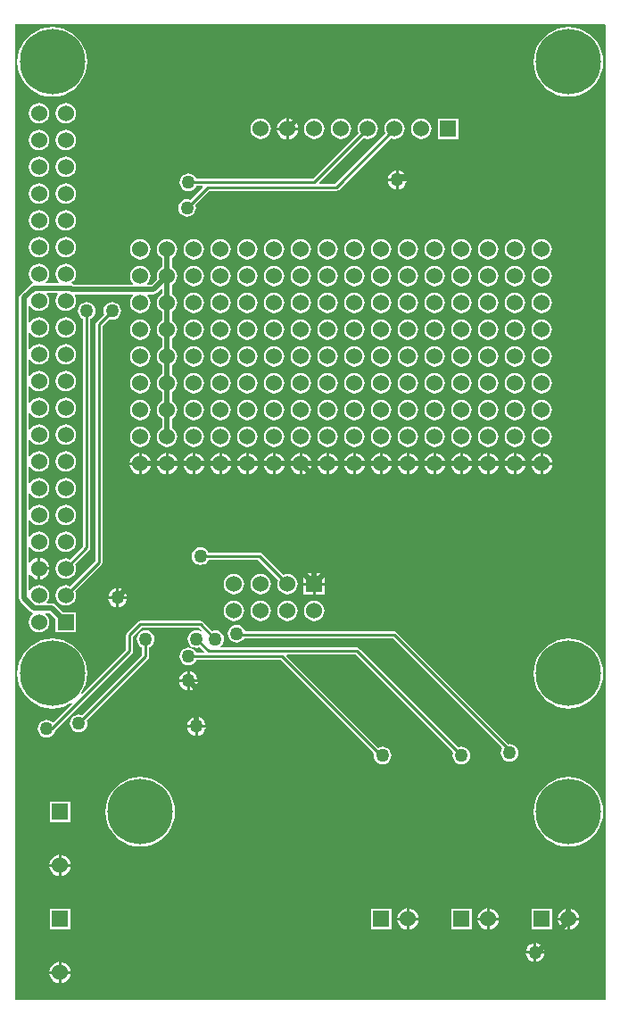
<source format=gbl>
%FSLAX25Y25*%
%MOIN*%
G70*
G01*
G75*
G04 Layer_Physical_Order=2*
G04 Layer_Color=16711680*
%ADD10R,0.02717X0.04724*%
%ADD11R,0.03543X0.03150*%
%ADD12R,0.03150X0.03543*%
%ADD13C,0.01969*%
%ADD14C,0.01000*%
%ADD15R,0.06000X0.06000*%
%ADD16C,0.06000*%
%ADD17R,0.06000X0.06000*%
%ADD18C,0.05000*%
%ADD19C,0.24410*%
G36*
X13900Y13700D02*
X13900D01*
X13900Y13700D01*
Y-350100D01*
X-206600D01*
X-206600Y-350100D01*
X-206600Y-350100D01*
X-206900Y-349976D01*
Y14000D01*
X13600D01*
X13900Y13700D01*
D02*
G37*
%LPC*%
G36*
X-16031Y-150500D02*
X-19500D01*
Y-153969D01*
X-18956Y-153897D01*
X-17983Y-153494D01*
X-17147Y-152853D01*
X-16506Y-152017D01*
X-16103Y-151044D01*
X-16031Y-150500D01*
D02*
G37*
G36*
X-20500D02*
X-23969D01*
X-23897Y-151044D01*
X-23494Y-152017D01*
X-22853Y-152853D01*
X-22017Y-153494D01*
X-21044Y-153897D01*
X-20500Y-153969D01*
Y-150500D01*
D02*
G37*
G36*
X-6031D02*
X-9500D01*
Y-153969D01*
X-8956Y-153897D01*
X-7983Y-153494D01*
X-7147Y-152853D01*
X-6506Y-152017D01*
X-6103Y-151044D01*
X-6031Y-150500D01*
D02*
G37*
G36*
X-10500D02*
X-13969D01*
X-13897Y-151044D01*
X-13494Y-152017D01*
X-12853Y-152853D01*
X-12017Y-153494D01*
X-11044Y-153897D01*
X-10500Y-153969D01*
Y-150500D01*
D02*
G37*
G36*
X-36031D02*
X-39500D01*
Y-153969D01*
X-38956Y-153897D01*
X-37983Y-153494D01*
X-37147Y-152853D01*
X-36506Y-152017D01*
X-36103Y-151044D01*
X-36031Y-150500D01*
D02*
G37*
G36*
X-40500D02*
X-43969D01*
X-43897Y-151044D01*
X-43494Y-152017D01*
X-42853Y-152853D01*
X-42017Y-153494D01*
X-41044Y-153897D01*
X-40500Y-153969D01*
Y-150500D01*
D02*
G37*
G36*
X-26031D02*
X-29500D01*
Y-153969D01*
X-28956Y-153897D01*
X-27983Y-153494D01*
X-27147Y-152853D01*
X-26506Y-152017D01*
X-26103Y-151044D01*
X-26031Y-150500D01*
D02*
G37*
G36*
X-30500D02*
X-33969D01*
X-33897Y-151044D01*
X-33494Y-152017D01*
X-32853Y-152853D01*
X-32017Y-153494D01*
X-31044Y-153897D01*
X-30500Y-153969D01*
Y-150500D01*
D02*
G37*
G36*
X-187894Y-145353D02*
X-188883Y-145483D01*
X-189804Y-145865D01*
X-190595Y-146472D01*
X-191202Y-147263D01*
X-191584Y-148185D01*
X-191714Y-149173D01*
X-191584Y-150162D01*
X-191202Y-151083D01*
X-190595Y-151874D01*
X-189804Y-152481D01*
X-188883Y-152863D01*
X-187894Y-152993D01*
X-186905Y-152863D01*
X-185984Y-152481D01*
X-185193Y-151874D01*
X-184585Y-151083D01*
X-184204Y-150162D01*
X-184074Y-149173D01*
X-184204Y-148185D01*
X-184585Y-147263D01*
X-185193Y-146472D01*
X-185984Y-145865D01*
X-186905Y-145483D01*
X-187894Y-145353D01*
D02*
G37*
G36*
X-139500Y-146031D02*
Y-149500D01*
X-136031D01*
X-136103Y-148956D01*
X-136506Y-147983D01*
X-137147Y-147147D01*
X-137983Y-146506D01*
X-138956Y-146103D01*
X-139500Y-146031D01*
D02*
G37*
G36*
X-140500D02*
X-141044Y-146103D01*
X-142017Y-146506D01*
X-142853Y-147147D01*
X-143494Y-147983D01*
X-143897Y-148956D01*
X-143969Y-149500D01*
X-140500D01*
Y-146031D01*
D02*
G37*
G36*
X-129500D02*
Y-149500D01*
X-126031D01*
X-126103Y-148956D01*
X-126506Y-147983D01*
X-127147Y-147147D01*
X-127983Y-146506D01*
X-128956Y-146103D01*
X-129500Y-146031D01*
D02*
G37*
G36*
X-130500D02*
X-131044Y-146103D01*
X-132017Y-146506D01*
X-132853Y-147147D01*
X-133494Y-147983D01*
X-133897Y-148956D01*
X-133969Y-149500D01*
X-130500D01*
Y-146031D01*
D02*
G37*
G36*
X-159500D02*
Y-149500D01*
X-156031D01*
X-156103Y-148956D01*
X-156506Y-147983D01*
X-157147Y-147147D01*
X-157983Y-146506D01*
X-158956Y-146103D01*
X-159500Y-146031D01*
D02*
G37*
G36*
X-160500D02*
X-161044Y-146103D01*
X-162017Y-146506D01*
X-162853Y-147147D01*
X-163494Y-147983D01*
X-163897Y-148956D01*
X-163969Y-149500D01*
X-160500D01*
Y-146031D01*
D02*
G37*
G36*
X-149500D02*
Y-149500D01*
X-146031D01*
X-146103Y-148956D01*
X-146506Y-147983D01*
X-147147Y-147147D01*
X-147983Y-146506D01*
X-148956Y-146103D01*
X-149500Y-146031D01*
D02*
G37*
G36*
X-150500D02*
X-151044Y-146103D01*
X-152017Y-146506D01*
X-152853Y-147147D01*
X-153494Y-147983D01*
X-153897Y-148956D01*
X-153969Y-149500D01*
X-150500D01*
Y-146031D01*
D02*
G37*
G36*
X-46031Y-150500D02*
X-49500D01*
Y-153969D01*
X-48956Y-153897D01*
X-47983Y-153494D01*
X-47147Y-152853D01*
X-46506Y-152017D01*
X-46103Y-151044D01*
X-46031Y-150500D01*
D02*
G37*
G36*
X-106031D02*
X-109500D01*
Y-153969D01*
X-108956Y-153897D01*
X-107983Y-153494D01*
X-107147Y-152853D01*
X-106506Y-152017D01*
X-106103Y-151044D01*
X-106031Y-150500D01*
D02*
G37*
G36*
X-110500D02*
X-113969D01*
X-113897Y-151044D01*
X-113494Y-152017D01*
X-112853Y-152853D01*
X-112017Y-153494D01*
X-111044Y-153897D01*
X-110500Y-153969D01*
Y-150500D01*
D02*
G37*
G36*
X-96031D02*
X-99500D01*
Y-153969D01*
X-98956Y-153897D01*
X-97983Y-153494D01*
X-97147Y-152853D01*
X-96506Y-152017D01*
X-96103Y-151044D01*
X-96031Y-150500D01*
D02*
G37*
G36*
X-100500D02*
X-103969D01*
X-103897Y-151044D01*
X-103494Y-152017D01*
X-102853Y-152853D01*
X-102017Y-153494D01*
X-101044Y-153897D01*
X-100500Y-153969D01*
Y-150500D01*
D02*
G37*
G36*
X-126031D02*
X-129500D01*
Y-153969D01*
X-128956Y-153897D01*
X-127983Y-153494D01*
X-127147Y-152853D01*
X-126506Y-152017D01*
X-126103Y-151044D01*
X-126031Y-150500D01*
D02*
G37*
G36*
X-130500D02*
X-133969D01*
X-133897Y-151044D01*
X-133494Y-152017D01*
X-132853Y-152853D01*
X-132017Y-153494D01*
X-131044Y-153897D01*
X-130500Y-153969D01*
Y-150500D01*
D02*
G37*
G36*
X-116031D02*
X-119500D01*
Y-153969D01*
X-118956Y-153897D01*
X-117983Y-153494D01*
X-117147Y-152853D01*
X-116506Y-152017D01*
X-116103Y-151044D01*
X-116031Y-150500D01*
D02*
G37*
G36*
X-120500D02*
X-123969D01*
X-123897Y-151044D01*
X-123494Y-152017D01*
X-122853Y-152853D01*
X-122017Y-153494D01*
X-121044Y-153897D01*
X-120500Y-153969D01*
Y-150500D01*
D02*
G37*
G36*
X-90500D02*
X-93969D01*
X-93897Y-151044D01*
X-93494Y-152017D01*
X-92853Y-152853D01*
X-92017Y-153494D01*
X-91044Y-153897D01*
X-90500Y-153969D01*
Y-150500D01*
D02*
G37*
G36*
X-60500D02*
X-63969D01*
X-63897Y-151044D01*
X-63494Y-152017D01*
X-62853Y-152853D01*
X-62017Y-153494D01*
X-61044Y-153897D01*
X-60500Y-153969D01*
Y-150500D01*
D02*
G37*
G36*
X-66031D02*
X-69500D01*
Y-153969D01*
X-68956Y-153897D01*
X-67983Y-153494D01*
X-67147Y-152853D01*
X-66506Y-152017D01*
X-66103Y-151044D01*
X-66031Y-150500D01*
D02*
G37*
G36*
X-50500D02*
X-53969D01*
X-53897Y-151044D01*
X-53494Y-152017D01*
X-52853Y-152853D01*
X-52017Y-153494D01*
X-51044Y-153897D01*
X-50500Y-153969D01*
Y-150500D01*
D02*
G37*
G36*
X-56031D02*
X-59500D01*
Y-153969D01*
X-58956Y-153897D01*
X-57983Y-153494D01*
X-57147Y-152853D01*
X-56506Y-152017D01*
X-56103Y-151044D01*
X-56031Y-150500D01*
D02*
G37*
G36*
X-80500D02*
X-83969D01*
X-83897Y-151044D01*
X-83494Y-152017D01*
X-82853Y-152853D01*
X-82017Y-153494D01*
X-81044Y-153897D01*
X-80500Y-153969D01*
Y-150500D01*
D02*
G37*
G36*
X-86031D02*
X-89500D01*
Y-153969D01*
X-88956Y-153897D01*
X-87983Y-153494D01*
X-87147Y-152853D01*
X-86506Y-152017D01*
X-86103Y-151044D01*
X-86031Y-150500D01*
D02*
G37*
G36*
X-70500D02*
X-73969D01*
X-73897Y-151044D01*
X-73494Y-152017D01*
X-72853Y-152853D01*
X-72017Y-153494D01*
X-71044Y-153897D01*
X-70500Y-153969D01*
Y-150500D01*
D02*
G37*
G36*
X-76031D02*
X-79500D01*
Y-153969D01*
X-78956Y-153897D01*
X-77983Y-153494D01*
X-77147Y-152853D01*
X-76506Y-152017D01*
X-76103Y-151044D01*
X-76031Y-150500D01*
D02*
G37*
G36*
X-9500Y-146031D02*
Y-149500D01*
X-6031D01*
X-6103Y-148956D01*
X-6506Y-147983D01*
X-7147Y-147147D01*
X-7983Y-146506D01*
X-8956Y-146103D01*
X-9500Y-146031D01*
D02*
G37*
G36*
X-10500D02*
X-11044Y-146103D01*
X-12017Y-146506D01*
X-12853Y-147147D01*
X-13494Y-147983D01*
X-13897Y-148956D01*
X-13969Y-149500D01*
X-10500D01*
Y-146031D01*
D02*
G37*
G36*
X-140000Y-136180D02*
X-140989Y-136310D01*
X-141910Y-136692D01*
X-142701Y-137299D01*
X-143308Y-138090D01*
X-143690Y-139011D01*
X-143820Y-140000D01*
X-143690Y-140989D01*
X-143308Y-141910D01*
X-142701Y-142701D01*
X-141910Y-143308D01*
X-140989Y-143690D01*
X-140000Y-143820D01*
X-139011Y-143690D01*
X-138090Y-143308D01*
X-137299Y-142701D01*
X-136692Y-141910D01*
X-136310Y-140989D01*
X-136180Y-140000D01*
X-136310Y-139011D01*
X-136692Y-138090D01*
X-137299Y-137299D01*
X-138090Y-136692D01*
X-139011Y-136310D01*
X-140000Y-136180D01*
D02*
G37*
G36*
X-160000D02*
X-160989Y-136310D01*
X-161910Y-136692D01*
X-162701Y-137299D01*
X-163308Y-138090D01*
X-163690Y-139011D01*
X-163820Y-140000D01*
X-163690Y-140989D01*
X-163308Y-141910D01*
X-162701Y-142701D01*
X-161910Y-143308D01*
X-160989Y-143690D01*
X-160000Y-143820D01*
X-159011Y-143690D01*
X-158090Y-143308D01*
X-157299Y-142701D01*
X-156692Y-141910D01*
X-156310Y-140989D01*
X-156180Y-140000D01*
X-156310Y-139011D01*
X-156692Y-138090D01*
X-157299Y-137299D01*
X-158090Y-136692D01*
X-159011Y-136310D01*
X-160000Y-136180D01*
D02*
G37*
G36*
X-29500Y-146031D02*
Y-149500D01*
X-26031D01*
X-26103Y-148956D01*
X-26506Y-147983D01*
X-27147Y-147147D01*
X-27983Y-146506D01*
X-28956Y-146103D01*
X-29500Y-146031D01*
D02*
G37*
G36*
X-30500D02*
X-31044Y-146103D01*
X-32017Y-146506D01*
X-32853Y-147147D01*
X-33494Y-147983D01*
X-33897Y-148956D01*
X-33969Y-149500D01*
X-30500D01*
Y-146031D01*
D02*
G37*
G36*
X-19500D02*
Y-149500D01*
X-16031D01*
X-16103Y-148956D01*
X-16506Y-147983D01*
X-17147Y-147147D01*
X-17983Y-146506D01*
X-18956Y-146103D01*
X-19500Y-146031D01*
D02*
G37*
G36*
X-20500D02*
X-21044Y-146103D01*
X-22017Y-146506D01*
X-22853Y-147147D01*
X-23494Y-147983D01*
X-23897Y-148956D01*
X-23969Y-149500D01*
X-20500D01*
Y-146031D01*
D02*
G37*
G36*
X-130000Y-136180D02*
X-130989Y-136310D01*
X-131910Y-136692D01*
X-132701Y-137299D01*
X-133308Y-138090D01*
X-133690Y-139011D01*
X-133820Y-140000D01*
X-133690Y-140989D01*
X-133308Y-141910D01*
X-132701Y-142701D01*
X-131910Y-143308D01*
X-130989Y-143690D01*
X-130000Y-143820D01*
X-129011Y-143690D01*
X-128090Y-143308D01*
X-127299Y-142701D01*
X-126692Y-141910D01*
X-126310Y-140989D01*
X-126180Y-140000D01*
X-126310Y-139011D01*
X-126692Y-138090D01*
X-127299Y-137299D01*
X-128090Y-136692D01*
X-129011Y-136310D01*
X-130000Y-136180D01*
D02*
G37*
G36*
X-70000D02*
X-70989Y-136310D01*
X-71910Y-136692D01*
X-72701Y-137299D01*
X-73308Y-138090D01*
X-73690Y-139011D01*
X-73820Y-140000D01*
X-73690Y-140989D01*
X-73308Y-141910D01*
X-72701Y-142701D01*
X-71910Y-143308D01*
X-70989Y-143690D01*
X-70000Y-143820D01*
X-69011Y-143690D01*
X-68090Y-143308D01*
X-67299Y-142701D01*
X-66692Y-141910D01*
X-66310Y-140989D01*
X-66180Y-140000D01*
X-66310Y-139011D01*
X-66692Y-138090D01*
X-67299Y-137299D01*
X-68090Y-136692D01*
X-69011Y-136310D01*
X-70000Y-136180D01*
D02*
G37*
G36*
X-80000D02*
X-80989Y-136310D01*
X-81910Y-136692D01*
X-82701Y-137299D01*
X-83308Y-138090D01*
X-83690Y-139011D01*
X-83820Y-140000D01*
X-83690Y-140989D01*
X-83308Y-141910D01*
X-82701Y-142701D01*
X-81910Y-143308D01*
X-80989Y-143690D01*
X-80000Y-143820D01*
X-79011Y-143690D01*
X-78090Y-143308D01*
X-77299Y-142701D01*
X-76692Y-141910D01*
X-76310Y-140989D01*
X-76180Y-140000D01*
X-76310Y-139011D01*
X-76692Y-138090D01*
X-77299Y-137299D01*
X-78090Y-136692D01*
X-79011Y-136310D01*
X-80000Y-136180D01*
D02*
G37*
G36*
X-50000D02*
X-50989Y-136310D01*
X-51910Y-136692D01*
X-52701Y-137299D01*
X-53308Y-138090D01*
X-53690Y-139011D01*
X-53820Y-140000D01*
X-53690Y-140989D01*
X-53308Y-141910D01*
X-52701Y-142701D01*
X-51910Y-143308D01*
X-50989Y-143690D01*
X-50000Y-143820D01*
X-49011Y-143690D01*
X-48090Y-143308D01*
X-47299Y-142701D01*
X-46692Y-141910D01*
X-46310Y-140989D01*
X-46180Y-140000D01*
X-46310Y-139011D01*
X-46692Y-138090D01*
X-47299Y-137299D01*
X-48090Y-136692D01*
X-49011Y-136310D01*
X-50000Y-136180D01*
D02*
G37*
G36*
X-60000D02*
X-60989Y-136310D01*
X-61910Y-136692D01*
X-62701Y-137299D01*
X-63308Y-138090D01*
X-63690Y-139011D01*
X-63820Y-140000D01*
X-63690Y-140989D01*
X-63308Y-141910D01*
X-62701Y-142701D01*
X-61910Y-143308D01*
X-60989Y-143690D01*
X-60000Y-143820D01*
X-59011Y-143690D01*
X-58090Y-143308D01*
X-57299Y-142701D01*
X-56692Y-141910D01*
X-56310Y-140989D01*
X-56180Y-140000D01*
X-56310Y-139011D01*
X-56692Y-138090D01*
X-57299Y-137299D01*
X-58090Y-136692D01*
X-59011Y-136310D01*
X-60000Y-136180D01*
D02*
G37*
G36*
X-110000D02*
X-110989Y-136310D01*
X-111910Y-136692D01*
X-112701Y-137299D01*
X-113308Y-138090D01*
X-113690Y-139011D01*
X-113820Y-140000D01*
X-113690Y-140989D01*
X-113308Y-141910D01*
X-112701Y-142701D01*
X-111910Y-143308D01*
X-110989Y-143690D01*
X-110000Y-143820D01*
X-109011Y-143690D01*
X-108090Y-143308D01*
X-107299Y-142701D01*
X-106692Y-141910D01*
X-106310Y-140989D01*
X-106180Y-140000D01*
X-106310Y-139011D01*
X-106692Y-138090D01*
X-107299Y-137299D01*
X-108090Y-136692D01*
X-109011Y-136310D01*
X-110000Y-136180D01*
D02*
G37*
G36*
X-120000D02*
X-120989Y-136310D01*
X-121910Y-136692D01*
X-122701Y-137299D01*
X-123308Y-138090D01*
X-123690Y-139011D01*
X-123820Y-140000D01*
X-123690Y-140989D01*
X-123308Y-141910D01*
X-122701Y-142701D01*
X-121910Y-143308D01*
X-120989Y-143690D01*
X-120000Y-143820D01*
X-119011Y-143690D01*
X-118090Y-143308D01*
X-117299Y-142701D01*
X-116692Y-141910D01*
X-116310Y-140989D01*
X-116180Y-140000D01*
X-116310Y-139011D01*
X-116692Y-138090D01*
X-117299Y-137299D01*
X-118090Y-136692D01*
X-119011Y-136310D01*
X-120000Y-136180D01*
D02*
G37*
G36*
X-90000D02*
X-90989Y-136310D01*
X-91910Y-136692D01*
X-92701Y-137299D01*
X-93308Y-138090D01*
X-93690Y-139011D01*
X-93820Y-140000D01*
X-93690Y-140989D01*
X-93308Y-141910D01*
X-92701Y-142701D01*
X-91910Y-143308D01*
X-90989Y-143690D01*
X-90000Y-143820D01*
X-89011Y-143690D01*
X-88090Y-143308D01*
X-87299Y-142701D01*
X-86692Y-141910D01*
X-86310Y-140989D01*
X-86180Y-140000D01*
X-86310Y-139011D01*
X-86692Y-138090D01*
X-87299Y-137299D01*
X-88090Y-136692D01*
X-89011Y-136310D01*
X-90000Y-136180D01*
D02*
G37*
G36*
X-100000D02*
X-100989Y-136310D01*
X-101910Y-136692D01*
X-102701Y-137299D01*
X-103308Y-138090D01*
X-103690Y-139011D01*
X-103820Y-140000D01*
X-103690Y-140989D01*
X-103308Y-141910D01*
X-102701Y-142701D01*
X-101910Y-143308D01*
X-100989Y-143690D01*
X-100000Y-143820D01*
X-99011Y-143690D01*
X-98090Y-143308D01*
X-97299Y-142701D01*
X-96692Y-141910D01*
X-96310Y-140989D01*
X-96180Y-140000D01*
X-96310Y-139011D01*
X-96692Y-138090D01*
X-97299Y-137299D01*
X-98090Y-136692D01*
X-99011Y-136310D01*
X-100000Y-136180D01*
D02*
G37*
G36*
X-39500Y-146031D02*
Y-149500D01*
X-36031D01*
X-36103Y-148956D01*
X-36506Y-147983D01*
X-37147Y-147147D01*
X-37983Y-146506D01*
X-38956Y-146103D01*
X-39500Y-146031D01*
D02*
G37*
G36*
X-99500D02*
Y-149500D01*
X-96031D01*
X-96103Y-148956D01*
X-96506Y-147983D01*
X-97147Y-147147D01*
X-97983Y-146506D01*
X-98956Y-146103D01*
X-99500Y-146031D01*
D02*
G37*
G36*
X-100500D02*
X-101044Y-146103D01*
X-102017Y-146506D01*
X-102853Y-147147D01*
X-103494Y-147983D01*
X-103897Y-148956D01*
X-103969Y-149500D01*
X-100500D01*
Y-146031D01*
D02*
G37*
G36*
X-89500D02*
Y-149500D01*
X-86031D01*
X-86103Y-148956D01*
X-86506Y-147983D01*
X-87147Y-147147D01*
X-87983Y-146506D01*
X-88956Y-146103D01*
X-89500Y-146031D01*
D02*
G37*
G36*
X-90500D02*
X-91044Y-146103D01*
X-92017Y-146506D01*
X-92853Y-147147D01*
X-93494Y-147983D01*
X-93897Y-148956D01*
X-93969Y-149500D01*
X-90500D01*
Y-146031D01*
D02*
G37*
G36*
X-119500D02*
Y-149500D01*
X-116031D01*
X-116103Y-148956D01*
X-116506Y-147983D01*
X-117147Y-147147D01*
X-117983Y-146506D01*
X-118956Y-146103D01*
X-119500Y-146031D01*
D02*
G37*
G36*
X-120500D02*
X-121044Y-146103D01*
X-122017Y-146506D01*
X-122853Y-147147D01*
X-123494Y-147983D01*
X-123897Y-148956D01*
X-123969Y-149500D01*
X-120500D01*
Y-146031D01*
D02*
G37*
G36*
X-109500D02*
Y-149500D01*
X-106031D01*
X-106103Y-148956D01*
X-106506Y-147983D01*
X-107147Y-147147D01*
X-107983Y-146506D01*
X-108956Y-146103D01*
X-109500Y-146031D01*
D02*
G37*
G36*
X-110500D02*
X-111044Y-146103D01*
X-112017Y-146506D01*
X-112853Y-147147D01*
X-113494Y-147983D01*
X-113897Y-148956D01*
X-113969Y-149500D01*
X-110500D01*
Y-146031D01*
D02*
G37*
G36*
X-80500D02*
X-81044Y-146103D01*
X-82017Y-146506D01*
X-82853Y-147147D01*
X-83494Y-147983D01*
X-83897Y-148956D01*
X-83969Y-149500D01*
X-80500D01*
Y-146031D01*
D02*
G37*
G36*
X-50500D02*
X-51044Y-146103D01*
X-52017Y-146506D01*
X-52853Y-147147D01*
X-53494Y-147983D01*
X-53897Y-148956D01*
X-53969Y-149500D01*
X-50500D01*
Y-146031D01*
D02*
G37*
G36*
X-59500D02*
Y-149500D01*
X-56031D01*
X-56103Y-148956D01*
X-56506Y-147983D01*
X-57147Y-147147D01*
X-57983Y-146506D01*
X-58956Y-146103D01*
X-59500Y-146031D01*
D02*
G37*
G36*
X-40500D02*
X-41044Y-146103D01*
X-42017Y-146506D01*
X-42853Y-147147D01*
X-43494Y-147983D01*
X-43897Y-148956D01*
X-43969Y-149500D01*
X-40500D01*
Y-146031D01*
D02*
G37*
G36*
X-49500D02*
Y-149500D01*
X-46031D01*
X-46103Y-148956D01*
X-46506Y-147983D01*
X-47147Y-147147D01*
X-47983Y-146506D01*
X-48956Y-146103D01*
X-49500Y-146031D01*
D02*
G37*
G36*
X-70500D02*
X-71044Y-146103D01*
X-72017Y-146506D01*
X-72853Y-147147D01*
X-73494Y-147983D01*
X-73897Y-148956D01*
X-73969Y-149500D01*
X-70500D01*
Y-146031D01*
D02*
G37*
G36*
X-79500D02*
Y-149500D01*
X-76031D01*
X-76103Y-148956D01*
X-76506Y-147983D01*
X-77147Y-147147D01*
X-77983Y-146506D01*
X-78956Y-146103D01*
X-79500Y-146031D01*
D02*
G37*
G36*
X-60500D02*
X-61044Y-146103D01*
X-62017Y-146506D01*
X-62853Y-147147D01*
X-63494Y-147983D01*
X-63897Y-148956D01*
X-63969Y-149500D01*
X-60500D01*
Y-146031D01*
D02*
G37*
G36*
X-69500D02*
Y-149500D01*
X-66031D01*
X-66103Y-148956D01*
X-66506Y-147983D01*
X-67147Y-147147D01*
X-67983Y-146506D01*
X-68956Y-146103D01*
X-69500Y-146031D01*
D02*
G37*
G36*
X500Y-316031D02*
Y-319500D01*
X3969D01*
X3897Y-318956D01*
X3494Y-317983D01*
X2853Y-317147D01*
X2017Y-316506D01*
X1044Y-316103D01*
X500Y-316031D01*
D02*
G37*
G36*
X-500D02*
X-1044Y-316103D01*
X-2017Y-316506D01*
X-2853Y-317147D01*
X-3494Y-317983D01*
X-3897Y-318956D01*
X-3969Y-319500D01*
X-500D01*
Y-316031D01*
D02*
G37*
G36*
X-186031Y-300500D02*
X-189500D01*
Y-303969D01*
X-188956Y-303897D01*
X-187983Y-303494D01*
X-187147Y-302853D01*
X-186506Y-302017D01*
X-186103Y-301044D01*
X-186031Y-300500D01*
D02*
G37*
G36*
X-190500D02*
X-193969D01*
X-193897Y-301044D01*
X-193494Y-302017D01*
X-192853Y-302853D01*
X-192017Y-303494D01*
X-191044Y-303897D01*
X-190500Y-303969D01*
Y-300500D01*
D02*
G37*
G36*
X-59500Y-316031D02*
Y-319500D01*
X-56031D01*
X-56103Y-318956D01*
X-56506Y-317983D01*
X-57147Y-317147D01*
X-57983Y-316506D01*
X-58956Y-316103D01*
X-59500Y-316031D01*
D02*
G37*
G36*
X-60500D02*
X-61044Y-316103D01*
X-62017Y-316506D01*
X-62853Y-317147D01*
X-63494Y-317983D01*
X-63897Y-318956D01*
X-63969Y-319500D01*
X-60500D01*
Y-316031D01*
D02*
G37*
G36*
X-29500D02*
Y-319500D01*
X-26031D01*
X-26103Y-318956D01*
X-26506Y-317983D01*
X-27147Y-317147D01*
X-27983Y-316506D01*
X-28956Y-316103D01*
X-29500Y-316031D01*
D02*
G37*
G36*
X-30500D02*
X-31044Y-316103D01*
X-32017Y-316506D01*
X-32853Y-317147D01*
X-33494Y-317983D01*
X-33897Y-318956D01*
X-33969Y-319500D01*
X-30500D01*
Y-316031D01*
D02*
G37*
G36*
X-190500Y-296031D02*
X-191044Y-296103D01*
X-192017Y-296506D01*
X-192853Y-297147D01*
X-193494Y-297983D01*
X-193897Y-298956D01*
X-193969Y-299500D01*
X-190500D01*
Y-296031D01*
D02*
G37*
G36*
X-139500Y-248500D02*
X-142464D01*
X-142410Y-248914D01*
X-142057Y-249765D01*
X-141496Y-250496D01*
X-140765Y-251057D01*
X-139914Y-251410D01*
X-139500Y-251464D01*
Y-248500D01*
D02*
G37*
G36*
X-124000Y-210184D02*
X-124858Y-210297D01*
X-125658Y-210629D01*
X-126345Y-211155D01*
X-126872Y-211842D01*
X-127203Y-212642D01*
X-127316Y-213500D01*
X-127203Y-214358D01*
X-126872Y-215158D01*
X-126345Y-215845D01*
X-125658Y-216371D01*
X-124858Y-216703D01*
X-124000Y-216816D01*
X-123142Y-216703D01*
X-122342Y-216371D01*
X-121655Y-215845D01*
X-121247Y-215313D01*
X-65544D01*
X-24716Y-256140D01*
X-24871Y-256342D01*
X-25203Y-257142D01*
X-25316Y-258000D01*
X-25203Y-258858D01*
X-24871Y-259658D01*
X-24345Y-260345D01*
X-23658Y-260872D01*
X-22858Y-261203D01*
X-22000Y-261316D01*
X-21142Y-261203D01*
X-20342Y-260872D01*
X-19655Y-260345D01*
X-19128Y-259658D01*
X-18797Y-258858D01*
X-18684Y-258000D01*
X-18797Y-257142D01*
X-19128Y-256342D01*
X-19655Y-255655D01*
X-20342Y-255129D01*
X-21142Y-254797D01*
X-22000Y-254684D01*
X-22406Y-254738D01*
X-64072Y-213072D01*
X-64498Y-212787D01*
X-65000Y-212687D01*
X-120791D01*
X-120797Y-212642D01*
X-121128Y-211842D01*
X-121655Y-211155D01*
X-122342Y-210629D01*
X-123142Y-210297D01*
X-124000Y-210184D01*
D02*
G37*
G36*
X-139500Y-244536D02*
X-139914Y-244590D01*
X-140765Y-244943D01*
X-141496Y-245504D01*
X-142057Y-246235D01*
X-142410Y-247086D01*
X-142464Y-247500D01*
X-139500D01*
Y-244536D01*
D02*
G37*
G36*
X-135536Y-248500D02*
X-138500D01*
Y-251464D01*
X-138086Y-251410D01*
X-137235Y-251057D01*
X-136504Y-250496D01*
X-135943Y-249765D01*
X-135590Y-248914D01*
X-135536Y-248500D01*
D02*
G37*
G36*
X-160000Y-266968D02*
X-162039Y-267128D01*
X-164027Y-267606D01*
X-165917Y-268388D01*
X-167660Y-269457D01*
X-169215Y-270785D01*
X-170543Y-272340D01*
X-171612Y-274083D01*
X-172394Y-275973D01*
X-172872Y-277961D01*
X-173032Y-280000D01*
X-172872Y-282039D01*
X-172394Y-284027D01*
X-171612Y-285916D01*
X-170543Y-287660D01*
X-169215Y-289215D01*
X-167660Y-290543D01*
X-165917Y-291612D01*
X-164027Y-292394D01*
X-162039Y-292872D01*
X-160000Y-293032D01*
X-157961Y-292872D01*
X-155973Y-292394D01*
X-154084Y-291612D01*
X-152340Y-290543D01*
X-150785Y-289215D01*
X-149457Y-287660D01*
X-148388Y-285916D01*
X-147606Y-284027D01*
X-147128Y-282039D01*
X-146968Y-280000D01*
X-147128Y-277961D01*
X-147606Y-275973D01*
X-148388Y-274083D01*
X-149457Y-272340D01*
X-150785Y-270785D01*
X-152340Y-269457D01*
X-154084Y-268388D01*
X-155973Y-267606D01*
X-157961Y-267128D01*
X-160000Y-266968D01*
D02*
G37*
G36*
X-189500Y-296031D02*
Y-299500D01*
X-186031D01*
X-186103Y-298956D01*
X-186506Y-297983D01*
X-187147Y-297147D01*
X-187983Y-296506D01*
X-188956Y-296103D01*
X-189500Y-296031D01*
D02*
G37*
G36*
X-186213Y-276213D02*
X-193787D01*
Y-283787D01*
X-186213D01*
Y-276213D01*
D02*
G37*
G36*
X0Y-266968D02*
X-2039Y-267128D01*
X-4027Y-267606D01*
X-5917Y-268388D01*
X-7660Y-269457D01*
X-9215Y-270785D01*
X-10543Y-272340D01*
X-11612Y-274083D01*
X-12394Y-275973D01*
X-12872Y-277961D01*
X-13032Y-280000D01*
X-12872Y-282039D01*
X-12394Y-284027D01*
X-11612Y-285916D01*
X-10543Y-287660D01*
X-9215Y-289215D01*
X-7660Y-290543D01*
X-5917Y-291612D01*
X-4027Y-292394D01*
X-2039Y-292872D01*
X0Y-293032D01*
X2039Y-292872D01*
X4027Y-292394D01*
X5917Y-291612D01*
X7660Y-290543D01*
X9215Y-289215D01*
X10543Y-287660D01*
X11612Y-285916D01*
X12394Y-284027D01*
X12872Y-282039D01*
X13032Y-280000D01*
X12872Y-277961D01*
X12394Y-275973D01*
X11612Y-274083D01*
X10543Y-272340D01*
X9215Y-270785D01*
X7660Y-269457D01*
X5917Y-268388D01*
X4027Y-267606D01*
X2039Y-267128D01*
X0Y-266968D01*
D02*
G37*
G36*
X-6213Y-316213D02*
X-13787D01*
Y-323787D01*
X-6213D01*
Y-316213D01*
D02*
G37*
G36*
X-9036Y-333000D02*
X-12000D01*
Y-335964D01*
X-11586Y-335910D01*
X-10735Y-335557D01*
X-10004Y-334996D01*
X-9443Y-334265D01*
X-9090Y-333414D01*
X-9036Y-333000D01*
D02*
G37*
G36*
X-13000D02*
X-15964D01*
X-15910Y-333414D01*
X-15557Y-334265D01*
X-14996Y-334996D01*
X-14265Y-335557D01*
X-13414Y-335910D01*
X-13000Y-335964D01*
Y-333000D01*
D02*
G37*
G36*
X-12000Y-329036D02*
Y-332000D01*
X-9036D01*
X-9090Y-331586D01*
X-9443Y-330735D01*
X-10004Y-330004D01*
X-10735Y-329443D01*
X-11586Y-329090D01*
X-12000Y-329036D01*
D02*
G37*
G36*
X-13000D02*
X-13414Y-329090D01*
X-14265Y-329443D01*
X-14996Y-330004D01*
X-15557Y-330735D01*
X-15910Y-331586D01*
X-15964Y-332000D01*
X-13000D01*
Y-329036D01*
D02*
G37*
G36*
X-186031Y-340500D02*
X-189500D01*
Y-343969D01*
X-188956Y-343897D01*
X-187983Y-343494D01*
X-187147Y-342853D01*
X-186506Y-342017D01*
X-186103Y-341044D01*
X-186031Y-340500D01*
D02*
G37*
G36*
X-190500D02*
X-193969D01*
X-193897Y-341044D01*
X-193494Y-342017D01*
X-192853Y-342853D01*
X-192017Y-343494D01*
X-191044Y-343897D01*
X-190500Y-343969D01*
Y-340500D01*
D02*
G37*
G36*
X-189500Y-336031D02*
Y-339500D01*
X-186031D01*
X-186103Y-338956D01*
X-186506Y-337983D01*
X-187147Y-337147D01*
X-187983Y-336506D01*
X-188956Y-336103D01*
X-189500Y-336031D01*
D02*
G37*
G36*
X-190500D02*
X-191044Y-336103D01*
X-192017Y-336506D01*
X-192853Y-337147D01*
X-193494Y-337983D01*
X-193897Y-338956D01*
X-193969Y-339500D01*
X-190500D01*
Y-336031D01*
D02*
G37*
G36*
X-60500Y-320500D02*
X-63969D01*
X-63897Y-321044D01*
X-63494Y-322017D01*
X-62853Y-322853D01*
X-62017Y-323494D01*
X-61044Y-323897D01*
X-60500Y-323969D01*
Y-320500D01*
D02*
G37*
G36*
X-186213Y-316213D02*
X-193787D01*
Y-323787D01*
X-186213D01*
Y-316213D01*
D02*
G37*
G36*
X3969Y-320500D02*
X500D01*
Y-323969D01*
X1044Y-323897D01*
X2017Y-323494D01*
X2853Y-322853D01*
X3494Y-322017D01*
X3897Y-321044D01*
X3969Y-320500D01*
D02*
G37*
G36*
X-36213Y-316213D02*
X-43787D01*
Y-323787D01*
X-36213D01*
Y-316213D01*
D02*
G37*
G36*
X-66213D02*
X-73787D01*
Y-323787D01*
X-66213D01*
Y-316213D01*
D02*
G37*
G36*
X-30500Y-320500D02*
X-33969D01*
X-33897Y-321044D01*
X-33494Y-322017D01*
X-32853Y-322853D01*
X-32017Y-323494D01*
X-31044Y-323897D01*
X-30500Y-323969D01*
Y-320500D01*
D02*
G37*
G36*
X-56031D02*
X-59500D01*
Y-323969D01*
X-58956Y-323897D01*
X-57983Y-323494D01*
X-57147Y-322853D01*
X-56506Y-322017D01*
X-56103Y-321044D01*
X-56031Y-320500D01*
D02*
G37*
G36*
X-500D02*
X-3969D01*
X-3897Y-321044D01*
X-3494Y-322017D01*
X-2853Y-322853D01*
X-2017Y-323494D01*
X-1044Y-323897D01*
X-500Y-323969D01*
Y-320500D01*
D02*
G37*
G36*
X-26031D02*
X-29500D01*
Y-323969D01*
X-28956Y-323897D01*
X-27983Y-323494D01*
X-27147Y-322853D01*
X-26506Y-322017D01*
X-26103Y-321044D01*
X-26031Y-320500D01*
D02*
G37*
G36*
X-193925Y-189673D02*
X-197394D01*
Y-193142D01*
X-196850Y-193070D01*
X-195877Y-192667D01*
X-195041Y-192026D01*
X-194400Y-191191D01*
X-193997Y-190217D01*
X-193925Y-189673D01*
D02*
G37*
G36*
X-91000Y-191000D02*
X-94500D01*
Y-194500D01*
X-91000D01*
Y-191000D01*
D02*
G37*
G36*
X-180000Y-89684D02*
X-180858Y-89797D01*
X-181658Y-90128D01*
X-182345Y-90655D01*
X-182871Y-91342D01*
X-183203Y-92142D01*
X-183316Y-93000D01*
X-183203Y-93858D01*
X-182871Y-94658D01*
X-182345Y-95345D01*
X-181658Y-95872D01*
X-181313Y-96014D01*
Y-180716D01*
X-186322Y-185725D01*
X-186905Y-185483D01*
X-187894Y-185353D01*
X-188883Y-185483D01*
X-189804Y-185865D01*
X-190595Y-186472D01*
X-191202Y-187263D01*
X-191584Y-188184D01*
X-191714Y-189173D01*
X-191584Y-190162D01*
X-191202Y-191083D01*
X-190595Y-191874D01*
X-189804Y-192482D01*
X-188883Y-192863D01*
X-187894Y-192993D01*
X-186905Y-192863D01*
X-185984Y-192482D01*
X-185193Y-191874D01*
X-184585Y-191083D01*
X-184204Y-190162D01*
X-184074Y-189173D01*
X-184204Y-188184D01*
X-184457Y-187573D01*
X-179072Y-182188D01*
X-178787Y-181762D01*
X-178687Y-181260D01*
Y-96014D01*
X-178342Y-95872D01*
X-177655Y-95345D01*
X-177129Y-94658D01*
X-176797Y-93858D01*
X-176684Y-93000D01*
X-176797Y-92142D01*
X-177129Y-91342D01*
X-177655Y-90655D01*
X-178342Y-90128D01*
X-179142Y-89797D01*
X-180000Y-89684D01*
D02*
G37*
G36*
X-197394Y-185205D02*
Y-188673D01*
X-193925D01*
X-193997Y-188129D01*
X-194400Y-187156D01*
X-195041Y-186320D01*
X-195877Y-185679D01*
X-196850Y-185276D01*
X-197394Y-185205D01*
D02*
G37*
G36*
X-115000Y-191180D02*
X-115989Y-191310D01*
X-116910Y-191692D01*
X-117701Y-192299D01*
X-118308Y-193090D01*
X-118690Y-194011D01*
X-118820Y-195000D01*
X-118690Y-195989D01*
X-118308Y-196910D01*
X-117701Y-197701D01*
X-116910Y-198308D01*
X-115989Y-198690D01*
X-115000Y-198820D01*
X-114011Y-198690D01*
X-113090Y-198308D01*
X-112299Y-197701D01*
X-111692Y-196910D01*
X-111310Y-195989D01*
X-111180Y-195000D01*
X-111310Y-194011D01*
X-111692Y-193090D01*
X-112299Y-192299D01*
X-113090Y-191692D01*
X-114011Y-191310D01*
X-115000Y-191180D01*
D02*
G37*
G36*
X-125000D02*
X-125989Y-191310D01*
X-126910Y-191692D01*
X-127701Y-192299D01*
X-128308Y-193090D01*
X-128690Y-194011D01*
X-128820Y-195000D01*
X-128690Y-195989D01*
X-128308Y-196910D01*
X-127701Y-197701D01*
X-126910Y-198308D01*
X-125989Y-198690D01*
X-125000Y-198820D01*
X-124011Y-198690D01*
X-123090Y-198308D01*
X-122299Y-197701D01*
X-121692Y-196910D01*
X-121310Y-195989D01*
X-121180Y-195000D01*
X-121310Y-194011D01*
X-121692Y-193090D01*
X-122299Y-192299D01*
X-123090Y-191692D01*
X-124011Y-191310D01*
X-125000Y-191180D01*
D02*
G37*
G36*
X-95500Y-191000D02*
X-99000D01*
Y-194500D01*
X-95500D01*
Y-191000D01*
D02*
G37*
G36*
X-137500Y-181184D02*
X-138358Y-181297D01*
X-139158Y-181629D01*
X-139845Y-182155D01*
X-140372Y-182842D01*
X-140703Y-183642D01*
X-140816Y-184500D01*
X-140703Y-185358D01*
X-140372Y-186158D01*
X-139845Y-186845D01*
X-139158Y-187372D01*
X-138358Y-187703D01*
X-137500Y-187816D01*
X-136642Y-187703D01*
X-135842Y-187372D01*
X-135155Y-186845D01*
X-134628Y-186158D01*
X-134485Y-185813D01*
X-116044D01*
X-108442Y-193414D01*
X-108690Y-194011D01*
X-108820Y-195000D01*
X-108690Y-195989D01*
X-108308Y-196910D01*
X-107701Y-197701D01*
X-106910Y-198308D01*
X-105989Y-198690D01*
X-105000Y-198820D01*
X-104011Y-198690D01*
X-103090Y-198308D01*
X-102299Y-197701D01*
X-101692Y-196910D01*
X-101310Y-195989D01*
X-101180Y-195000D01*
X-101310Y-194011D01*
X-101692Y-193090D01*
X-102299Y-192299D01*
X-103090Y-191692D01*
X-104011Y-191310D01*
X-105000Y-191180D01*
X-105989Y-191310D01*
X-106586Y-191558D01*
X-114572Y-183572D01*
X-114998Y-183287D01*
X-115500Y-183187D01*
X-134485D01*
X-134628Y-182842D01*
X-135155Y-182155D01*
X-135842Y-181629D01*
X-136642Y-181297D01*
X-137500Y-181184D01*
D02*
G37*
G36*
X-187894Y-175353D02*
X-188883Y-175483D01*
X-189804Y-175865D01*
X-190595Y-176472D01*
X-191202Y-177263D01*
X-191584Y-178184D01*
X-191714Y-179173D01*
X-191584Y-180162D01*
X-191202Y-181083D01*
X-190595Y-181874D01*
X-189804Y-182482D01*
X-188883Y-182863D01*
X-187894Y-182993D01*
X-186905Y-182863D01*
X-185984Y-182482D01*
X-185193Y-181874D01*
X-184585Y-181083D01*
X-184204Y-180162D01*
X-184074Y-179173D01*
X-184204Y-178184D01*
X-184585Y-177263D01*
X-185193Y-176472D01*
X-185984Y-175865D01*
X-186905Y-175483D01*
X-187894Y-175353D01*
D02*
G37*
G36*
X-146031Y-150500D02*
X-149500D01*
Y-153969D01*
X-148956Y-153897D01*
X-147983Y-153494D01*
X-147147Y-152853D01*
X-146506Y-152017D01*
X-146103Y-151044D01*
X-146031Y-150500D01*
D02*
G37*
G36*
X-150500D02*
X-153969D01*
X-153897Y-151044D01*
X-153494Y-152017D01*
X-152853Y-152853D01*
X-152017Y-153494D01*
X-151044Y-153897D01*
X-150500Y-153969D01*
Y-150500D01*
D02*
G37*
G36*
X-136031D02*
X-139500D01*
Y-153969D01*
X-138956Y-153897D01*
X-137983Y-153494D01*
X-137147Y-152853D01*
X-136506Y-152017D01*
X-136103Y-151044D01*
X-136031Y-150500D01*
D02*
G37*
G36*
X-140500D02*
X-143969D01*
X-143897Y-151044D01*
X-143494Y-152017D01*
X-142853Y-152853D01*
X-142017Y-153494D01*
X-141044Y-153897D01*
X-140500Y-153969D01*
Y-150500D01*
D02*
G37*
G36*
X-187894Y-155353D02*
X-188883Y-155483D01*
X-189804Y-155865D01*
X-190595Y-156472D01*
X-191202Y-157263D01*
X-191584Y-158185D01*
X-191714Y-159173D01*
X-191584Y-160162D01*
X-191202Y-161083D01*
X-190595Y-161874D01*
X-189804Y-162481D01*
X-188883Y-162863D01*
X-187894Y-162993D01*
X-186905Y-162863D01*
X-185984Y-162481D01*
X-185193Y-161874D01*
X-184585Y-161083D01*
X-184204Y-160162D01*
X-184074Y-159173D01*
X-184204Y-158185D01*
X-184585Y-157263D01*
X-185193Y-156472D01*
X-185984Y-155865D01*
X-186905Y-155483D01*
X-187894Y-155353D01*
D02*
G37*
G36*
Y-165353D02*
X-188883Y-165483D01*
X-189804Y-165865D01*
X-190595Y-166472D01*
X-191202Y-167263D01*
X-191584Y-168184D01*
X-191714Y-169173D01*
X-191584Y-170162D01*
X-191202Y-171083D01*
X-190595Y-171874D01*
X-189804Y-172482D01*
X-188883Y-172863D01*
X-187894Y-172993D01*
X-186905Y-172863D01*
X-185984Y-172482D01*
X-185193Y-171874D01*
X-184585Y-171083D01*
X-184204Y-170162D01*
X-184074Y-169173D01*
X-184204Y-168184D01*
X-184585Y-167263D01*
X-185193Y-166472D01*
X-185984Y-165865D01*
X-186905Y-165483D01*
X-187894Y-165353D01*
D02*
G37*
G36*
X-156031Y-150500D02*
X-159500D01*
Y-153969D01*
X-158956Y-153897D01*
X-157983Y-153494D01*
X-157147Y-152853D01*
X-156506Y-152017D01*
X-156103Y-151044D01*
X-156031Y-150500D01*
D02*
G37*
G36*
X-160500D02*
X-163969D01*
X-163897Y-151044D01*
X-163494Y-152017D01*
X-162853Y-152853D01*
X-162017Y-153494D01*
X-161044Y-153897D01*
X-160500Y-153969D01*
Y-150500D01*
D02*
G37*
G36*
X-91000Y-195500D02*
X-94500D01*
Y-199000D01*
X-91000D01*
Y-195500D01*
D02*
G37*
G36*
X-142500Y-227536D02*
X-142914Y-227590D01*
X-143765Y-227943D01*
X-144496Y-228504D01*
X-145057Y-229235D01*
X-145410Y-230086D01*
X-145464Y-230500D01*
X-142500D01*
Y-227536D01*
D02*
G37*
G36*
X-138536Y-231500D02*
X-141500D01*
Y-234464D01*
X-141086Y-234410D01*
X-140235Y-234057D01*
X-139504Y-233496D01*
X-138943Y-232765D01*
X-138590Y-231914D01*
X-138536Y-231500D01*
D02*
G37*
G36*
X-137500Y-208687D02*
X-160000D01*
X-160502Y-208787D01*
X-160928Y-209072D01*
X-164928Y-213072D01*
X-165213Y-213498D01*
X-165313Y-214000D01*
Y-219456D01*
X-181669Y-235812D01*
X-182061Y-235503D01*
X-181301Y-234263D01*
X-180519Y-232374D01*
X-180042Y-230385D01*
X-179881Y-228346D01*
X-180042Y-226308D01*
X-180519Y-224319D01*
X-181301Y-222430D01*
X-182370Y-220686D01*
X-183698Y-219131D01*
X-185253Y-217803D01*
X-186997Y-216735D01*
X-188886Y-215952D01*
X-190875Y-215475D01*
X-192913Y-215314D01*
X-194952Y-215475D01*
X-196941Y-215952D01*
X-198830Y-216735D01*
X-200574Y-217803D01*
X-202129Y-219131D01*
X-203457Y-220686D01*
X-204525Y-222430D01*
X-205308Y-224319D01*
X-205785Y-226308D01*
X-205946Y-228346D01*
X-205785Y-230385D01*
X-205308Y-232374D01*
X-204525Y-234263D01*
X-203457Y-236007D01*
X-202129Y-237562D01*
X-200574Y-238890D01*
X-198830Y-239958D01*
X-196941Y-240741D01*
X-194952Y-241218D01*
X-192913Y-241379D01*
X-190875Y-241218D01*
X-188886Y-240741D01*
X-186997Y-239958D01*
X-185757Y-239198D01*
X-185447Y-239591D01*
X-192521Y-246664D01*
X-192655Y-246655D01*
X-193342Y-246129D01*
X-194142Y-245797D01*
X-195000Y-245684D01*
X-195858Y-245797D01*
X-196658Y-246129D01*
X-197345Y-246655D01*
X-197871Y-247342D01*
X-198203Y-248142D01*
X-198316Y-249000D01*
X-198203Y-249858D01*
X-197871Y-250658D01*
X-197345Y-251345D01*
X-196658Y-251871D01*
X-195858Y-252203D01*
X-195000Y-252316D01*
X-194142Y-252203D01*
X-193342Y-251871D01*
X-192655Y-251345D01*
X-192129Y-250658D01*
X-191797Y-249858D01*
X-191766Y-249623D01*
X-163072Y-220928D01*
X-162787Y-220502D01*
X-162687Y-220000D01*
Y-214544D01*
X-159456Y-211313D01*
X-138044D01*
X-137200Y-212157D01*
X-137477Y-212572D01*
X-138142Y-212297D01*
X-139000Y-212184D01*
X-139858Y-212297D01*
X-140658Y-212629D01*
X-141345Y-213155D01*
X-141872Y-213842D01*
X-142203Y-214642D01*
X-142316Y-215500D01*
X-142203Y-216358D01*
X-141872Y-217158D01*
X-141345Y-217845D01*
X-140658Y-218372D01*
X-139858Y-218703D01*
X-139000Y-218816D01*
X-138142Y-218703D01*
X-137797Y-218560D01*
X-136131Y-220225D01*
X-136322Y-220687D01*
X-138985D01*
X-139128Y-220342D01*
X-139655Y-219655D01*
X-140342Y-219128D01*
X-141142Y-218797D01*
X-142000Y-218684D01*
X-142858Y-218797D01*
X-143658Y-219128D01*
X-144345Y-219655D01*
X-144871Y-220342D01*
X-145203Y-221142D01*
X-145316Y-222000D01*
X-145203Y-222858D01*
X-144871Y-223658D01*
X-144345Y-224345D01*
X-143658Y-224871D01*
X-142858Y-225203D01*
X-142000Y-225316D01*
X-141142Y-225203D01*
X-140342Y-224871D01*
X-139655Y-224345D01*
X-139128Y-223658D01*
X-138985Y-223313D01*
X-107544D01*
X-72704Y-258152D01*
X-72816Y-259000D01*
X-72703Y-259858D01*
X-72372Y-260658D01*
X-71845Y-261345D01*
X-71158Y-261872D01*
X-70358Y-262203D01*
X-69500Y-262316D01*
X-68642Y-262203D01*
X-67842Y-261872D01*
X-67155Y-261345D01*
X-66628Y-260658D01*
X-66297Y-259858D01*
X-66184Y-259000D01*
X-66297Y-258142D01*
X-66628Y-257342D01*
X-67155Y-256655D01*
X-67842Y-256129D01*
X-68642Y-255797D01*
X-69500Y-255684D01*
X-70358Y-255797D01*
X-71057Y-256087D01*
X-105369Y-221775D01*
X-105178Y-221313D01*
X-79544D01*
X-43060Y-257797D01*
X-43203Y-258142D01*
X-43316Y-259000D01*
X-43203Y-259858D01*
X-42871Y-260658D01*
X-42345Y-261345D01*
X-41658Y-261872D01*
X-40858Y-262203D01*
X-40000Y-262316D01*
X-39142Y-262203D01*
X-38342Y-261872D01*
X-37655Y-261345D01*
X-37128Y-260658D01*
X-36797Y-259858D01*
X-36684Y-259000D01*
X-36797Y-258142D01*
X-37128Y-257342D01*
X-37655Y-256655D01*
X-38342Y-256129D01*
X-39142Y-255797D01*
X-40000Y-255684D01*
X-40858Y-255797D01*
X-41203Y-255940D01*
X-78072Y-219072D01*
X-78498Y-218787D01*
X-79000Y-218687D01*
X-129976D01*
X-130137Y-218214D01*
X-129655Y-217845D01*
X-129129Y-217158D01*
X-128797Y-216358D01*
X-128684Y-215500D01*
X-128797Y-214642D01*
X-129129Y-213842D01*
X-129655Y-213155D01*
X-130342Y-212629D01*
X-131142Y-212297D01*
X-132000Y-212184D01*
X-132858Y-212297D01*
X-133203Y-212440D01*
X-136572Y-209072D01*
X-136998Y-208787D01*
X-137500Y-208687D01*
D02*
G37*
G36*
X-141500Y-227536D02*
Y-230500D01*
X-138536D01*
X-138590Y-230086D01*
X-138943Y-229235D01*
X-139504Y-228504D01*
X-140235Y-227943D01*
X-141086Y-227590D01*
X-141500Y-227536D01*
D02*
G37*
G36*
X-158000Y-212184D02*
X-158858Y-212297D01*
X-159658Y-212629D01*
X-160345Y-213155D01*
X-160872Y-213842D01*
X-161203Y-214642D01*
X-161316Y-215500D01*
X-161203Y-216358D01*
X-160872Y-217158D01*
X-160345Y-217845D01*
X-159658Y-218372D01*
X-159313Y-218515D01*
Y-221456D01*
X-181797Y-243940D01*
X-182142Y-243797D01*
X-183000Y-243684D01*
X-183858Y-243797D01*
X-184658Y-244128D01*
X-185345Y-244655D01*
X-185872Y-245342D01*
X-186203Y-246142D01*
X-186316Y-247000D01*
X-186203Y-247858D01*
X-185872Y-248658D01*
X-185345Y-249345D01*
X-184658Y-249871D01*
X-183858Y-250203D01*
X-183000Y-250316D01*
X-182142Y-250203D01*
X-181342Y-249871D01*
X-180655Y-249345D01*
X-180129Y-248658D01*
X-179797Y-247858D01*
X-179684Y-247000D01*
X-179797Y-246142D01*
X-179940Y-245796D01*
X-157072Y-222928D01*
X-156787Y-222502D01*
X-156687Y-222000D01*
Y-218515D01*
X-156342Y-218372D01*
X-155655Y-217845D01*
X-155129Y-217158D01*
X-154797Y-216358D01*
X-154684Y-215500D01*
X-154797Y-214642D01*
X-155129Y-213842D01*
X-155655Y-213155D01*
X-156342Y-212629D01*
X-157142Y-212297D01*
X-158000Y-212184D01*
D02*
G37*
G36*
X-138500Y-244536D02*
Y-247500D01*
X-135536D01*
X-135590Y-247086D01*
X-135943Y-246235D01*
X-136504Y-245504D01*
X-137235Y-244943D01*
X-138086Y-244590D01*
X-138500Y-244536D01*
D02*
G37*
G36*
X-142500Y-231500D02*
X-145464D01*
X-145410Y-231914D01*
X-145057Y-232765D01*
X-144496Y-233496D01*
X-143765Y-234057D01*
X-142914Y-234410D01*
X-142500Y-234464D01*
Y-231500D01*
D02*
G37*
G36*
X0Y-215314D02*
X-2039Y-215475D01*
X-4027Y-215952D01*
X-5917Y-216735D01*
X-7660Y-217803D01*
X-9215Y-219131D01*
X-10543Y-220686D01*
X-11612Y-222430D01*
X-12394Y-224319D01*
X-12872Y-226308D01*
X-13032Y-228346D01*
X-12872Y-230385D01*
X-12394Y-232374D01*
X-11612Y-234263D01*
X-10543Y-236007D01*
X-9215Y-237562D01*
X-7660Y-238890D01*
X-5917Y-239958D01*
X-4027Y-240741D01*
X-2039Y-241218D01*
X0Y-241379D01*
X2039Y-241218D01*
X4027Y-240741D01*
X5917Y-239958D01*
X7660Y-238890D01*
X9215Y-237562D01*
X10543Y-236007D01*
X11612Y-234263D01*
X12394Y-232374D01*
X12872Y-230385D01*
X13032Y-228346D01*
X12872Y-226308D01*
X12394Y-224319D01*
X11612Y-222430D01*
X10543Y-220686D01*
X9215Y-219131D01*
X7660Y-217803D01*
X5917Y-216735D01*
X4027Y-215952D01*
X2039Y-215475D01*
X0Y-215314D01*
D02*
G37*
G36*
X-125000Y-201180D02*
X-125989Y-201310D01*
X-126910Y-201692D01*
X-127701Y-202299D01*
X-128308Y-203090D01*
X-128690Y-204011D01*
X-128820Y-205000D01*
X-128690Y-205989D01*
X-128308Y-206910D01*
X-127701Y-207701D01*
X-126910Y-208308D01*
X-125989Y-208690D01*
X-125000Y-208820D01*
X-124011Y-208690D01*
X-123090Y-208308D01*
X-122299Y-207701D01*
X-121692Y-206910D01*
X-121310Y-205989D01*
X-121180Y-205000D01*
X-121310Y-204011D01*
X-121692Y-203090D01*
X-122299Y-202299D01*
X-123090Y-201692D01*
X-124011Y-201310D01*
X-125000Y-201180D01*
D02*
G37*
G36*
X-169000Y-196536D02*
X-169414Y-196590D01*
X-170265Y-196943D01*
X-170996Y-197504D01*
X-171557Y-198235D01*
X-171910Y-199086D01*
X-171964Y-199500D01*
X-169000D01*
Y-196536D01*
D02*
G37*
G36*
X-165036Y-200500D02*
X-168000D01*
Y-203464D01*
X-167586Y-203410D01*
X-166735Y-203057D01*
X-166004Y-202496D01*
X-165443Y-201765D01*
X-165090Y-200914D01*
X-165036Y-200500D01*
D02*
G37*
G36*
X-95500Y-195500D02*
X-99000D01*
Y-199000D01*
X-95500D01*
Y-195500D01*
D02*
G37*
G36*
X-168000Y-196536D02*
Y-199500D01*
X-165036D01*
X-165090Y-199086D01*
X-165443Y-198235D01*
X-166004Y-197504D01*
X-166735Y-196943D01*
X-167586Y-196590D01*
X-168000Y-196536D01*
D02*
G37*
G36*
X-105000Y-201180D02*
X-105989Y-201310D01*
X-106910Y-201692D01*
X-107701Y-202299D01*
X-108308Y-203090D01*
X-108690Y-204011D01*
X-108820Y-205000D01*
X-108690Y-205989D01*
X-108308Y-206910D01*
X-107701Y-207701D01*
X-106910Y-208308D01*
X-105989Y-208690D01*
X-105000Y-208820D01*
X-104011Y-208690D01*
X-103090Y-208308D01*
X-102299Y-207701D01*
X-101692Y-206910D01*
X-101310Y-205989D01*
X-101180Y-205000D01*
X-101310Y-204011D01*
X-101692Y-203090D01*
X-102299Y-202299D01*
X-103090Y-201692D01*
X-104011Y-201310D01*
X-105000Y-201180D01*
D02*
G37*
G36*
X-115000D02*
X-115989Y-201310D01*
X-116910Y-201692D01*
X-117701Y-202299D01*
X-118308Y-203090D01*
X-118690Y-204011D01*
X-118820Y-205000D01*
X-118690Y-205989D01*
X-118308Y-206910D01*
X-117701Y-207701D01*
X-116910Y-208308D01*
X-115989Y-208690D01*
X-115000Y-208820D01*
X-114011Y-208690D01*
X-113090Y-208308D01*
X-112299Y-207701D01*
X-111692Y-206910D01*
X-111310Y-205989D01*
X-111180Y-205000D01*
X-111310Y-204011D01*
X-111692Y-203090D01*
X-112299Y-202299D01*
X-113090Y-201692D01*
X-114011Y-201310D01*
X-115000Y-201180D01*
D02*
G37*
G36*
X-169000Y-200500D02*
X-171964D01*
X-171910Y-200914D01*
X-171557Y-201765D01*
X-170996Y-202496D01*
X-170265Y-203057D01*
X-169414Y-203410D01*
X-169000Y-203464D01*
Y-200500D01*
D02*
G37*
G36*
X-95000Y-201180D02*
X-95989Y-201310D01*
X-96910Y-201692D01*
X-97701Y-202299D01*
X-98308Y-203090D01*
X-98690Y-204011D01*
X-98820Y-205000D01*
X-98690Y-205989D01*
X-98308Y-206910D01*
X-97701Y-207701D01*
X-96910Y-208308D01*
X-95989Y-208690D01*
X-95000Y-208820D01*
X-94011Y-208690D01*
X-93090Y-208308D01*
X-92299Y-207701D01*
X-91692Y-206910D01*
X-91310Y-205989D01*
X-91180Y-205000D01*
X-91310Y-204011D01*
X-91692Y-203090D01*
X-92299Y-202299D01*
X-93090Y-201692D01*
X-94011Y-201310D01*
X-95000Y-201180D01*
D02*
G37*
G36*
X-40000Y-136180D02*
X-40989Y-136310D01*
X-41910Y-136692D01*
X-42701Y-137299D01*
X-43308Y-138090D01*
X-43690Y-139011D01*
X-43820Y-140000D01*
X-43690Y-140989D01*
X-43308Y-141910D01*
X-42701Y-142701D01*
X-41910Y-143308D01*
X-40989Y-143690D01*
X-40000Y-143820D01*
X-39011Y-143690D01*
X-38090Y-143308D01*
X-37299Y-142701D01*
X-36692Y-141910D01*
X-36310Y-140989D01*
X-36180Y-140000D01*
X-36310Y-139011D01*
X-36692Y-138090D01*
X-37299Y-137299D01*
X-38090Y-136692D01*
X-39011Y-136310D01*
X-40000Y-136180D01*
D02*
G37*
G36*
X-30000Y-76180D02*
X-30989Y-76310D01*
X-31910Y-76692D01*
X-32701Y-77299D01*
X-33308Y-78090D01*
X-33690Y-79011D01*
X-33820Y-80000D01*
X-33690Y-80989D01*
X-33308Y-81910D01*
X-32701Y-82701D01*
X-31910Y-83308D01*
X-30989Y-83690D01*
X-30000Y-83820D01*
X-29011Y-83690D01*
X-28090Y-83308D01*
X-27299Y-82701D01*
X-26692Y-81910D01*
X-26310Y-80989D01*
X-26180Y-80000D01*
X-26310Y-79011D01*
X-26692Y-78090D01*
X-27299Y-77299D01*
X-28090Y-76692D01*
X-29011Y-76310D01*
X-30000Y-76180D01*
D02*
G37*
G36*
X-40000D02*
X-40989Y-76310D01*
X-41910Y-76692D01*
X-42701Y-77299D01*
X-43308Y-78090D01*
X-43690Y-79011D01*
X-43820Y-80000D01*
X-43690Y-80989D01*
X-43308Y-81910D01*
X-42701Y-82701D01*
X-41910Y-83308D01*
X-40989Y-83690D01*
X-40000Y-83820D01*
X-39011Y-83690D01*
X-38090Y-83308D01*
X-37299Y-82701D01*
X-36692Y-81910D01*
X-36310Y-80989D01*
X-36180Y-80000D01*
X-36310Y-79011D01*
X-36692Y-78090D01*
X-37299Y-77299D01*
X-38090Y-76692D01*
X-39011Y-76310D01*
X-40000Y-76180D01*
D02*
G37*
G36*
X-10000D02*
X-10989Y-76310D01*
X-11910Y-76692D01*
X-12701Y-77299D01*
X-13308Y-78090D01*
X-13690Y-79011D01*
X-13820Y-80000D01*
X-13690Y-80989D01*
X-13308Y-81910D01*
X-12701Y-82701D01*
X-11910Y-83308D01*
X-10989Y-83690D01*
X-10000Y-83820D01*
X-9011Y-83690D01*
X-8090Y-83308D01*
X-7299Y-82701D01*
X-6692Y-81910D01*
X-6310Y-80989D01*
X-6180Y-80000D01*
X-6310Y-79011D01*
X-6692Y-78090D01*
X-7299Y-77299D01*
X-8090Y-76692D01*
X-9011Y-76310D01*
X-10000Y-76180D01*
D02*
G37*
G36*
X-20000D02*
X-20989Y-76310D01*
X-21910Y-76692D01*
X-22701Y-77299D01*
X-23308Y-78090D01*
X-23690Y-79011D01*
X-23820Y-80000D01*
X-23690Y-80989D01*
X-23308Y-81910D01*
X-22701Y-82701D01*
X-21910Y-83308D01*
X-20989Y-83690D01*
X-20000Y-83820D01*
X-19011Y-83690D01*
X-18090Y-83308D01*
X-17299Y-82701D01*
X-16692Y-81910D01*
X-16310Y-80989D01*
X-16180Y-80000D01*
X-16310Y-79011D01*
X-16692Y-78090D01*
X-17299Y-77299D01*
X-18090Y-76692D01*
X-19011Y-76310D01*
X-20000Y-76180D01*
D02*
G37*
G36*
X-70000D02*
X-70989Y-76310D01*
X-71910Y-76692D01*
X-72701Y-77299D01*
X-73308Y-78090D01*
X-73690Y-79011D01*
X-73820Y-80000D01*
X-73690Y-80989D01*
X-73308Y-81910D01*
X-72701Y-82701D01*
X-71910Y-83308D01*
X-70989Y-83690D01*
X-70000Y-83820D01*
X-69011Y-83690D01*
X-68090Y-83308D01*
X-67299Y-82701D01*
X-66692Y-81910D01*
X-66310Y-80989D01*
X-66180Y-80000D01*
X-66310Y-79011D01*
X-66692Y-78090D01*
X-67299Y-77299D01*
X-68090Y-76692D01*
X-69011Y-76310D01*
X-70000Y-76180D01*
D02*
G37*
G36*
X-80000D02*
X-80989Y-76310D01*
X-81910Y-76692D01*
X-82701Y-77299D01*
X-83308Y-78090D01*
X-83690Y-79011D01*
X-83820Y-80000D01*
X-83690Y-80989D01*
X-83308Y-81910D01*
X-82701Y-82701D01*
X-81910Y-83308D01*
X-80989Y-83690D01*
X-80000Y-83820D01*
X-79011Y-83690D01*
X-78090Y-83308D01*
X-77299Y-82701D01*
X-76692Y-81910D01*
X-76310Y-80989D01*
X-76180Y-80000D01*
X-76310Y-79011D01*
X-76692Y-78090D01*
X-77299Y-77299D01*
X-78090Y-76692D01*
X-79011Y-76310D01*
X-80000Y-76180D01*
D02*
G37*
G36*
X-50000D02*
X-50989Y-76310D01*
X-51910Y-76692D01*
X-52701Y-77299D01*
X-53308Y-78090D01*
X-53690Y-79011D01*
X-53820Y-80000D01*
X-53690Y-80989D01*
X-53308Y-81910D01*
X-52701Y-82701D01*
X-51910Y-83308D01*
X-50989Y-83690D01*
X-50000Y-83820D01*
X-49011Y-83690D01*
X-48090Y-83308D01*
X-47299Y-82701D01*
X-46692Y-81910D01*
X-46310Y-80989D01*
X-46180Y-80000D01*
X-46310Y-79011D01*
X-46692Y-78090D01*
X-47299Y-77299D01*
X-48090Y-76692D01*
X-49011Y-76310D01*
X-50000Y-76180D01*
D02*
G37*
G36*
X-60000D02*
X-60989Y-76310D01*
X-61910Y-76692D01*
X-62701Y-77299D01*
X-63308Y-78090D01*
X-63690Y-79011D01*
X-63820Y-80000D01*
X-63690Y-80989D01*
X-63308Y-81910D01*
X-62701Y-82701D01*
X-61910Y-83308D01*
X-60989Y-83690D01*
X-60000Y-83820D01*
X-59011Y-83690D01*
X-58090Y-83308D01*
X-57299Y-82701D01*
X-56692Y-81910D01*
X-56310Y-80989D01*
X-56180Y-80000D01*
X-56310Y-79011D01*
X-56692Y-78090D01*
X-57299Y-77299D01*
X-58090Y-76692D01*
X-59011Y-76310D01*
X-60000Y-76180D01*
D02*
G37*
G36*
X-150000Y-66180D02*
X-150989Y-66310D01*
X-151910Y-66692D01*
X-152701Y-67299D01*
X-153308Y-68090D01*
X-153690Y-69011D01*
X-153820Y-70000D01*
X-153690Y-70989D01*
X-153308Y-71910D01*
X-152701Y-72701D01*
X-151910Y-73308D01*
X-151806Y-73351D01*
Y-76649D01*
X-151910Y-76692D01*
X-152701Y-77299D01*
X-153308Y-78090D01*
X-153690Y-79011D01*
X-153820Y-80000D01*
X-153690Y-80989D01*
X-153647Y-81092D01*
X-155748Y-83194D01*
X-157163D01*
X-157324Y-82720D01*
X-157299Y-82701D01*
X-156692Y-81910D01*
X-156310Y-80989D01*
X-156180Y-80000D01*
X-156310Y-79011D01*
X-156692Y-78090D01*
X-157299Y-77299D01*
X-158090Y-76692D01*
X-159011Y-76310D01*
X-160000Y-76180D01*
X-160989Y-76310D01*
X-161910Y-76692D01*
X-162701Y-77299D01*
X-163308Y-78090D01*
X-163690Y-79011D01*
X-163820Y-80000D01*
X-163690Y-80989D01*
X-163308Y-81910D01*
X-162701Y-82701D01*
X-162677Y-82720D01*
X-162837Y-83194D01*
X-184590D01*
X-184660Y-83124D01*
X-185246Y-82733D01*
X-185498Y-82683D01*
X-185611Y-82196D01*
X-185193Y-81874D01*
X-184585Y-81083D01*
X-184204Y-80162D01*
X-184074Y-79173D01*
X-184204Y-78184D01*
X-184585Y-77263D01*
X-185193Y-76472D01*
X-185984Y-75865D01*
X-186905Y-75483D01*
X-187894Y-75353D01*
X-188883Y-75483D01*
X-189804Y-75865D01*
X-190595Y-76472D01*
X-191202Y-77263D01*
X-191584Y-78184D01*
X-191714Y-79173D01*
X-191584Y-80162D01*
X-191202Y-81083D01*
X-190595Y-81874D01*
X-190273Y-82122D01*
X-190434Y-82595D01*
X-195354D01*
X-195515Y-82122D01*
X-195193Y-81874D01*
X-194586Y-81083D01*
X-194204Y-80162D01*
X-194074Y-79173D01*
X-194204Y-78184D01*
X-194586Y-77263D01*
X-195193Y-76472D01*
X-195984Y-75865D01*
X-196905Y-75483D01*
X-197894Y-75353D01*
X-198882Y-75483D01*
X-199804Y-75865D01*
X-200595Y-76472D01*
X-201202Y-77263D01*
X-201584Y-78184D01*
X-201714Y-79173D01*
X-201584Y-80162D01*
X-201202Y-81083D01*
X-200595Y-81874D01*
X-200187Y-82188D01*
X-200300Y-82674D01*
X-200593Y-82733D01*
X-201179Y-83124D01*
X-204777Y-86723D01*
X-205169Y-87309D01*
X-205306Y-88000D01*
Y-200335D01*
X-205169Y-201026D01*
X-204777Y-201612D01*
X-201167Y-205222D01*
X-200581Y-205614D01*
X-200298Y-205670D01*
X-200184Y-206157D01*
X-200595Y-206472D01*
X-201202Y-207263D01*
X-201584Y-208185D01*
X-201714Y-209173D01*
X-201584Y-210162D01*
X-201202Y-211083D01*
X-200595Y-211874D01*
X-199804Y-212481D01*
X-198882Y-212863D01*
X-197894Y-212993D01*
X-196905Y-212863D01*
X-195984Y-212481D01*
X-195193Y-211874D01*
X-194586Y-211083D01*
X-194204Y-210162D01*
X-194074Y-209173D01*
X-194204Y-208185D01*
X-194586Y-207263D01*
X-195193Y-206472D01*
X-195515Y-206225D01*
X-195354Y-205751D01*
X-193890D01*
X-191681Y-207960D01*
Y-212961D01*
X-184106D01*
Y-205386D01*
X-189146D01*
X-191865Y-202668D01*
X-192450Y-202276D01*
X-193142Y-202138D01*
X-194830D01*
X-195051Y-201690D01*
X-194586Y-201083D01*
X-194204Y-200162D01*
X-194074Y-199173D01*
X-194204Y-198185D01*
X-194586Y-197263D01*
X-195193Y-196472D01*
X-195984Y-195865D01*
X-196905Y-195483D01*
X-197894Y-195353D01*
X-198882Y-195483D01*
X-199804Y-195865D01*
X-200595Y-196472D01*
X-201202Y-197263D01*
X-201203Y-197266D01*
X-201694Y-197169D01*
Y-191570D01*
X-201220Y-191409D01*
X-200747Y-192026D01*
X-199911Y-192667D01*
X-198938Y-193070D01*
X-198394Y-193142D01*
Y-189173D01*
Y-185205D01*
X-198938Y-185276D01*
X-199911Y-185679D01*
X-200747Y-186320D01*
X-201220Y-186937D01*
X-201694Y-186777D01*
Y-181178D01*
X-201203Y-181080D01*
X-201202Y-181083D01*
X-200595Y-181874D01*
X-199804Y-182482D01*
X-198882Y-182863D01*
X-197894Y-182993D01*
X-196905Y-182863D01*
X-195984Y-182482D01*
X-195193Y-181874D01*
X-194586Y-181083D01*
X-194204Y-180162D01*
X-194074Y-179173D01*
X-194204Y-178184D01*
X-194586Y-177263D01*
X-195193Y-176472D01*
X-195984Y-175865D01*
X-196905Y-175483D01*
X-197894Y-175353D01*
X-198882Y-175483D01*
X-199804Y-175865D01*
X-200595Y-176472D01*
X-201202Y-177263D01*
X-201203Y-177266D01*
X-201694Y-177169D01*
Y-171178D01*
X-201203Y-171081D01*
X-201202Y-171083D01*
X-200595Y-171874D01*
X-199804Y-172482D01*
X-198882Y-172863D01*
X-197894Y-172993D01*
X-196905Y-172863D01*
X-195984Y-172482D01*
X-195193Y-171874D01*
X-194586Y-171083D01*
X-194204Y-170162D01*
X-194074Y-169173D01*
X-194204Y-168184D01*
X-194586Y-167263D01*
X-195193Y-166472D01*
X-195984Y-165865D01*
X-196905Y-165483D01*
X-197894Y-165353D01*
X-198882Y-165483D01*
X-199804Y-165865D01*
X-200595Y-166472D01*
X-201202Y-167263D01*
X-201203Y-167266D01*
X-201694Y-167168D01*
Y-161178D01*
X-201203Y-161081D01*
X-201202Y-161083D01*
X-200595Y-161874D01*
X-199804Y-162481D01*
X-198882Y-162863D01*
X-197894Y-162993D01*
X-196905Y-162863D01*
X-195984Y-162481D01*
X-195193Y-161874D01*
X-194586Y-161083D01*
X-194204Y-160162D01*
X-194074Y-159173D01*
X-194204Y-158185D01*
X-194586Y-157263D01*
X-195193Y-156472D01*
X-195984Y-155865D01*
X-196905Y-155483D01*
X-197894Y-155353D01*
X-198882Y-155483D01*
X-199804Y-155865D01*
X-200595Y-156472D01*
X-201202Y-157263D01*
X-201203Y-157266D01*
X-201694Y-157168D01*
Y-151178D01*
X-201203Y-151081D01*
X-201202Y-151083D01*
X-200595Y-151874D01*
X-199804Y-152481D01*
X-198882Y-152863D01*
X-197894Y-152993D01*
X-196905Y-152863D01*
X-195984Y-152481D01*
X-195193Y-151874D01*
X-194586Y-151083D01*
X-194204Y-150162D01*
X-194074Y-149173D01*
X-194204Y-148185D01*
X-194586Y-147263D01*
X-195193Y-146472D01*
X-195984Y-145865D01*
X-196905Y-145483D01*
X-197894Y-145353D01*
X-198882Y-145483D01*
X-199804Y-145865D01*
X-200595Y-146472D01*
X-201202Y-147263D01*
X-201203Y-147266D01*
X-201694Y-147169D01*
Y-141178D01*
X-201203Y-141080D01*
X-201202Y-141083D01*
X-200595Y-141874D01*
X-199804Y-142482D01*
X-198882Y-142863D01*
X-197894Y-142993D01*
X-196905Y-142863D01*
X-195984Y-142482D01*
X-195193Y-141874D01*
X-194586Y-141083D01*
X-194204Y-140162D01*
X-194074Y-139173D01*
X-194204Y-138184D01*
X-194586Y-137263D01*
X-195193Y-136472D01*
X-195984Y-135865D01*
X-196905Y-135483D01*
X-197894Y-135353D01*
X-198882Y-135483D01*
X-199804Y-135865D01*
X-200595Y-136472D01*
X-201202Y-137263D01*
X-201203Y-137266D01*
X-201694Y-137169D01*
Y-131178D01*
X-201203Y-131080D01*
X-201202Y-131083D01*
X-200595Y-131874D01*
X-199804Y-132482D01*
X-198882Y-132863D01*
X-197894Y-132993D01*
X-196905Y-132863D01*
X-195984Y-132482D01*
X-195193Y-131874D01*
X-194586Y-131083D01*
X-194204Y-130162D01*
X-194074Y-129173D01*
X-194204Y-128184D01*
X-194586Y-127263D01*
X-195193Y-126472D01*
X-195984Y-125865D01*
X-196905Y-125483D01*
X-197894Y-125353D01*
X-198882Y-125483D01*
X-199804Y-125865D01*
X-200595Y-126472D01*
X-201202Y-127263D01*
X-201203Y-127266D01*
X-201694Y-127169D01*
Y-121178D01*
X-201203Y-121081D01*
X-201202Y-121083D01*
X-200595Y-121874D01*
X-199804Y-122482D01*
X-198882Y-122863D01*
X-197894Y-122993D01*
X-196905Y-122863D01*
X-195984Y-122482D01*
X-195193Y-121874D01*
X-194586Y-121083D01*
X-194204Y-120162D01*
X-194074Y-119173D01*
X-194204Y-118184D01*
X-194586Y-117263D01*
X-195193Y-116472D01*
X-195984Y-115865D01*
X-196905Y-115483D01*
X-197894Y-115353D01*
X-198882Y-115483D01*
X-199804Y-115865D01*
X-200595Y-116472D01*
X-201202Y-117263D01*
X-201203Y-117266D01*
X-201694Y-117168D01*
Y-111178D01*
X-201203Y-111081D01*
X-201202Y-111083D01*
X-200595Y-111874D01*
X-199804Y-112481D01*
X-198882Y-112863D01*
X-197894Y-112993D01*
X-196905Y-112863D01*
X-195984Y-112481D01*
X-195193Y-111874D01*
X-194586Y-111083D01*
X-194204Y-110162D01*
X-194074Y-109173D01*
X-194204Y-108185D01*
X-194586Y-107263D01*
X-195193Y-106472D01*
X-195984Y-105865D01*
X-196905Y-105483D01*
X-197894Y-105353D01*
X-198882Y-105483D01*
X-199804Y-105865D01*
X-200595Y-106472D01*
X-201202Y-107263D01*
X-201203Y-107266D01*
X-201694Y-107168D01*
Y-101178D01*
X-201203Y-101081D01*
X-201202Y-101083D01*
X-200595Y-101874D01*
X-199804Y-102481D01*
X-198882Y-102863D01*
X-197894Y-102993D01*
X-196905Y-102863D01*
X-195984Y-102481D01*
X-195193Y-101874D01*
X-194586Y-101083D01*
X-194204Y-100162D01*
X-194074Y-99173D01*
X-194204Y-98185D01*
X-194586Y-97263D01*
X-195193Y-96472D01*
X-195984Y-95865D01*
X-196905Y-95483D01*
X-197894Y-95353D01*
X-198882Y-95483D01*
X-199804Y-95865D01*
X-200595Y-96472D01*
X-201202Y-97263D01*
X-201203Y-97266D01*
X-201694Y-97168D01*
Y-91178D01*
X-201203Y-91080D01*
X-201202Y-91083D01*
X-200595Y-91874D01*
X-199804Y-92481D01*
X-198882Y-92863D01*
X-197894Y-92993D01*
X-196905Y-92863D01*
X-195984Y-92481D01*
X-195193Y-91874D01*
X-194586Y-91083D01*
X-194204Y-90162D01*
X-194074Y-89173D01*
X-194204Y-88184D01*
X-194586Y-87263D01*
X-195051Y-86656D01*
X-194830Y-86208D01*
X-190958D01*
X-190736Y-86656D01*
X-191202Y-87263D01*
X-191584Y-88184D01*
X-191714Y-89173D01*
X-191584Y-90162D01*
X-191202Y-91083D01*
X-190595Y-91874D01*
X-189804Y-92481D01*
X-188883Y-92863D01*
X-187894Y-92993D01*
X-186905Y-92863D01*
X-185984Y-92481D01*
X-185193Y-91874D01*
X-184585Y-91083D01*
X-184204Y-90162D01*
X-184074Y-89173D01*
X-184204Y-88184D01*
X-184585Y-87263D01*
X-184592Y-87255D01*
X-184371Y-86806D01*
X-162837D01*
X-162677Y-87280D01*
X-162701Y-87299D01*
X-163308Y-88090D01*
X-163690Y-89011D01*
X-163820Y-90000D01*
X-163690Y-90989D01*
X-163308Y-91910D01*
X-162701Y-92701D01*
X-161910Y-93308D01*
X-160989Y-93690D01*
X-160000Y-93820D01*
X-159011Y-93690D01*
X-158090Y-93308D01*
X-157299Y-92701D01*
X-156692Y-91910D01*
X-156310Y-90989D01*
X-156180Y-90000D01*
X-156310Y-89011D01*
X-156692Y-88090D01*
X-157299Y-87299D01*
X-157324Y-87280D01*
X-157163Y-86806D01*
X-155000D01*
X-154309Y-86669D01*
X-153723Y-86277D01*
X-152268Y-84823D01*
X-151806Y-85014D01*
Y-86649D01*
X-151910Y-86692D01*
X-152701Y-87299D01*
X-153308Y-88090D01*
X-153690Y-89011D01*
X-153820Y-90000D01*
X-153690Y-90989D01*
X-153308Y-91910D01*
X-152701Y-92701D01*
X-151910Y-93308D01*
X-151806Y-93351D01*
Y-96649D01*
X-151910Y-96692D01*
X-152701Y-97299D01*
X-153308Y-98090D01*
X-153690Y-99011D01*
X-153820Y-100000D01*
X-153690Y-100989D01*
X-153308Y-101910D01*
X-152701Y-102701D01*
X-151910Y-103308D01*
X-151806Y-103351D01*
Y-106649D01*
X-151910Y-106692D01*
X-152701Y-107299D01*
X-153308Y-108090D01*
X-153690Y-109011D01*
X-153820Y-110000D01*
X-153690Y-110989D01*
X-153308Y-111910D01*
X-152701Y-112701D01*
X-151910Y-113308D01*
X-151806Y-113351D01*
Y-116649D01*
X-151910Y-116692D01*
X-152701Y-117299D01*
X-153308Y-118090D01*
X-153690Y-119011D01*
X-153820Y-120000D01*
X-153690Y-120989D01*
X-153308Y-121910D01*
X-152701Y-122701D01*
X-151910Y-123308D01*
X-151806Y-123351D01*
Y-126649D01*
X-151910Y-126692D01*
X-152701Y-127299D01*
X-153308Y-128090D01*
X-153690Y-129011D01*
X-153820Y-130000D01*
X-153690Y-130989D01*
X-153308Y-131910D01*
X-152701Y-132701D01*
X-151910Y-133308D01*
X-151806Y-133351D01*
Y-136649D01*
X-151910Y-136692D01*
X-152701Y-137299D01*
X-153308Y-138090D01*
X-153690Y-139011D01*
X-153820Y-140000D01*
X-153690Y-140989D01*
X-153308Y-141910D01*
X-152701Y-142701D01*
X-151910Y-143308D01*
X-150989Y-143690D01*
X-150000Y-143820D01*
X-149011Y-143690D01*
X-148090Y-143308D01*
X-147299Y-142701D01*
X-146692Y-141910D01*
X-146310Y-140989D01*
X-146180Y-140000D01*
X-146310Y-139011D01*
X-146692Y-138090D01*
X-147299Y-137299D01*
X-148090Y-136692D01*
X-148194Y-136649D01*
Y-133351D01*
X-148090Y-133308D01*
X-147299Y-132701D01*
X-146692Y-131910D01*
X-146310Y-130989D01*
X-146180Y-130000D01*
X-146310Y-129011D01*
X-146692Y-128090D01*
X-147299Y-127299D01*
X-148090Y-126692D01*
X-148194Y-126649D01*
Y-123351D01*
X-148090Y-123308D01*
X-147299Y-122701D01*
X-146692Y-121910D01*
X-146310Y-120989D01*
X-146180Y-120000D01*
X-146310Y-119011D01*
X-146692Y-118090D01*
X-147299Y-117299D01*
X-148090Y-116692D01*
X-148194Y-116649D01*
Y-113351D01*
X-148090Y-113308D01*
X-147299Y-112701D01*
X-146692Y-111910D01*
X-146310Y-110989D01*
X-146180Y-110000D01*
X-146310Y-109011D01*
X-146692Y-108090D01*
X-147299Y-107299D01*
X-148090Y-106692D01*
X-148194Y-106649D01*
Y-103351D01*
X-148090Y-103308D01*
X-147299Y-102701D01*
X-146692Y-101910D01*
X-146310Y-100989D01*
X-146180Y-100000D01*
X-146310Y-99011D01*
X-146692Y-98090D01*
X-147299Y-97299D01*
X-148090Y-96692D01*
X-148194Y-96649D01*
Y-93351D01*
X-148090Y-93308D01*
X-147299Y-92701D01*
X-146692Y-91910D01*
X-146310Y-90989D01*
X-146180Y-90000D01*
X-146310Y-89011D01*
X-146692Y-88090D01*
X-147299Y-87299D01*
X-148090Y-86692D01*
X-148194Y-86649D01*
Y-83351D01*
X-148090Y-83308D01*
X-147299Y-82701D01*
X-146692Y-81910D01*
X-146310Y-80989D01*
X-146180Y-80000D01*
X-146310Y-79011D01*
X-146692Y-78090D01*
X-147299Y-77299D01*
X-148090Y-76692D01*
X-148194Y-76649D01*
Y-73351D01*
X-148090Y-73308D01*
X-147299Y-72701D01*
X-146692Y-71910D01*
X-146310Y-70989D01*
X-146180Y-70000D01*
X-146310Y-69011D01*
X-146692Y-68090D01*
X-147299Y-67299D01*
X-148090Y-66692D01*
X-149011Y-66310D01*
X-150000Y-66180D01*
D02*
G37*
G36*
X-100000D02*
X-100989Y-66310D01*
X-101910Y-66692D01*
X-102701Y-67299D01*
X-103308Y-68090D01*
X-103690Y-69011D01*
X-103820Y-70000D01*
X-103690Y-70989D01*
X-103308Y-71910D01*
X-102701Y-72701D01*
X-101910Y-73308D01*
X-100989Y-73690D01*
X-100000Y-73820D01*
X-99011Y-73690D01*
X-98090Y-73308D01*
X-97299Y-72701D01*
X-96692Y-71910D01*
X-96310Y-70989D01*
X-96180Y-70000D01*
X-96310Y-69011D01*
X-96692Y-68090D01*
X-97299Y-67299D01*
X-98090Y-66692D01*
X-99011Y-66310D01*
X-100000Y-66180D01*
D02*
G37*
G36*
X-110000D02*
X-110989Y-66310D01*
X-111910Y-66692D01*
X-112701Y-67299D01*
X-113308Y-68090D01*
X-113690Y-69011D01*
X-113820Y-70000D01*
X-113690Y-70989D01*
X-113308Y-71910D01*
X-112701Y-72701D01*
X-111910Y-73308D01*
X-110989Y-73690D01*
X-110000Y-73820D01*
X-109011Y-73690D01*
X-108090Y-73308D01*
X-107299Y-72701D01*
X-106692Y-71910D01*
X-106310Y-70989D01*
X-106180Y-70000D01*
X-106310Y-69011D01*
X-106692Y-68090D01*
X-107299Y-67299D01*
X-108090Y-66692D01*
X-109011Y-66310D01*
X-110000Y-66180D01*
D02*
G37*
G36*
X-80000D02*
X-80989Y-66310D01*
X-81910Y-66692D01*
X-82701Y-67299D01*
X-83308Y-68090D01*
X-83690Y-69011D01*
X-83820Y-70000D01*
X-83690Y-70989D01*
X-83308Y-71910D01*
X-82701Y-72701D01*
X-81910Y-73308D01*
X-80989Y-73690D01*
X-80000Y-73820D01*
X-79011Y-73690D01*
X-78090Y-73308D01*
X-77299Y-72701D01*
X-76692Y-71910D01*
X-76310Y-70989D01*
X-76180Y-70000D01*
X-76310Y-69011D01*
X-76692Y-68090D01*
X-77299Y-67299D01*
X-78090Y-66692D01*
X-79011Y-66310D01*
X-80000Y-66180D01*
D02*
G37*
G36*
X-90000D02*
X-90989Y-66310D01*
X-91910Y-66692D01*
X-92701Y-67299D01*
X-93308Y-68090D01*
X-93690Y-69011D01*
X-93820Y-70000D01*
X-93690Y-70989D01*
X-93308Y-71910D01*
X-92701Y-72701D01*
X-91910Y-73308D01*
X-90989Y-73690D01*
X-90000Y-73820D01*
X-89011Y-73690D01*
X-88090Y-73308D01*
X-87299Y-72701D01*
X-86692Y-71910D01*
X-86310Y-70989D01*
X-86180Y-70000D01*
X-86310Y-69011D01*
X-86692Y-68090D01*
X-87299Y-67299D01*
X-88090Y-66692D01*
X-89011Y-66310D01*
X-90000Y-66180D01*
D02*
G37*
G36*
X-140000D02*
X-140989Y-66310D01*
X-141910Y-66692D01*
X-142701Y-67299D01*
X-143308Y-68090D01*
X-143690Y-69011D01*
X-143820Y-70000D01*
X-143690Y-70989D01*
X-143308Y-71910D01*
X-142701Y-72701D01*
X-141910Y-73308D01*
X-140989Y-73690D01*
X-140000Y-73820D01*
X-139011Y-73690D01*
X-138090Y-73308D01*
X-137299Y-72701D01*
X-136692Y-71910D01*
X-136310Y-70989D01*
X-136180Y-70000D01*
X-136310Y-69011D01*
X-136692Y-68090D01*
X-137299Y-67299D01*
X-138090Y-66692D01*
X-139011Y-66310D01*
X-140000Y-66180D01*
D02*
G37*
G36*
X-160000D02*
X-160989Y-66310D01*
X-161910Y-66692D01*
X-162701Y-67299D01*
X-163308Y-68090D01*
X-163690Y-69011D01*
X-163820Y-70000D01*
X-163690Y-70989D01*
X-163308Y-71910D01*
X-162701Y-72701D01*
X-161910Y-73308D01*
X-160989Y-73690D01*
X-160000Y-73820D01*
X-159011Y-73690D01*
X-158090Y-73308D01*
X-157299Y-72701D01*
X-156692Y-71910D01*
X-156310Y-70989D01*
X-156180Y-70000D01*
X-156310Y-69011D01*
X-156692Y-68090D01*
X-157299Y-67299D01*
X-158090Y-66692D01*
X-159011Y-66310D01*
X-160000Y-66180D01*
D02*
G37*
G36*
X-120000D02*
X-120989Y-66310D01*
X-121910Y-66692D01*
X-122701Y-67299D01*
X-123308Y-68090D01*
X-123690Y-69011D01*
X-123820Y-70000D01*
X-123690Y-70989D01*
X-123308Y-71910D01*
X-122701Y-72701D01*
X-121910Y-73308D01*
X-120989Y-73690D01*
X-120000Y-73820D01*
X-119011Y-73690D01*
X-118090Y-73308D01*
X-117299Y-72701D01*
X-116692Y-71910D01*
X-116310Y-70989D01*
X-116180Y-70000D01*
X-116310Y-69011D01*
X-116692Y-68090D01*
X-117299Y-67299D01*
X-118090Y-66692D01*
X-119011Y-66310D01*
X-120000Y-66180D01*
D02*
G37*
G36*
X-130000D02*
X-130989Y-66310D01*
X-131910Y-66692D01*
X-132701Y-67299D01*
X-133308Y-68090D01*
X-133690Y-69011D01*
X-133820Y-70000D01*
X-133690Y-70989D01*
X-133308Y-71910D01*
X-132701Y-72701D01*
X-131910Y-73308D01*
X-130989Y-73690D01*
X-130000Y-73820D01*
X-129011Y-73690D01*
X-128090Y-73308D01*
X-127299Y-72701D01*
X-126692Y-71910D01*
X-126310Y-70989D01*
X-126180Y-70000D01*
X-126310Y-69011D01*
X-126692Y-68090D01*
X-127299Y-67299D01*
X-128090Y-66692D01*
X-129011Y-66310D01*
X-130000Y-66180D01*
D02*
G37*
G36*
X-90000Y-76180D02*
X-90989Y-76310D01*
X-91910Y-76692D01*
X-92701Y-77299D01*
X-93308Y-78090D01*
X-93690Y-79011D01*
X-93820Y-80000D01*
X-93690Y-80989D01*
X-93308Y-81910D01*
X-92701Y-82701D01*
X-91910Y-83308D01*
X-90989Y-83690D01*
X-90000Y-83820D01*
X-89011Y-83690D01*
X-88090Y-83308D01*
X-87299Y-82701D01*
X-86692Y-81910D01*
X-86310Y-80989D01*
X-86180Y-80000D01*
X-86310Y-79011D01*
X-86692Y-78090D01*
X-87299Y-77299D01*
X-88090Y-76692D01*
X-89011Y-76310D01*
X-90000Y-76180D01*
D02*
G37*
G36*
X-70000Y-86180D02*
X-70989Y-86310D01*
X-71910Y-86692D01*
X-72701Y-87299D01*
X-73308Y-88090D01*
X-73690Y-89011D01*
X-73820Y-90000D01*
X-73690Y-90989D01*
X-73308Y-91910D01*
X-72701Y-92701D01*
X-71910Y-93308D01*
X-70989Y-93690D01*
X-70000Y-93820D01*
X-69011Y-93690D01*
X-68090Y-93308D01*
X-67299Y-92701D01*
X-66692Y-91910D01*
X-66310Y-90989D01*
X-66180Y-90000D01*
X-66310Y-89011D01*
X-66692Y-88090D01*
X-67299Y-87299D01*
X-68090Y-86692D01*
X-69011Y-86310D01*
X-70000Y-86180D01*
D02*
G37*
G36*
X-80000D02*
X-80989Y-86310D01*
X-81910Y-86692D01*
X-82701Y-87299D01*
X-83308Y-88090D01*
X-83690Y-89011D01*
X-83820Y-90000D01*
X-83690Y-90989D01*
X-83308Y-91910D01*
X-82701Y-92701D01*
X-81910Y-93308D01*
X-80989Y-93690D01*
X-80000Y-93820D01*
X-79011Y-93690D01*
X-78090Y-93308D01*
X-77299Y-92701D01*
X-76692Y-91910D01*
X-76310Y-90989D01*
X-76180Y-90000D01*
X-76310Y-89011D01*
X-76692Y-88090D01*
X-77299Y-87299D01*
X-78090Y-86692D01*
X-79011Y-86310D01*
X-80000Y-86180D01*
D02*
G37*
G36*
X-50000D02*
X-50989Y-86310D01*
X-51910Y-86692D01*
X-52701Y-87299D01*
X-53308Y-88090D01*
X-53690Y-89011D01*
X-53820Y-90000D01*
X-53690Y-90989D01*
X-53308Y-91910D01*
X-52701Y-92701D01*
X-51910Y-93308D01*
X-50989Y-93690D01*
X-50000Y-93820D01*
X-49011Y-93690D01*
X-48090Y-93308D01*
X-47299Y-92701D01*
X-46692Y-91910D01*
X-46310Y-90989D01*
X-46180Y-90000D01*
X-46310Y-89011D01*
X-46692Y-88090D01*
X-47299Y-87299D01*
X-48090Y-86692D01*
X-49011Y-86310D01*
X-50000Y-86180D01*
D02*
G37*
G36*
X-60000D02*
X-60989Y-86310D01*
X-61910Y-86692D01*
X-62701Y-87299D01*
X-63308Y-88090D01*
X-63690Y-89011D01*
X-63820Y-90000D01*
X-63690Y-90989D01*
X-63308Y-91910D01*
X-62701Y-92701D01*
X-61910Y-93308D01*
X-60989Y-93690D01*
X-60000Y-93820D01*
X-59011Y-93690D01*
X-58090Y-93308D01*
X-57299Y-92701D01*
X-56692Y-91910D01*
X-56310Y-90989D01*
X-56180Y-90000D01*
X-56310Y-89011D01*
X-56692Y-88090D01*
X-57299Y-87299D01*
X-58090Y-86692D01*
X-59011Y-86310D01*
X-60000Y-86180D01*
D02*
G37*
G36*
X-110000D02*
X-110989Y-86310D01*
X-111910Y-86692D01*
X-112701Y-87299D01*
X-113308Y-88090D01*
X-113690Y-89011D01*
X-113820Y-90000D01*
X-113690Y-90989D01*
X-113308Y-91910D01*
X-112701Y-92701D01*
X-111910Y-93308D01*
X-110989Y-93690D01*
X-110000Y-93820D01*
X-109011Y-93690D01*
X-108090Y-93308D01*
X-107299Y-92701D01*
X-106692Y-91910D01*
X-106310Y-90989D01*
X-106180Y-90000D01*
X-106310Y-89011D01*
X-106692Y-88090D01*
X-107299Y-87299D01*
X-108090Y-86692D01*
X-109011Y-86310D01*
X-110000Y-86180D01*
D02*
G37*
G36*
X-120000D02*
X-120989Y-86310D01*
X-121910Y-86692D01*
X-122701Y-87299D01*
X-123308Y-88090D01*
X-123690Y-89011D01*
X-123820Y-90000D01*
X-123690Y-90989D01*
X-123308Y-91910D01*
X-122701Y-92701D01*
X-121910Y-93308D01*
X-120989Y-93690D01*
X-120000Y-93820D01*
X-119011Y-93690D01*
X-118090Y-93308D01*
X-117299Y-92701D01*
X-116692Y-91910D01*
X-116310Y-90989D01*
X-116180Y-90000D01*
X-116310Y-89011D01*
X-116692Y-88090D01*
X-117299Y-87299D01*
X-118090Y-86692D01*
X-119011Y-86310D01*
X-120000Y-86180D01*
D02*
G37*
G36*
X-90000D02*
X-90989Y-86310D01*
X-91910Y-86692D01*
X-92701Y-87299D01*
X-93308Y-88090D01*
X-93690Y-89011D01*
X-93820Y-90000D01*
X-93690Y-90989D01*
X-93308Y-91910D01*
X-92701Y-92701D01*
X-91910Y-93308D01*
X-90989Y-93690D01*
X-90000Y-93820D01*
X-89011Y-93690D01*
X-88090Y-93308D01*
X-87299Y-92701D01*
X-86692Y-91910D01*
X-86310Y-90989D01*
X-86180Y-90000D01*
X-86310Y-89011D01*
X-86692Y-88090D01*
X-87299Y-87299D01*
X-88090Y-86692D01*
X-89011Y-86310D01*
X-90000Y-86180D01*
D02*
G37*
G36*
X-100000D02*
X-100989Y-86310D01*
X-101910Y-86692D01*
X-102701Y-87299D01*
X-103308Y-88090D01*
X-103690Y-89011D01*
X-103820Y-90000D01*
X-103690Y-90989D01*
X-103308Y-91910D01*
X-102701Y-92701D01*
X-101910Y-93308D01*
X-100989Y-93690D01*
X-100000Y-93820D01*
X-99011Y-93690D01*
X-98090Y-93308D01*
X-97299Y-92701D01*
X-96692Y-91910D01*
X-96310Y-90989D01*
X-96180Y-90000D01*
X-96310Y-89011D01*
X-96692Y-88090D01*
X-97299Y-87299D01*
X-98090Y-86692D01*
X-99011Y-86310D01*
X-100000Y-86180D01*
D02*
G37*
G36*
X-40000D02*
X-40989Y-86310D01*
X-41910Y-86692D01*
X-42701Y-87299D01*
X-43308Y-88090D01*
X-43690Y-89011D01*
X-43820Y-90000D01*
X-43690Y-90989D01*
X-43308Y-91910D01*
X-42701Y-92701D01*
X-41910Y-93308D01*
X-40989Y-93690D01*
X-40000Y-93820D01*
X-39011Y-93690D01*
X-38090Y-93308D01*
X-37299Y-92701D01*
X-36692Y-91910D01*
X-36310Y-90989D01*
X-36180Y-90000D01*
X-36310Y-89011D01*
X-36692Y-88090D01*
X-37299Y-87299D01*
X-38090Y-86692D01*
X-39011Y-86310D01*
X-40000Y-86180D01*
D02*
G37*
G36*
X-120000Y-76180D02*
X-120989Y-76310D01*
X-121910Y-76692D01*
X-122701Y-77299D01*
X-123308Y-78090D01*
X-123690Y-79011D01*
X-123820Y-80000D01*
X-123690Y-80989D01*
X-123308Y-81910D01*
X-122701Y-82701D01*
X-121910Y-83308D01*
X-120989Y-83690D01*
X-120000Y-83820D01*
X-119011Y-83690D01*
X-118090Y-83308D01*
X-117299Y-82701D01*
X-116692Y-81910D01*
X-116310Y-80989D01*
X-116180Y-80000D01*
X-116310Y-79011D01*
X-116692Y-78090D01*
X-117299Y-77299D01*
X-118090Y-76692D01*
X-119011Y-76310D01*
X-120000Y-76180D01*
D02*
G37*
G36*
X-130000D02*
X-130989Y-76310D01*
X-131910Y-76692D01*
X-132701Y-77299D01*
X-133308Y-78090D01*
X-133690Y-79011D01*
X-133820Y-80000D01*
X-133690Y-80989D01*
X-133308Y-81910D01*
X-132701Y-82701D01*
X-131910Y-83308D01*
X-130989Y-83690D01*
X-130000Y-83820D01*
X-129011Y-83690D01*
X-128090Y-83308D01*
X-127299Y-82701D01*
X-126692Y-81910D01*
X-126310Y-80989D01*
X-126180Y-80000D01*
X-126310Y-79011D01*
X-126692Y-78090D01*
X-127299Y-77299D01*
X-128090Y-76692D01*
X-129011Y-76310D01*
X-130000Y-76180D01*
D02*
G37*
G36*
X-100000D02*
X-100989Y-76310D01*
X-101910Y-76692D01*
X-102701Y-77299D01*
X-103308Y-78090D01*
X-103690Y-79011D01*
X-103820Y-80000D01*
X-103690Y-80989D01*
X-103308Y-81910D01*
X-102701Y-82701D01*
X-101910Y-83308D01*
X-100989Y-83690D01*
X-100000Y-83820D01*
X-99011Y-83690D01*
X-98090Y-83308D01*
X-97299Y-82701D01*
X-96692Y-81910D01*
X-96310Y-80989D01*
X-96180Y-80000D01*
X-96310Y-79011D01*
X-96692Y-78090D01*
X-97299Y-77299D01*
X-98090Y-76692D01*
X-99011Y-76310D01*
X-100000Y-76180D01*
D02*
G37*
G36*
X-110000D02*
X-110989Y-76310D01*
X-111910Y-76692D01*
X-112701Y-77299D01*
X-113308Y-78090D01*
X-113690Y-79011D01*
X-113820Y-80000D01*
X-113690Y-80989D01*
X-113308Y-81910D01*
X-112701Y-82701D01*
X-111910Y-83308D01*
X-110989Y-83690D01*
X-110000Y-83820D01*
X-109011Y-83690D01*
X-108090Y-83308D01*
X-107299Y-82701D01*
X-106692Y-81910D01*
X-106310Y-80989D01*
X-106180Y-80000D01*
X-106310Y-79011D01*
X-106692Y-78090D01*
X-107299Y-77299D01*
X-108090Y-76692D01*
X-109011Y-76310D01*
X-110000Y-76180D01*
D02*
G37*
G36*
X-20000Y-86180D02*
X-20989Y-86310D01*
X-21910Y-86692D01*
X-22701Y-87299D01*
X-23308Y-88090D01*
X-23690Y-89011D01*
X-23820Y-90000D01*
X-23690Y-90989D01*
X-23308Y-91910D01*
X-22701Y-92701D01*
X-21910Y-93308D01*
X-20989Y-93690D01*
X-20000Y-93820D01*
X-19011Y-93690D01*
X-18090Y-93308D01*
X-17299Y-92701D01*
X-16692Y-91910D01*
X-16310Y-90989D01*
X-16180Y-90000D01*
X-16310Y-89011D01*
X-16692Y-88090D01*
X-17299Y-87299D01*
X-18090Y-86692D01*
X-19011Y-86310D01*
X-20000Y-86180D01*
D02*
G37*
G36*
X-30000D02*
X-30989Y-86310D01*
X-31910Y-86692D01*
X-32701Y-87299D01*
X-33308Y-88090D01*
X-33690Y-89011D01*
X-33820Y-90000D01*
X-33690Y-90989D01*
X-33308Y-91910D01*
X-32701Y-92701D01*
X-31910Y-93308D01*
X-30989Y-93690D01*
X-30000Y-93820D01*
X-29011Y-93690D01*
X-28090Y-93308D01*
X-27299Y-92701D01*
X-26692Y-91910D01*
X-26310Y-90989D01*
X-26180Y-90000D01*
X-26310Y-89011D01*
X-26692Y-88090D01*
X-27299Y-87299D01*
X-28090Y-86692D01*
X-29011Y-86310D01*
X-30000Y-86180D01*
D02*
G37*
G36*
X-140000Y-76180D02*
X-140989Y-76310D01*
X-141910Y-76692D01*
X-142701Y-77299D01*
X-143308Y-78090D01*
X-143690Y-79011D01*
X-143820Y-80000D01*
X-143690Y-80989D01*
X-143308Y-81910D01*
X-142701Y-82701D01*
X-141910Y-83308D01*
X-140989Y-83690D01*
X-140000Y-83820D01*
X-139011Y-83690D01*
X-138090Y-83308D01*
X-137299Y-82701D01*
X-136692Y-81910D01*
X-136310Y-80989D01*
X-136180Y-80000D01*
X-136310Y-79011D01*
X-136692Y-78090D01*
X-137299Y-77299D01*
X-138090Y-76692D01*
X-139011Y-76310D01*
X-140000Y-76180D01*
D02*
G37*
G36*
X-10000Y-86180D02*
X-10989Y-86310D01*
X-11910Y-86692D01*
X-12701Y-87299D01*
X-13308Y-88090D01*
X-13690Y-89011D01*
X-13820Y-90000D01*
X-13690Y-90989D01*
X-13308Y-91910D01*
X-12701Y-92701D01*
X-11910Y-93308D01*
X-10989Y-93690D01*
X-10000Y-93820D01*
X-9011Y-93690D01*
X-8090Y-93308D01*
X-7299Y-92701D01*
X-6692Y-91910D01*
X-6310Y-90989D01*
X-6180Y-90000D01*
X-6310Y-89011D01*
X-6692Y-88090D01*
X-7299Y-87299D01*
X-8090Y-86692D01*
X-9011Y-86310D01*
X-10000Y-86180D01*
D02*
G37*
G36*
X-115000Y-21180D02*
X-115989Y-21310D01*
X-116910Y-21692D01*
X-117701Y-22299D01*
X-118308Y-23090D01*
X-118690Y-24011D01*
X-118820Y-25000D01*
X-118690Y-25989D01*
X-118308Y-26910D01*
X-117701Y-27701D01*
X-116910Y-28308D01*
X-115989Y-28690D01*
X-115000Y-28820D01*
X-114011Y-28690D01*
X-113090Y-28308D01*
X-112299Y-27701D01*
X-111692Y-26910D01*
X-111310Y-25989D01*
X-111180Y-25000D01*
X-111310Y-24011D01*
X-111692Y-23090D01*
X-112299Y-22299D01*
X-113090Y-21692D01*
X-114011Y-21310D01*
X-115000Y-21180D01*
D02*
G37*
G36*
X-101031Y-25500D02*
X-104500D01*
Y-28969D01*
X-103956Y-28897D01*
X-102983Y-28494D01*
X-102147Y-27853D01*
X-101506Y-27017D01*
X-101103Y-26044D01*
X-101031Y-25500D01*
D02*
G37*
G36*
X-85000Y-21180D02*
X-85989Y-21310D01*
X-86910Y-21692D01*
X-87701Y-22299D01*
X-88308Y-23090D01*
X-88690Y-24011D01*
X-88820Y-25000D01*
X-88690Y-25989D01*
X-88308Y-26910D01*
X-87701Y-27701D01*
X-86910Y-28308D01*
X-85989Y-28690D01*
X-85000Y-28820D01*
X-84011Y-28690D01*
X-83090Y-28308D01*
X-82299Y-27701D01*
X-81692Y-26910D01*
X-81310Y-25989D01*
X-81180Y-25000D01*
X-81310Y-24011D01*
X-81692Y-23090D01*
X-82299Y-22299D01*
X-83090Y-21692D01*
X-84011Y-21310D01*
X-85000Y-21180D01*
D02*
G37*
G36*
X-95000D02*
X-95989Y-21310D01*
X-96910Y-21692D01*
X-97701Y-22299D01*
X-98308Y-23090D01*
X-98690Y-24011D01*
X-98820Y-25000D01*
X-98690Y-25989D01*
X-98308Y-26910D01*
X-97701Y-27701D01*
X-96910Y-28308D01*
X-95989Y-28690D01*
X-95000Y-28820D01*
X-94011Y-28690D01*
X-93090Y-28308D01*
X-92299Y-27701D01*
X-91692Y-26910D01*
X-91310Y-25989D01*
X-91180Y-25000D01*
X-91310Y-24011D01*
X-91692Y-23090D01*
X-92299Y-22299D01*
X-93090Y-21692D01*
X-94011Y-21310D01*
X-95000Y-21180D01*
D02*
G37*
G36*
X-197894Y-25353D02*
X-198882Y-25483D01*
X-199804Y-25865D01*
X-200595Y-26472D01*
X-201202Y-27263D01*
X-201584Y-28185D01*
X-201714Y-29173D01*
X-201584Y-30162D01*
X-201202Y-31083D01*
X-200595Y-31874D01*
X-199804Y-32482D01*
X-198882Y-32863D01*
X-197894Y-32993D01*
X-196905Y-32863D01*
X-195984Y-32482D01*
X-195193Y-31874D01*
X-194586Y-31083D01*
X-194204Y-30162D01*
X-194074Y-29173D01*
X-194204Y-28185D01*
X-194586Y-27263D01*
X-195193Y-26472D01*
X-195984Y-25865D01*
X-196905Y-25483D01*
X-197894Y-25353D01*
D02*
G37*
G36*
X-187894Y-35353D02*
X-188883Y-35483D01*
X-189804Y-35865D01*
X-190595Y-36472D01*
X-191202Y-37263D01*
X-191584Y-38184D01*
X-191714Y-39173D01*
X-191584Y-40162D01*
X-191202Y-41083D01*
X-190595Y-41874D01*
X-189804Y-42481D01*
X-188883Y-42863D01*
X-187894Y-42993D01*
X-186905Y-42863D01*
X-185984Y-42481D01*
X-185193Y-41874D01*
X-184585Y-41083D01*
X-184204Y-40162D01*
X-184074Y-39173D01*
X-184204Y-38184D01*
X-184585Y-37263D01*
X-185193Y-36472D01*
X-185984Y-35865D01*
X-186905Y-35483D01*
X-187894Y-35353D01*
D02*
G37*
G36*
X-105500Y-25500D02*
X-108969D01*
X-108897Y-26044D01*
X-108494Y-27017D01*
X-107853Y-27853D01*
X-107017Y-28494D01*
X-106044Y-28897D01*
X-105500Y-28969D01*
Y-25500D01*
D02*
G37*
G36*
X-187894Y-25353D02*
X-188883Y-25483D01*
X-189804Y-25865D01*
X-190595Y-26472D01*
X-191202Y-27263D01*
X-191584Y-28185D01*
X-191714Y-29173D01*
X-191584Y-30162D01*
X-191202Y-31083D01*
X-190595Y-31874D01*
X-189804Y-32482D01*
X-188883Y-32863D01*
X-187894Y-32993D01*
X-186905Y-32863D01*
X-185984Y-32482D01*
X-185193Y-31874D01*
X-184585Y-31083D01*
X-184204Y-30162D01*
X-184074Y-29173D01*
X-184204Y-28185D01*
X-184585Y-27263D01*
X-185193Y-26472D01*
X-185984Y-25865D01*
X-186905Y-25483D01*
X-187894Y-25353D01*
D02*
G37*
G36*
X-65000Y-21180D02*
X-65989Y-21310D01*
X-66910Y-21692D01*
X-67701Y-22299D01*
X-68308Y-23090D01*
X-68690Y-24011D01*
X-68820Y-25000D01*
X-68690Y-25989D01*
X-68442Y-26586D01*
X-87331Y-45475D01*
X-92965D01*
X-93156Y-45013D01*
X-76586Y-28442D01*
X-75989Y-28690D01*
X-75000Y-28820D01*
X-74011Y-28690D01*
X-73090Y-28308D01*
X-72299Y-27701D01*
X-71692Y-26910D01*
X-71310Y-25989D01*
X-71180Y-25000D01*
X-71310Y-24011D01*
X-71692Y-23090D01*
X-72299Y-22299D01*
X-73090Y-21692D01*
X-74011Y-21310D01*
X-75000Y-21180D01*
X-75989Y-21310D01*
X-76910Y-21692D01*
X-77701Y-22299D01*
X-78308Y-23090D01*
X-78690Y-24011D01*
X-78820Y-25000D01*
X-78690Y-25989D01*
X-78443Y-26586D01*
X-95544Y-43687D01*
X-138985D01*
X-139128Y-43342D01*
X-139655Y-42655D01*
X-140342Y-42129D01*
X-141142Y-41797D01*
X-142000Y-41684D01*
X-142858Y-41797D01*
X-143658Y-42129D01*
X-144345Y-42655D01*
X-144871Y-43342D01*
X-145203Y-44142D01*
X-145316Y-45000D01*
X-145203Y-45858D01*
X-144871Y-46658D01*
X-144345Y-47345D01*
X-143658Y-47872D01*
X-142858Y-48203D01*
X-142000Y-48316D01*
X-141142Y-48203D01*
X-140342Y-47872D01*
X-139655Y-47345D01*
X-139128Y-46658D01*
X-138985Y-46313D01*
X-136822D01*
X-136631Y-46775D01*
X-141297Y-51440D01*
X-141642Y-51297D01*
X-142500Y-51184D01*
X-143358Y-51297D01*
X-144158Y-51629D01*
X-144845Y-52155D01*
X-145371Y-52842D01*
X-145703Y-53642D01*
X-145816Y-54500D01*
X-145703Y-55358D01*
X-145371Y-56158D01*
X-144845Y-56845D01*
X-144158Y-57371D01*
X-143358Y-57703D01*
X-142500Y-57816D01*
X-141642Y-57703D01*
X-140842Y-57371D01*
X-140155Y-56845D01*
X-139629Y-56158D01*
X-139297Y-55358D01*
X-139184Y-54500D01*
X-139297Y-53642D01*
X-139440Y-53297D01*
X-134244Y-48100D01*
X-86787D01*
X-86285Y-48000D01*
X-85859Y-47716D01*
X-66586Y-28442D01*
X-65989Y-28690D01*
X-65000Y-28820D01*
X-64011Y-28690D01*
X-63090Y-28308D01*
X-62299Y-27701D01*
X-61692Y-26910D01*
X-61310Y-25989D01*
X-61180Y-25000D01*
X-61310Y-24011D01*
X-61692Y-23090D01*
X-62299Y-22299D01*
X-63090Y-21692D01*
X-64011Y-21310D01*
X-65000Y-21180D01*
D02*
G37*
G36*
X-187894Y-15353D02*
X-188883Y-15483D01*
X-189804Y-15865D01*
X-190595Y-16472D01*
X-191202Y-17263D01*
X-191584Y-18184D01*
X-191714Y-19173D01*
X-191584Y-20162D01*
X-191202Y-21083D01*
X-190595Y-21874D01*
X-189804Y-22481D01*
X-188883Y-22863D01*
X-187894Y-22993D01*
X-186905Y-22863D01*
X-185984Y-22481D01*
X-185193Y-21874D01*
X-184585Y-21083D01*
X-184204Y-20162D01*
X-184074Y-19173D01*
X-184204Y-18184D01*
X-184585Y-17263D01*
X-185193Y-16472D01*
X-185984Y-15865D01*
X-186905Y-15483D01*
X-187894Y-15353D01*
D02*
G37*
G36*
X-197894D02*
X-198882Y-15483D01*
X-199804Y-15865D01*
X-200595Y-16472D01*
X-201202Y-17263D01*
X-201584Y-18184D01*
X-201714Y-19173D01*
X-201584Y-20162D01*
X-201202Y-21083D01*
X-200595Y-21874D01*
X-199804Y-22481D01*
X-198882Y-22863D01*
X-197894Y-22993D01*
X-196905Y-22863D01*
X-195984Y-22481D01*
X-195193Y-21874D01*
X-194586Y-21083D01*
X-194204Y-20162D01*
X-194074Y-19173D01*
X-194204Y-18184D01*
X-194586Y-17263D01*
X-195193Y-16472D01*
X-195984Y-15865D01*
X-196905Y-15483D01*
X-197894Y-15353D01*
D02*
G37*
G36*
X0Y13032D02*
X-2039Y12872D01*
X-4027Y12394D01*
X-5917Y11612D01*
X-7660Y10543D01*
X-9215Y9215D01*
X-10543Y7660D01*
X-11612Y5917D01*
X-12394Y4027D01*
X-12872Y2039D01*
X-13032Y0D01*
X-12872Y-2039D01*
X-12394Y-4027D01*
X-11612Y-5917D01*
X-10543Y-7660D01*
X-9215Y-9215D01*
X-7660Y-10543D01*
X-5917Y-11612D01*
X-4027Y-12394D01*
X-2039Y-12872D01*
X0Y-13032D01*
X2039Y-12872D01*
X4027Y-12394D01*
X5917Y-11612D01*
X7660Y-10543D01*
X9215Y-9215D01*
X10543Y-7660D01*
X11612Y-5917D01*
X12394Y-4027D01*
X12872Y-2039D01*
X13032Y0D01*
X12872Y2039D01*
X12394Y4027D01*
X11612Y5917D01*
X10543Y7660D01*
X9215Y9215D01*
X7660Y10543D01*
X5917Y11612D01*
X4027Y12394D01*
X2039Y12872D01*
X0Y13032D01*
D02*
G37*
G36*
X-192913D02*
X-194952Y12872D01*
X-196941Y12394D01*
X-198830Y11612D01*
X-200574Y10543D01*
X-202129Y9215D01*
X-203457Y7660D01*
X-204525Y5917D01*
X-205308Y4027D01*
X-205785Y2039D01*
X-205946Y0D01*
X-205785Y-2039D01*
X-205308Y-4027D01*
X-204525Y-5917D01*
X-203457Y-7660D01*
X-202129Y-9215D01*
X-200574Y-10543D01*
X-198830Y-11612D01*
X-196941Y-12394D01*
X-194952Y-12872D01*
X-192913Y-13032D01*
X-190875Y-12872D01*
X-188886Y-12394D01*
X-186997Y-11612D01*
X-185253Y-10543D01*
X-183698Y-9215D01*
X-182370Y-7660D01*
X-181301Y-5917D01*
X-180519Y-4027D01*
X-180042Y-2039D01*
X-179881Y0D01*
X-180042Y2039D01*
X-180519Y4027D01*
X-181301Y5917D01*
X-182370Y7660D01*
X-183698Y9215D01*
X-185253Y10543D01*
X-186997Y11612D01*
X-188886Y12394D01*
X-190875Y12872D01*
X-192913Y13032D01*
D02*
G37*
G36*
X-41213Y-21213D02*
X-48787D01*
Y-28787D01*
X-41213D01*
Y-21213D01*
D02*
G37*
G36*
X-55000Y-21180D02*
X-55989Y-21310D01*
X-56910Y-21692D01*
X-57701Y-22299D01*
X-58308Y-23090D01*
X-58690Y-24011D01*
X-58820Y-25000D01*
X-58690Y-25989D01*
X-58308Y-26910D01*
X-57701Y-27701D01*
X-56910Y-28308D01*
X-55989Y-28690D01*
X-55000Y-28820D01*
X-54011Y-28690D01*
X-53090Y-28308D01*
X-52299Y-27701D01*
X-51692Y-26910D01*
X-51310Y-25989D01*
X-51180Y-25000D01*
X-51310Y-24011D01*
X-51692Y-23090D01*
X-52299Y-22299D01*
X-53090Y-21692D01*
X-54011Y-21310D01*
X-55000Y-21180D01*
D02*
G37*
G36*
X-104500Y-21031D02*
Y-24500D01*
X-101031D01*
X-101103Y-23956D01*
X-101506Y-22983D01*
X-102147Y-22147D01*
X-102983Y-21506D01*
X-103956Y-21103D01*
X-104500Y-21031D01*
D02*
G37*
G36*
X-105500D02*
X-106044Y-21103D01*
X-107017Y-21506D01*
X-107853Y-22147D01*
X-108494Y-22983D01*
X-108897Y-23956D01*
X-108969Y-24500D01*
X-105500D01*
Y-21031D01*
D02*
G37*
G36*
X-197894Y-35353D02*
X-198882Y-35483D01*
X-199804Y-35865D01*
X-200595Y-36472D01*
X-201202Y-37263D01*
X-201584Y-38184D01*
X-201714Y-39173D01*
X-201584Y-40162D01*
X-201202Y-41083D01*
X-200595Y-41874D01*
X-199804Y-42481D01*
X-198882Y-42863D01*
X-197894Y-42993D01*
X-196905Y-42863D01*
X-195984Y-42481D01*
X-195193Y-41874D01*
X-194586Y-41083D01*
X-194204Y-40162D01*
X-194074Y-39173D01*
X-194204Y-38184D01*
X-194586Y-37263D01*
X-195193Y-36472D01*
X-195984Y-35865D01*
X-196905Y-35483D01*
X-197894Y-35353D01*
D02*
G37*
G36*
X-20000Y-66180D02*
X-20989Y-66310D01*
X-21910Y-66692D01*
X-22701Y-67299D01*
X-23308Y-68090D01*
X-23690Y-69011D01*
X-23820Y-70000D01*
X-23690Y-70989D01*
X-23308Y-71910D01*
X-22701Y-72701D01*
X-21910Y-73308D01*
X-20989Y-73690D01*
X-20000Y-73820D01*
X-19011Y-73690D01*
X-18090Y-73308D01*
X-17299Y-72701D01*
X-16692Y-71910D01*
X-16310Y-70989D01*
X-16180Y-70000D01*
X-16310Y-69011D01*
X-16692Y-68090D01*
X-17299Y-67299D01*
X-18090Y-66692D01*
X-19011Y-66310D01*
X-20000Y-66180D01*
D02*
G37*
G36*
X-30000D02*
X-30989Y-66310D01*
X-31910Y-66692D01*
X-32701Y-67299D01*
X-33308Y-68090D01*
X-33690Y-69011D01*
X-33820Y-70000D01*
X-33690Y-70989D01*
X-33308Y-71910D01*
X-32701Y-72701D01*
X-31910Y-73308D01*
X-30989Y-73690D01*
X-30000Y-73820D01*
X-29011Y-73690D01*
X-28090Y-73308D01*
X-27299Y-72701D01*
X-26692Y-71910D01*
X-26310Y-70989D01*
X-26180Y-70000D01*
X-26310Y-69011D01*
X-26692Y-68090D01*
X-27299Y-67299D01*
X-28090Y-66692D01*
X-29011Y-66310D01*
X-30000Y-66180D01*
D02*
G37*
G36*
X-197894Y-65353D02*
X-198882Y-65483D01*
X-199804Y-65865D01*
X-200595Y-66472D01*
X-201202Y-67263D01*
X-201584Y-68185D01*
X-201714Y-69173D01*
X-201584Y-70162D01*
X-201202Y-71083D01*
X-200595Y-71874D01*
X-199804Y-72482D01*
X-198882Y-72863D01*
X-197894Y-72993D01*
X-196905Y-72863D01*
X-195984Y-72482D01*
X-195193Y-71874D01*
X-194586Y-71083D01*
X-194204Y-70162D01*
X-194074Y-69173D01*
X-194204Y-68185D01*
X-194586Y-67263D01*
X-195193Y-66472D01*
X-195984Y-65865D01*
X-196905Y-65483D01*
X-197894Y-65353D01*
D02*
G37*
G36*
X-10000Y-66180D02*
X-10989Y-66310D01*
X-11910Y-66692D01*
X-12701Y-67299D01*
X-13308Y-68090D01*
X-13690Y-69011D01*
X-13820Y-70000D01*
X-13690Y-70989D01*
X-13308Y-71910D01*
X-12701Y-72701D01*
X-11910Y-73308D01*
X-10989Y-73690D01*
X-10000Y-73820D01*
X-9011Y-73690D01*
X-8090Y-73308D01*
X-7299Y-72701D01*
X-6692Y-71910D01*
X-6310Y-70989D01*
X-6180Y-70000D01*
X-6310Y-69011D01*
X-6692Y-68090D01*
X-7299Y-67299D01*
X-8090Y-66692D01*
X-9011Y-66310D01*
X-10000Y-66180D01*
D02*
G37*
G36*
X-60000D02*
X-60989Y-66310D01*
X-61910Y-66692D01*
X-62701Y-67299D01*
X-63308Y-68090D01*
X-63690Y-69011D01*
X-63820Y-70000D01*
X-63690Y-70989D01*
X-63308Y-71910D01*
X-62701Y-72701D01*
X-61910Y-73308D01*
X-60989Y-73690D01*
X-60000Y-73820D01*
X-59011Y-73690D01*
X-58090Y-73308D01*
X-57299Y-72701D01*
X-56692Y-71910D01*
X-56310Y-70989D01*
X-56180Y-70000D01*
X-56310Y-69011D01*
X-56692Y-68090D01*
X-57299Y-67299D01*
X-58090Y-66692D01*
X-59011Y-66310D01*
X-60000Y-66180D01*
D02*
G37*
G36*
X-70000D02*
X-70989Y-66310D01*
X-71910Y-66692D01*
X-72701Y-67299D01*
X-73308Y-68090D01*
X-73690Y-69011D01*
X-73820Y-70000D01*
X-73690Y-70989D01*
X-73308Y-71910D01*
X-72701Y-72701D01*
X-71910Y-73308D01*
X-70989Y-73690D01*
X-70000Y-73820D01*
X-69011Y-73690D01*
X-68090Y-73308D01*
X-67299Y-72701D01*
X-66692Y-71910D01*
X-66310Y-70989D01*
X-66180Y-70000D01*
X-66310Y-69011D01*
X-66692Y-68090D01*
X-67299Y-67299D01*
X-68090Y-66692D01*
X-69011Y-66310D01*
X-70000Y-66180D01*
D02*
G37*
G36*
X-40000D02*
X-40989Y-66310D01*
X-41910Y-66692D01*
X-42701Y-67299D01*
X-43308Y-68090D01*
X-43690Y-69011D01*
X-43820Y-70000D01*
X-43690Y-70989D01*
X-43308Y-71910D01*
X-42701Y-72701D01*
X-41910Y-73308D01*
X-40989Y-73690D01*
X-40000Y-73820D01*
X-39011Y-73690D01*
X-38090Y-73308D01*
X-37299Y-72701D01*
X-36692Y-71910D01*
X-36310Y-70989D01*
X-36180Y-70000D01*
X-36310Y-69011D01*
X-36692Y-68090D01*
X-37299Y-67299D01*
X-38090Y-66692D01*
X-39011Y-66310D01*
X-40000Y-66180D01*
D02*
G37*
G36*
X-50000D02*
X-50989Y-66310D01*
X-51910Y-66692D01*
X-52701Y-67299D01*
X-53308Y-68090D01*
X-53690Y-69011D01*
X-53820Y-70000D01*
X-53690Y-70989D01*
X-53308Y-71910D01*
X-52701Y-72701D01*
X-51910Y-73308D01*
X-50989Y-73690D01*
X-50000Y-73820D01*
X-49011Y-73690D01*
X-48090Y-73308D01*
X-47299Y-72701D01*
X-46692Y-71910D01*
X-46310Y-70989D01*
X-46180Y-70000D01*
X-46310Y-69011D01*
X-46692Y-68090D01*
X-47299Y-67299D01*
X-48090Y-66692D01*
X-49011Y-66310D01*
X-50000Y-66180D01*
D02*
G37*
G36*
X-187894Y-65353D02*
X-188883Y-65483D01*
X-189804Y-65865D01*
X-190595Y-66472D01*
X-191202Y-67263D01*
X-191584Y-68185D01*
X-191714Y-69173D01*
X-191584Y-70162D01*
X-191202Y-71083D01*
X-190595Y-71874D01*
X-189804Y-72482D01*
X-188883Y-72863D01*
X-187894Y-72993D01*
X-186905Y-72863D01*
X-185984Y-72482D01*
X-185193Y-71874D01*
X-184585Y-71083D01*
X-184204Y-70162D01*
X-184074Y-69173D01*
X-184204Y-68185D01*
X-184585Y-67263D01*
X-185193Y-66472D01*
X-185984Y-65865D01*
X-186905Y-65483D01*
X-187894Y-65353D01*
D02*
G37*
G36*
X-60536Y-44500D02*
X-63500D01*
Y-47464D01*
X-63086Y-47410D01*
X-62235Y-47057D01*
X-61504Y-46496D01*
X-60943Y-45765D01*
X-60590Y-44914D01*
X-60536Y-44500D01*
D02*
G37*
G36*
X-64500D02*
X-67464D01*
X-67410Y-44914D01*
X-67057Y-45765D01*
X-66496Y-46496D01*
X-65765Y-47057D01*
X-64914Y-47410D01*
X-64500Y-47464D01*
Y-44500D01*
D02*
G37*
G36*
X-63500Y-40536D02*
Y-43500D01*
X-60536D01*
X-60590Y-43086D01*
X-60943Y-42235D01*
X-61504Y-41504D01*
X-62235Y-40943D01*
X-63086Y-40590D01*
X-63500Y-40536D01*
D02*
G37*
G36*
X-64500D02*
X-64914Y-40590D01*
X-65765Y-40943D01*
X-66496Y-41504D01*
X-67057Y-42235D01*
X-67410Y-43086D01*
X-67464Y-43500D01*
X-64500D01*
Y-40536D01*
D02*
G37*
G36*
X-187894Y-55353D02*
X-188883Y-55483D01*
X-189804Y-55865D01*
X-190595Y-56472D01*
X-191202Y-57263D01*
X-191584Y-58184D01*
X-191714Y-59173D01*
X-191584Y-60162D01*
X-191202Y-61083D01*
X-190595Y-61874D01*
X-189804Y-62481D01*
X-188883Y-62863D01*
X-187894Y-62993D01*
X-186905Y-62863D01*
X-185984Y-62481D01*
X-185193Y-61874D01*
X-184585Y-61083D01*
X-184204Y-60162D01*
X-184074Y-59173D01*
X-184204Y-58184D01*
X-184585Y-57263D01*
X-185193Y-56472D01*
X-185984Y-55865D01*
X-186905Y-55483D01*
X-187894Y-55353D01*
D02*
G37*
G36*
X-197894D02*
X-198882Y-55483D01*
X-199804Y-55865D01*
X-200595Y-56472D01*
X-201202Y-57263D01*
X-201584Y-58184D01*
X-201714Y-59173D01*
X-201584Y-60162D01*
X-201202Y-61083D01*
X-200595Y-61874D01*
X-199804Y-62481D01*
X-198882Y-62863D01*
X-197894Y-62993D01*
X-196905Y-62863D01*
X-195984Y-62481D01*
X-195193Y-61874D01*
X-194586Y-61083D01*
X-194204Y-60162D01*
X-194074Y-59173D01*
X-194204Y-58184D01*
X-194586Y-57263D01*
X-195193Y-56472D01*
X-195984Y-55865D01*
X-196905Y-55483D01*
X-197894Y-55353D01*
D02*
G37*
G36*
X-187894Y-45353D02*
X-188883Y-45483D01*
X-189804Y-45865D01*
X-190595Y-46472D01*
X-191202Y-47263D01*
X-191584Y-48184D01*
X-191714Y-49173D01*
X-191584Y-50162D01*
X-191202Y-51083D01*
X-190595Y-51874D01*
X-189804Y-52482D01*
X-188883Y-52863D01*
X-187894Y-52993D01*
X-186905Y-52863D01*
X-185984Y-52482D01*
X-185193Y-51874D01*
X-184585Y-51083D01*
X-184204Y-50162D01*
X-184074Y-49173D01*
X-184204Y-48184D01*
X-184585Y-47263D01*
X-185193Y-46472D01*
X-185984Y-45865D01*
X-186905Y-45483D01*
X-187894Y-45353D01*
D02*
G37*
G36*
X-197894D02*
X-198882Y-45483D01*
X-199804Y-45865D01*
X-200595Y-46472D01*
X-201202Y-47263D01*
X-201584Y-48184D01*
X-201714Y-49173D01*
X-201584Y-50162D01*
X-201202Y-51083D01*
X-200595Y-51874D01*
X-199804Y-52482D01*
X-198882Y-52863D01*
X-197894Y-52993D01*
X-196905Y-52863D01*
X-195984Y-52482D01*
X-195193Y-51874D01*
X-194586Y-51083D01*
X-194204Y-50162D01*
X-194074Y-49173D01*
X-194204Y-48184D01*
X-194586Y-47263D01*
X-195193Y-46472D01*
X-195984Y-45865D01*
X-196905Y-45483D01*
X-197894Y-45353D01*
D02*
G37*
G36*
X-130000Y-86180D02*
X-130989Y-86310D01*
X-131910Y-86692D01*
X-132701Y-87299D01*
X-133308Y-88090D01*
X-133690Y-89011D01*
X-133820Y-90000D01*
X-133690Y-90989D01*
X-133308Y-91910D01*
X-132701Y-92701D01*
X-131910Y-93308D01*
X-130989Y-93690D01*
X-130000Y-93820D01*
X-129011Y-93690D01*
X-128090Y-93308D01*
X-127299Y-92701D01*
X-126692Y-91910D01*
X-126310Y-90989D01*
X-126180Y-90000D01*
X-126310Y-89011D01*
X-126692Y-88090D01*
X-127299Y-87299D01*
X-128090Y-86692D01*
X-129011Y-86310D01*
X-130000Y-86180D01*
D02*
G37*
G36*
X-120000Y-116180D02*
X-120989Y-116310D01*
X-121910Y-116692D01*
X-122701Y-117299D01*
X-123308Y-118090D01*
X-123690Y-119011D01*
X-123820Y-120000D01*
X-123690Y-120989D01*
X-123308Y-121910D01*
X-122701Y-122701D01*
X-121910Y-123308D01*
X-120989Y-123690D01*
X-120000Y-123820D01*
X-119011Y-123690D01*
X-118090Y-123308D01*
X-117299Y-122701D01*
X-116692Y-121910D01*
X-116310Y-120989D01*
X-116180Y-120000D01*
X-116310Y-119011D01*
X-116692Y-118090D01*
X-117299Y-117299D01*
X-118090Y-116692D01*
X-119011Y-116310D01*
X-120000Y-116180D01*
D02*
G37*
G36*
X-130000D02*
X-130989Y-116310D01*
X-131910Y-116692D01*
X-132701Y-117299D01*
X-133308Y-118090D01*
X-133690Y-119011D01*
X-133820Y-120000D01*
X-133690Y-120989D01*
X-133308Y-121910D01*
X-132701Y-122701D01*
X-131910Y-123308D01*
X-130989Y-123690D01*
X-130000Y-123820D01*
X-129011Y-123690D01*
X-128090Y-123308D01*
X-127299Y-122701D01*
X-126692Y-121910D01*
X-126310Y-120989D01*
X-126180Y-120000D01*
X-126310Y-119011D01*
X-126692Y-118090D01*
X-127299Y-117299D01*
X-128090Y-116692D01*
X-129011Y-116310D01*
X-130000Y-116180D01*
D02*
G37*
G36*
X-100000D02*
X-100989Y-116310D01*
X-101910Y-116692D01*
X-102701Y-117299D01*
X-103308Y-118090D01*
X-103690Y-119011D01*
X-103820Y-120000D01*
X-103690Y-120989D01*
X-103308Y-121910D01*
X-102701Y-122701D01*
X-101910Y-123308D01*
X-100989Y-123690D01*
X-100000Y-123820D01*
X-99011Y-123690D01*
X-98090Y-123308D01*
X-97299Y-122701D01*
X-96692Y-121910D01*
X-96310Y-120989D01*
X-96180Y-120000D01*
X-96310Y-119011D01*
X-96692Y-118090D01*
X-97299Y-117299D01*
X-98090Y-116692D01*
X-99011Y-116310D01*
X-100000Y-116180D01*
D02*
G37*
G36*
X-110000D02*
X-110989Y-116310D01*
X-111910Y-116692D01*
X-112701Y-117299D01*
X-113308Y-118090D01*
X-113690Y-119011D01*
X-113820Y-120000D01*
X-113690Y-120989D01*
X-113308Y-121910D01*
X-112701Y-122701D01*
X-111910Y-123308D01*
X-110989Y-123690D01*
X-110000Y-123820D01*
X-109011Y-123690D01*
X-108090Y-123308D01*
X-107299Y-122701D01*
X-106692Y-121910D01*
X-106310Y-120989D01*
X-106180Y-120000D01*
X-106310Y-119011D01*
X-106692Y-118090D01*
X-107299Y-117299D01*
X-108090Y-116692D01*
X-109011Y-116310D01*
X-110000Y-116180D01*
D02*
G37*
G36*
X-187894Y-125353D02*
X-188883Y-125483D01*
X-189804Y-125865D01*
X-190595Y-126472D01*
X-191202Y-127263D01*
X-191584Y-128184D01*
X-191714Y-129173D01*
X-191584Y-130162D01*
X-191202Y-131083D01*
X-190595Y-131874D01*
X-189804Y-132482D01*
X-188883Y-132863D01*
X-187894Y-132993D01*
X-186905Y-132863D01*
X-185984Y-132482D01*
X-185193Y-131874D01*
X-184585Y-131083D01*
X-184204Y-130162D01*
X-184074Y-129173D01*
X-184204Y-128184D01*
X-184585Y-127263D01*
X-185193Y-126472D01*
X-185984Y-125865D01*
X-186905Y-125483D01*
X-187894Y-125353D01*
D02*
G37*
G36*
X-10000Y-126180D02*
X-10989Y-126310D01*
X-11910Y-126692D01*
X-12701Y-127299D01*
X-13308Y-128090D01*
X-13690Y-129011D01*
X-13820Y-130000D01*
X-13690Y-130989D01*
X-13308Y-131910D01*
X-12701Y-132701D01*
X-11910Y-133308D01*
X-10989Y-133690D01*
X-10000Y-133820D01*
X-9011Y-133690D01*
X-8090Y-133308D01*
X-7299Y-132701D01*
X-6692Y-131910D01*
X-6310Y-130989D01*
X-6180Y-130000D01*
X-6310Y-129011D01*
X-6692Y-128090D01*
X-7299Y-127299D01*
X-8090Y-126692D01*
X-9011Y-126310D01*
X-10000Y-126180D01*
D02*
G37*
G36*
X-140000Y-116180D02*
X-140989Y-116310D01*
X-141910Y-116692D01*
X-142701Y-117299D01*
X-143308Y-118090D01*
X-143690Y-119011D01*
X-143820Y-120000D01*
X-143690Y-120989D01*
X-143308Y-121910D01*
X-142701Y-122701D01*
X-141910Y-123308D01*
X-140989Y-123690D01*
X-140000Y-123820D01*
X-139011Y-123690D01*
X-138090Y-123308D01*
X-137299Y-122701D01*
X-136692Y-121910D01*
X-136310Y-120989D01*
X-136180Y-120000D01*
X-136310Y-119011D01*
X-136692Y-118090D01*
X-137299Y-117299D01*
X-138090Y-116692D01*
X-139011Y-116310D01*
X-140000Y-116180D01*
D02*
G37*
G36*
X-160000D02*
X-160989Y-116310D01*
X-161910Y-116692D01*
X-162701Y-117299D01*
X-163308Y-118090D01*
X-163690Y-119011D01*
X-163820Y-120000D01*
X-163690Y-120989D01*
X-163308Y-121910D01*
X-162701Y-122701D01*
X-161910Y-123308D01*
X-160989Y-123690D01*
X-160000Y-123820D01*
X-159011Y-123690D01*
X-158090Y-123308D01*
X-157299Y-122701D01*
X-156692Y-121910D01*
X-156310Y-120989D01*
X-156180Y-120000D01*
X-156310Y-119011D01*
X-156692Y-118090D01*
X-157299Y-117299D01*
X-158090Y-116692D01*
X-159011Y-116310D01*
X-160000Y-116180D01*
D02*
G37*
G36*
X-90000D02*
X-90989Y-116310D01*
X-91910Y-116692D01*
X-92701Y-117299D01*
X-93308Y-118090D01*
X-93690Y-119011D01*
X-93820Y-120000D01*
X-93690Y-120989D01*
X-93308Y-121910D01*
X-92701Y-122701D01*
X-91910Y-123308D01*
X-90989Y-123690D01*
X-90000Y-123820D01*
X-89011Y-123690D01*
X-88090Y-123308D01*
X-87299Y-122701D01*
X-86692Y-121910D01*
X-86310Y-120989D01*
X-86180Y-120000D01*
X-86310Y-119011D01*
X-86692Y-118090D01*
X-87299Y-117299D01*
X-88090Y-116692D01*
X-89011Y-116310D01*
X-90000Y-116180D01*
D02*
G37*
G36*
X-30000D02*
X-30989Y-116310D01*
X-31910Y-116692D01*
X-32701Y-117299D01*
X-33308Y-118090D01*
X-33690Y-119011D01*
X-33820Y-120000D01*
X-33690Y-120989D01*
X-33308Y-121910D01*
X-32701Y-122701D01*
X-31910Y-123308D01*
X-30989Y-123690D01*
X-30000Y-123820D01*
X-29011Y-123690D01*
X-28090Y-123308D01*
X-27299Y-122701D01*
X-26692Y-121910D01*
X-26310Y-120989D01*
X-26180Y-120000D01*
X-26310Y-119011D01*
X-26692Y-118090D01*
X-27299Y-117299D01*
X-28090Y-116692D01*
X-29011Y-116310D01*
X-30000Y-116180D01*
D02*
G37*
G36*
X-40000D02*
X-40989Y-116310D01*
X-41910Y-116692D01*
X-42701Y-117299D01*
X-43308Y-118090D01*
X-43690Y-119011D01*
X-43820Y-120000D01*
X-43690Y-120989D01*
X-43308Y-121910D01*
X-42701Y-122701D01*
X-41910Y-123308D01*
X-40989Y-123690D01*
X-40000Y-123820D01*
X-39011Y-123690D01*
X-38090Y-123308D01*
X-37299Y-122701D01*
X-36692Y-121910D01*
X-36310Y-120989D01*
X-36180Y-120000D01*
X-36310Y-119011D01*
X-36692Y-118090D01*
X-37299Y-117299D01*
X-38090Y-116692D01*
X-39011Y-116310D01*
X-40000Y-116180D01*
D02*
G37*
G36*
X-10000D02*
X-10989Y-116310D01*
X-11910Y-116692D01*
X-12701Y-117299D01*
X-13308Y-118090D01*
X-13690Y-119011D01*
X-13820Y-120000D01*
X-13690Y-120989D01*
X-13308Y-121910D01*
X-12701Y-122701D01*
X-11910Y-123308D01*
X-10989Y-123690D01*
X-10000Y-123820D01*
X-9011Y-123690D01*
X-8090Y-123308D01*
X-7299Y-122701D01*
X-6692Y-121910D01*
X-6310Y-120989D01*
X-6180Y-120000D01*
X-6310Y-119011D01*
X-6692Y-118090D01*
X-7299Y-117299D01*
X-8090Y-116692D01*
X-9011Y-116310D01*
X-10000Y-116180D01*
D02*
G37*
G36*
X-20000D02*
X-20989Y-116310D01*
X-21910Y-116692D01*
X-22701Y-117299D01*
X-23308Y-118090D01*
X-23690Y-119011D01*
X-23820Y-120000D01*
X-23690Y-120989D01*
X-23308Y-121910D01*
X-22701Y-122701D01*
X-21910Y-123308D01*
X-20989Y-123690D01*
X-20000Y-123820D01*
X-19011Y-123690D01*
X-18090Y-123308D01*
X-17299Y-122701D01*
X-16692Y-121910D01*
X-16310Y-120989D01*
X-16180Y-120000D01*
X-16310Y-119011D01*
X-16692Y-118090D01*
X-17299Y-117299D01*
X-18090Y-116692D01*
X-19011Y-116310D01*
X-20000Y-116180D01*
D02*
G37*
G36*
X-70000D02*
X-70989Y-116310D01*
X-71910Y-116692D01*
X-72701Y-117299D01*
X-73308Y-118090D01*
X-73690Y-119011D01*
X-73820Y-120000D01*
X-73690Y-120989D01*
X-73308Y-121910D01*
X-72701Y-122701D01*
X-71910Y-123308D01*
X-70989Y-123690D01*
X-70000Y-123820D01*
X-69011Y-123690D01*
X-68090Y-123308D01*
X-67299Y-122701D01*
X-66692Y-121910D01*
X-66310Y-120989D01*
X-66180Y-120000D01*
X-66310Y-119011D01*
X-66692Y-118090D01*
X-67299Y-117299D01*
X-68090Y-116692D01*
X-69011Y-116310D01*
X-70000Y-116180D01*
D02*
G37*
G36*
X-80000D02*
X-80989Y-116310D01*
X-81910Y-116692D01*
X-82701Y-117299D01*
X-83308Y-118090D01*
X-83690Y-119011D01*
X-83820Y-120000D01*
X-83690Y-120989D01*
X-83308Y-121910D01*
X-82701Y-122701D01*
X-81910Y-123308D01*
X-80989Y-123690D01*
X-80000Y-123820D01*
X-79011Y-123690D01*
X-78090Y-123308D01*
X-77299Y-122701D01*
X-76692Y-121910D01*
X-76310Y-120989D01*
X-76180Y-120000D01*
X-76310Y-119011D01*
X-76692Y-118090D01*
X-77299Y-117299D01*
X-78090Y-116692D01*
X-79011Y-116310D01*
X-80000Y-116180D01*
D02*
G37*
G36*
X-50000D02*
X-50989Y-116310D01*
X-51910Y-116692D01*
X-52701Y-117299D01*
X-53308Y-118090D01*
X-53690Y-119011D01*
X-53820Y-120000D01*
X-53690Y-120989D01*
X-53308Y-121910D01*
X-52701Y-122701D01*
X-51910Y-123308D01*
X-50989Y-123690D01*
X-50000Y-123820D01*
X-49011Y-123690D01*
X-48090Y-123308D01*
X-47299Y-122701D01*
X-46692Y-121910D01*
X-46310Y-120989D01*
X-46180Y-120000D01*
X-46310Y-119011D01*
X-46692Y-118090D01*
X-47299Y-117299D01*
X-48090Y-116692D01*
X-49011Y-116310D01*
X-50000Y-116180D01*
D02*
G37*
G36*
X-60000D02*
X-60989Y-116310D01*
X-61910Y-116692D01*
X-62701Y-117299D01*
X-63308Y-118090D01*
X-63690Y-119011D01*
X-63820Y-120000D01*
X-63690Y-120989D01*
X-63308Y-121910D01*
X-62701Y-122701D01*
X-61910Y-123308D01*
X-60989Y-123690D01*
X-60000Y-123820D01*
X-59011Y-123690D01*
X-58090Y-123308D01*
X-57299Y-122701D01*
X-56692Y-121910D01*
X-56310Y-120989D01*
X-56180Y-120000D01*
X-56310Y-119011D01*
X-56692Y-118090D01*
X-57299Y-117299D01*
X-58090Y-116692D01*
X-59011Y-116310D01*
X-60000Y-116180D01*
D02*
G37*
G36*
X-20000Y-126180D02*
X-20989Y-126310D01*
X-21910Y-126692D01*
X-22701Y-127299D01*
X-23308Y-128090D01*
X-23690Y-129011D01*
X-23820Y-130000D01*
X-23690Y-130989D01*
X-23308Y-131910D01*
X-22701Y-132701D01*
X-21910Y-133308D01*
X-20989Y-133690D01*
X-20000Y-133820D01*
X-19011Y-133690D01*
X-18090Y-133308D01*
X-17299Y-132701D01*
X-16692Y-131910D01*
X-16310Y-130989D01*
X-16180Y-130000D01*
X-16310Y-129011D01*
X-16692Y-128090D01*
X-17299Y-127299D01*
X-18090Y-126692D01*
X-19011Y-126310D01*
X-20000Y-126180D01*
D02*
G37*
G36*
X-140000D02*
X-140989Y-126310D01*
X-141910Y-126692D01*
X-142701Y-127299D01*
X-143308Y-128090D01*
X-143690Y-129011D01*
X-143820Y-130000D01*
X-143690Y-130989D01*
X-143308Y-131910D01*
X-142701Y-132701D01*
X-141910Y-133308D01*
X-140989Y-133690D01*
X-140000Y-133820D01*
X-139011Y-133690D01*
X-138090Y-133308D01*
X-137299Y-132701D01*
X-136692Y-131910D01*
X-136310Y-130989D01*
X-136180Y-130000D01*
X-136310Y-129011D01*
X-136692Y-128090D01*
X-137299Y-127299D01*
X-138090Y-126692D01*
X-139011Y-126310D01*
X-140000Y-126180D01*
D02*
G37*
G36*
X-160000D02*
X-160989Y-126310D01*
X-161910Y-126692D01*
X-162701Y-127299D01*
X-163308Y-128090D01*
X-163690Y-129011D01*
X-163820Y-130000D01*
X-163690Y-130989D01*
X-163308Y-131910D01*
X-162701Y-132701D01*
X-161910Y-133308D01*
X-160989Y-133690D01*
X-160000Y-133820D01*
X-159011Y-133690D01*
X-158090Y-133308D01*
X-157299Y-132701D01*
X-156692Y-131910D01*
X-156310Y-130989D01*
X-156180Y-130000D01*
X-156310Y-129011D01*
X-156692Y-128090D01*
X-157299Y-127299D01*
X-158090Y-126692D01*
X-159011Y-126310D01*
X-160000Y-126180D01*
D02*
G37*
G36*
X-120000D02*
X-120989Y-126310D01*
X-121910Y-126692D01*
X-122701Y-127299D01*
X-123308Y-128090D01*
X-123690Y-129011D01*
X-123820Y-130000D01*
X-123690Y-130989D01*
X-123308Y-131910D01*
X-122701Y-132701D01*
X-121910Y-133308D01*
X-120989Y-133690D01*
X-120000Y-133820D01*
X-119011Y-133690D01*
X-118090Y-133308D01*
X-117299Y-132701D01*
X-116692Y-131910D01*
X-116310Y-130989D01*
X-116180Y-130000D01*
X-116310Y-129011D01*
X-116692Y-128090D01*
X-117299Y-127299D01*
X-118090Y-126692D01*
X-119011Y-126310D01*
X-120000Y-126180D01*
D02*
G37*
G36*
X-130000D02*
X-130989Y-126310D01*
X-131910Y-126692D01*
X-132701Y-127299D01*
X-133308Y-128090D01*
X-133690Y-129011D01*
X-133820Y-130000D01*
X-133690Y-130989D01*
X-133308Y-131910D01*
X-132701Y-132701D01*
X-131910Y-133308D01*
X-130989Y-133690D01*
X-130000Y-133820D01*
X-129011Y-133690D01*
X-128090Y-133308D01*
X-127299Y-132701D01*
X-126692Y-131910D01*
X-126310Y-130989D01*
X-126180Y-130000D01*
X-126310Y-129011D01*
X-126692Y-128090D01*
X-127299Y-127299D01*
X-128090Y-126692D01*
X-129011Y-126310D01*
X-130000Y-126180D01*
D02*
G37*
G36*
X-20000Y-136180D02*
X-20989Y-136310D01*
X-21910Y-136692D01*
X-22701Y-137299D01*
X-23308Y-138090D01*
X-23690Y-139011D01*
X-23820Y-140000D01*
X-23690Y-140989D01*
X-23308Y-141910D01*
X-22701Y-142701D01*
X-21910Y-143308D01*
X-20989Y-143690D01*
X-20000Y-143820D01*
X-19011Y-143690D01*
X-18090Y-143308D01*
X-17299Y-142701D01*
X-16692Y-141910D01*
X-16310Y-140989D01*
X-16180Y-140000D01*
X-16310Y-139011D01*
X-16692Y-138090D01*
X-17299Y-137299D01*
X-18090Y-136692D01*
X-19011Y-136310D01*
X-20000Y-136180D01*
D02*
G37*
G36*
X-30000D02*
X-30989Y-136310D01*
X-31910Y-136692D01*
X-32701Y-137299D01*
X-33308Y-138090D01*
X-33690Y-139011D01*
X-33820Y-140000D01*
X-33690Y-140989D01*
X-33308Y-141910D01*
X-32701Y-142701D01*
X-31910Y-143308D01*
X-30989Y-143690D01*
X-30000Y-143820D01*
X-29011Y-143690D01*
X-28090Y-143308D01*
X-27299Y-142701D01*
X-26692Y-141910D01*
X-26310Y-140989D01*
X-26180Y-140000D01*
X-26310Y-139011D01*
X-26692Y-138090D01*
X-27299Y-137299D01*
X-28090Y-136692D01*
X-29011Y-136310D01*
X-30000Y-136180D01*
D02*
G37*
G36*
X-187894Y-135353D02*
X-188883Y-135483D01*
X-189804Y-135865D01*
X-190595Y-136472D01*
X-191202Y-137263D01*
X-191584Y-138184D01*
X-191714Y-139173D01*
X-191584Y-140162D01*
X-191202Y-141083D01*
X-190595Y-141874D01*
X-189804Y-142482D01*
X-188883Y-142863D01*
X-187894Y-142993D01*
X-186905Y-142863D01*
X-185984Y-142482D01*
X-185193Y-141874D01*
X-184585Y-141083D01*
X-184204Y-140162D01*
X-184074Y-139173D01*
X-184204Y-138184D01*
X-184585Y-137263D01*
X-185193Y-136472D01*
X-185984Y-135865D01*
X-186905Y-135483D01*
X-187894Y-135353D01*
D02*
G37*
G36*
X-10000Y-136180D02*
X-10989Y-136310D01*
X-11910Y-136692D01*
X-12701Y-137299D01*
X-13308Y-138090D01*
X-13690Y-139011D01*
X-13820Y-140000D01*
X-13690Y-140989D01*
X-13308Y-141910D01*
X-12701Y-142701D01*
X-11910Y-143308D01*
X-10989Y-143690D01*
X-10000Y-143820D01*
X-9011Y-143690D01*
X-8090Y-143308D01*
X-7299Y-142701D01*
X-6692Y-141910D01*
X-6310Y-140989D01*
X-6180Y-140000D01*
X-6310Y-139011D01*
X-6692Y-138090D01*
X-7299Y-137299D01*
X-8090Y-136692D01*
X-9011Y-136310D01*
X-10000Y-136180D01*
D02*
G37*
G36*
X-110000Y-126180D02*
X-110989Y-126310D01*
X-111910Y-126692D01*
X-112701Y-127299D01*
X-113308Y-128090D01*
X-113690Y-129011D01*
X-113820Y-130000D01*
X-113690Y-130989D01*
X-113308Y-131910D01*
X-112701Y-132701D01*
X-111910Y-133308D01*
X-110989Y-133690D01*
X-110000Y-133820D01*
X-109011Y-133690D01*
X-108090Y-133308D01*
X-107299Y-132701D01*
X-106692Y-131910D01*
X-106310Y-130989D01*
X-106180Y-130000D01*
X-106310Y-129011D01*
X-106692Y-128090D01*
X-107299Y-127299D01*
X-108090Y-126692D01*
X-109011Y-126310D01*
X-110000Y-126180D01*
D02*
G37*
G36*
X-50000D02*
X-50989Y-126310D01*
X-51910Y-126692D01*
X-52701Y-127299D01*
X-53308Y-128090D01*
X-53690Y-129011D01*
X-53820Y-130000D01*
X-53690Y-130989D01*
X-53308Y-131910D01*
X-52701Y-132701D01*
X-51910Y-133308D01*
X-50989Y-133690D01*
X-50000Y-133820D01*
X-49011Y-133690D01*
X-48090Y-133308D01*
X-47299Y-132701D01*
X-46692Y-131910D01*
X-46310Y-130989D01*
X-46180Y-130000D01*
X-46310Y-129011D01*
X-46692Y-128090D01*
X-47299Y-127299D01*
X-48090Y-126692D01*
X-49011Y-126310D01*
X-50000Y-126180D01*
D02*
G37*
G36*
X-60000D02*
X-60989Y-126310D01*
X-61910Y-126692D01*
X-62701Y-127299D01*
X-63308Y-128090D01*
X-63690Y-129011D01*
X-63820Y-130000D01*
X-63690Y-130989D01*
X-63308Y-131910D01*
X-62701Y-132701D01*
X-61910Y-133308D01*
X-60989Y-133690D01*
X-60000Y-133820D01*
X-59011Y-133690D01*
X-58090Y-133308D01*
X-57299Y-132701D01*
X-56692Y-131910D01*
X-56310Y-130989D01*
X-56180Y-130000D01*
X-56310Y-129011D01*
X-56692Y-128090D01*
X-57299Y-127299D01*
X-58090Y-126692D01*
X-59011Y-126310D01*
X-60000Y-126180D01*
D02*
G37*
G36*
X-30000D02*
X-30989Y-126310D01*
X-31910Y-126692D01*
X-32701Y-127299D01*
X-33308Y-128090D01*
X-33690Y-129011D01*
X-33820Y-130000D01*
X-33690Y-130989D01*
X-33308Y-131910D01*
X-32701Y-132701D01*
X-31910Y-133308D01*
X-30989Y-133690D01*
X-30000Y-133820D01*
X-29011Y-133690D01*
X-28090Y-133308D01*
X-27299Y-132701D01*
X-26692Y-131910D01*
X-26310Y-130989D01*
X-26180Y-130000D01*
X-26310Y-129011D01*
X-26692Y-128090D01*
X-27299Y-127299D01*
X-28090Y-126692D01*
X-29011Y-126310D01*
X-30000Y-126180D01*
D02*
G37*
G36*
X-40000D02*
X-40989Y-126310D01*
X-41910Y-126692D01*
X-42701Y-127299D01*
X-43308Y-128090D01*
X-43690Y-129011D01*
X-43820Y-130000D01*
X-43690Y-130989D01*
X-43308Y-131910D01*
X-42701Y-132701D01*
X-41910Y-133308D01*
X-40989Y-133690D01*
X-40000Y-133820D01*
X-39011Y-133690D01*
X-38090Y-133308D01*
X-37299Y-132701D01*
X-36692Y-131910D01*
X-36310Y-130989D01*
X-36180Y-130000D01*
X-36310Y-129011D01*
X-36692Y-128090D01*
X-37299Y-127299D01*
X-38090Y-126692D01*
X-39011Y-126310D01*
X-40000Y-126180D01*
D02*
G37*
G36*
X-90000D02*
X-90989Y-126310D01*
X-91910Y-126692D01*
X-92701Y-127299D01*
X-93308Y-128090D01*
X-93690Y-129011D01*
X-93820Y-130000D01*
X-93690Y-130989D01*
X-93308Y-131910D01*
X-92701Y-132701D01*
X-91910Y-133308D01*
X-90989Y-133690D01*
X-90000Y-133820D01*
X-89011Y-133690D01*
X-88090Y-133308D01*
X-87299Y-132701D01*
X-86692Y-131910D01*
X-86310Y-130989D01*
X-86180Y-130000D01*
X-86310Y-129011D01*
X-86692Y-128090D01*
X-87299Y-127299D01*
X-88090Y-126692D01*
X-89011Y-126310D01*
X-90000Y-126180D01*
D02*
G37*
G36*
X-100000D02*
X-100989Y-126310D01*
X-101910Y-126692D01*
X-102701Y-127299D01*
X-103308Y-128090D01*
X-103690Y-129011D01*
X-103820Y-130000D01*
X-103690Y-130989D01*
X-103308Y-131910D01*
X-102701Y-132701D01*
X-101910Y-133308D01*
X-100989Y-133690D01*
X-100000Y-133820D01*
X-99011Y-133690D01*
X-98090Y-133308D01*
X-97299Y-132701D01*
X-96692Y-131910D01*
X-96310Y-130989D01*
X-96180Y-130000D01*
X-96310Y-129011D01*
X-96692Y-128090D01*
X-97299Y-127299D01*
X-98090Y-126692D01*
X-99011Y-126310D01*
X-100000Y-126180D01*
D02*
G37*
G36*
X-70000D02*
X-70989Y-126310D01*
X-71910Y-126692D01*
X-72701Y-127299D01*
X-73308Y-128090D01*
X-73690Y-129011D01*
X-73820Y-130000D01*
X-73690Y-130989D01*
X-73308Y-131910D01*
X-72701Y-132701D01*
X-71910Y-133308D01*
X-70989Y-133690D01*
X-70000Y-133820D01*
X-69011Y-133690D01*
X-68090Y-133308D01*
X-67299Y-132701D01*
X-66692Y-131910D01*
X-66310Y-130989D01*
X-66180Y-130000D01*
X-66310Y-129011D01*
X-66692Y-128090D01*
X-67299Y-127299D01*
X-68090Y-126692D01*
X-69011Y-126310D01*
X-70000Y-126180D01*
D02*
G37*
G36*
X-80000D02*
X-80989Y-126310D01*
X-81910Y-126692D01*
X-82701Y-127299D01*
X-83308Y-128090D01*
X-83690Y-129011D01*
X-83820Y-130000D01*
X-83690Y-130989D01*
X-83308Y-131910D01*
X-82701Y-132701D01*
X-81910Y-133308D01*
X-80989Y-133690D01*
X-80000Y-133820D01*
X-79011Y-133690D01*
X-78090Y-133308D01*
X-77299Y-132701D01*
X-76692Y-131910D01*
X-76310Y-130989D01*
X-76180Y-130000D01*
X-76310Y-129011D01*
X-76692Y-128090D01*
X-77299Y-127299D01*
X-78090Y-126692D01*
X-79011Y-126310D01*
X-80000Y-126180D01*
D02*
G37*
G36*
X-90000Y-96180D02*
X-90989Y-96310D01*
X-91910Y-96692D01*
X-92701Y-97299D01*
X-93308Y-98090D01*
X-93690Y-99011D01*
X-93820Y-100000D01*
X-93690Y-100989D01*
X-93308Y-101910D01*
X-92701Y-102701D01*
X-91910Y-103308D01*
X-90989Y-103690D01*
X-90000Y-103820D01*
X-89011Y-103690D01*
X-88090Y-103308D01*
X-87299Y-102701D01*
X-86692Y-101910D01*
X-86310Y-100989D01*
X-86180Y-100000D01*
X-86310Y-99011D01*
X-86692Y-98090D01*
X-87299Y-97299D01*
X-88090Y-96692D01*
X-89011Y-96310D01*
X-90000Y-96180D01*
D02*
G37*
G36*
X-100000D02*
X-100989Y-96310D01*
X-101910Y-96692D01*
X-102701Y-97299D01*
X-103308Y-98090D01*
X-103690Y-99011D01*
X-103820Y-100000D01*
X-103690Y-100989D01*
X-103308Y-101910D01*
X-102701Y-102701D01*
X-101910Y-103308D01*
X-100989Y-103690D01*
X-100000Y-103820D01*
X-99011Y-103690D01*
X-98090Y-103308D01*
X-97299Y-102701D01*
X-96692Y-101910D01*
X-96310Y-100989D01*
X-96180Y-100000D01*
X-96310Y-99011D01*
X-96692Y-98090D01*
X-97299Y-97299D01*
X-98090Y-96692D01*
X-99011Y-96310D01*
X-100000Y-96180D01*
D02*
G37*
G36*
X-70000D02*
X-70989Y-96310D01*
X-71910Y-96692D01*
X-72701Y-97299D01*
X-73308Y-98090D01*
X-73690Y-99011D01*
X-73820Y-100000D01*
X-73690Y-100989D01*
X-73308Y-101910D01*
X-72701Y-102701D01*
X-71910Y-103308D01*
X-70989Y-103690D01*
X-70000Y-103820D01*
X-69011Y-103690D01*
X-68090Y-103308D01*
X-67299Y-102701D01*
X-66692Y-101910D01*
X-66310Y-100989D01*
X-66180Y-100000D01*
X-66310Y-99011D01*
X-66692Y-98090D01*
X-67299Y-97299D01*
X-68090Y-96692D01*
X-69011Y-96310D01*
X-70000Y-96180D01*
D02*
G37*
G36*
X-80000D02*
X-80989Y-96310D01*
X-81910Y-96692D01*
X-82701Y-97299D01*
X-83308Y-98090D01*
X-83690Y-99011D01*
X-83820Y-100000D01*
X-83690Y-100989D01*
X-83308Y-101910D01*
X-82701Y-102701D01*
X-81910Y-103308D01*
X-80989Y-103690D01*
X-80000Y-103820D01*
X-79011Y-103690D01*
X-78090Y-103308D01*
X-77299Y-102701D01*
X-76692Y-101910D01*
X-76310Y-100989D01*
X-76180Y-100000D01*
X-76310Y-99011D01*
X-76692Y-98090D01*
X-77299Y-97299D01*
X-78090Y-96692D01*
X-79011Y-96310D01*
X-80000Y-96180D01*
D02*
G37*
G36*
X-130000D02*
X-130989Y-96310D01*
X-131910Y-96692D01*
X-132701Y-97299D01*
X-133308Y-98090D01*
X-133690Y-99011D01*
X-133820Y-100000D01*
X-133690Y-100989D01*
X-133308Y-101910D01*
X-132701Y-102701D01*
X-131910Y-103308D01*
X-130989Y-103690D01*
X-130000Y-103820D01*
X-129011Y-103690D01*
X-128090Y-103308D01*
X-127299Y-102701D01*
X-126692Y-101910D01*
X-126310Y-100989D01*
X-126180Y-100000D01*
X-126310Y-99011D01*
X-126692Y-98090D01*
X-127299Y-97299D01*
X-128090Y-96692D01*
X-129011Y-96310D01*
X-130000Y-96180D01*
D02*
G37*
G36*
X-140000D02*
X-140989Y-96310D01*
X-141910Y-96692D01*
X-142701Y-97299D01*
X-143308Y-98090D01*
X-143690Y-99011D01*
X-143820Y-100000D01*
X-143690Y-100989D01*
X-143308Y-101910D01*
X-142701Y-102701D01*
X-141910Y-103308D01*
X-140989Y-103690D01*
X-140000Y-103820D01*
X-139011Y-103690D01*
X-138090Y-103308D01*
X-137299Y-102701D01*
X-136692Y-101910D01*
X-136310Y-100989D01*
X-136180Y-100000D01*
X-136310Y-99011D01*
X-136692Y-98090D01*
X-137299Y-97299D01*
X-138090Y-96692D01*
X-139011Y-96310D01*
X-140000Y-96180D01*
D02*
G37*
G36*
X-110000D02*
X-110989Y-96310D01*
X-111910Y-96692D01*
X-112701Y-97299D01*
X-113308Y-98090D01*
X-113690Y-99011D01*
X-113820Y-100000D01*
X-113690Y-100989D01*
X-113308Y-101910D01*
X-112701Y-102701D01*
X-111910Y-103308D01*
X-110989Y-103690D01*
X-110000Y-103820D01*
X-109011Y-103690D01*
X-108090Y-103308D01*
X-107299Y-102701D01*
X-106692Y-101910D01*
X-106310Y-100989D01*
X-106180Y-100000D01*
X-106310Y-99011D01*
X-106692Y-98090D01*
X-107299Y-97299D01*
X-108090Y-96692D01*
X-109011Y-96310D01*
X-110000Y-96180D01*
D02*
G37*
G36*
X-120000D02*
X-120989Y-96310D01*
X-121910Y-96692D01*
X-122701Y-97299D01*
X-123308Y-98090D01*
X-123690Y-99011D01*
X-123820Y-100000D01*
X-123690Y-100989D01*
X-123308Y-101910D01*
X-122701Y-102701D01*
X-121910Y-103308D01*
X-120989Y-103690D01*
X-120000Y-103820D01*
X-119011Y-103690D01*
X-118090Y-103308D01*
X-117299Y-102701D01*
X-116692Y-101910D01*
X-116310Y-100989D01*
X-116180Y-100000D01*
X-116310Y-99011D01*
X-116692Y-98090D01*
X-117299Y-97299D01*
X-118090Y-96692D01*
X-119011Y-96310D01*
X-120000Y-96180D01*
D02*
G37*
G36*
X-60000D02*
X-60989Y-96310D01*
X-61910Y-96692D01*
X-62701Y-97299D01*
X-63308Y-98090D01*
X-63690Y-99011D01*
X-63820Y-100000D01*
X-63690Y-100989D01*
X-63308Y-101910D01*
X-62701Y-102701D01*
X-61910Y-103308D01*
X-60989Y-103690D01*
X-60000Y-103820D01*
X-59011Y-103690D01*
X-58090Y-103308D01*
X-57299Y-102701D01*
X-56692Y-101910D01*
X-56310Y-100989D01*
X-56180Y-100000D01*
X-56310Y-99011D01*
X-56692Y-98090D01*
X-57299Y-97299D01*
X-58090Y-96692D01*
X-59011Y-96310D01*
X-60000Y-96180D01*
D02*
G37*
G36*
X-187894Y-95353D02*
X-188883Y-95483D01*
X-189804Y-95865D01*
X-190595Y-96472D01*
X-191202Y-97263D01*
X-191584Y-98185D01*
X-191714Y-99173D01*
X-191584Y-100162D01*
X-191202Y-101083D01*
X-190595Y-101874D01*
X-189804Y-102481D01*
X-188883Y-102863D01*
X-187894Y-102993D01*
X-186905Y-102863D01*
X-185984Y-102481D01*
X-185193Y-101874D01*
X-184585Y-101083D01*
X-184204Y-100162D01*
X-184074Y-99173D01*
X-184204Y-98185D01*
X-184585Y-97263D01*
X-185193Y-96472D01*
X-185984Y-95865D01*
X-186905Y-95483D01*
X-187894Y-95353D01*
D02*
G37*
G36*
X-10000Y-96180D02*
X-10989Y-96310D01*
X-11910Y-96692D01*
X-12701Y-97299D01*
X-13308Y-98090D01*
X-13690Y-99011D01*
X-13820Y-100000D01*
X-13690Y-100989D01*
X-13308Y-101910D01*
X-12701Y-102701D01*
X-11910Y-103308D01*
X-10989Y-103690D01*
X-10000Y-103820D01*
X-9011Y-103690D01*
X-8090Y-103308D01*
X-7299Y-102701D01*
X-6692Y-101910D01*
X-6310Y-100989D01*
X-6180Y-100000D01*
X-6310Y-99011D01*
X-6692Y-98090D01*
X-7299Y-97299D01*
X-8090Y-96692D01*
X-9011Y-96310D01*
X-10000Y-96180D01*
D02*
G37*
G36*
X-140000Y-86180D02*
X-140989Y-86310D01*
X-141910Y-86692D01*
X-142701Y-87299D01*
X-143308Y-88090D01*
X-143690Y-89011D01*
X-143820Y-90000D01*
X-143690Y-90989D01*
X-143308Y-91910D01*
X-142701Y-92701D01*
X-141910Y-93308D01*
X-140989Y-93690D01*
X-140000Y-93820D01*
X-139011Y-93690D01*
X-138090Y-93308D01*
X-137299Y-92701D01*
X-136692Y-91910D01*
X-136310Y-90989D01*
X-136180Y-90000D01*
X-136310Y-89011D01*
X-136692Y-88090D01*
X-137299Y-87299D01*
X-138090Y-86692D01*
X-139011Y-86310D01*
X-140000Y-86180D01*
D02*
G37*
G36*
X-170500Y-89684D02*
X-171358Y-89797D01*
X-172158Y-90128D01*
X-172845Y-90655D01*
X-173372Y-91342D01*
X-173703Y-92142D01*
X-173816Y-93000D01*
X-173703Y-93858D01*
X-173560Y-94203D01*
X-176428Y-97072D01*
X-176713Y-97498D01*
X-176813Y-98000D01*
Y-186216D01*
X-186322Y-195725D01*
X-186905Y-195483D01*
X-187894Y-195353D01*
X-188883Y-195483D01*
X-189804Y-195865D01*
X-190595Y-196472D01*
X-191202Y-197263D01*
X-191584Y-198185D01*
X-191714Y-199173D01*
X-191584Y-200162D01*
X-191202Y-201083D01*
X-190595Y-201874D01*
X-189804Y-202482D01*
X-188883Y-202863D01*
X-187894Y-202993D01*
X-186905Y-202863D01*
X-185984Y-202482D01*
X-185193Y-201874D01*
X-184585Y-201083D01*
X-184204Y-200162D01*
X-184074Y-199173D01*
X-184204Y-198185D01*
X-184457Y-197573D01*
X-174572Y-187688D01*
X-174287Y-187262D01*
X-174187Y-186760D01*
Y-98544D01*
X-171703Y-96060D01*
X-171358Y-96203D01*
X-170500Y-96316D01*
X-169642Y-96203D01*
X-168842Y-95872D01*
X-168155Y-95345D01*
X-167629Y-94658D01*
X-167297Y-93858D01*
X-167184Y-93000D01*
X-167297Y-92142D01*
X-167629Y-91342D01*
X-168155Y-90655D01*
X-168842Y-90128D01*
X-169642Y-89797D01*
X-170500Y-89684D01*
D02*
G37*
G36*
X-40000Y-96180D02*
X-40989Y-96310D01*
X-41910Y-96692D01*
X-42701Y-97299D01*
X-43308Y-98090D01*
X-43690Y-99011D01*
X-43820Y-100000D01*
X-43690Y-100989D01*
X-43308Y-101910D01*
X-42701Y-102701D01*
X-41910Y-103308D01*
X-40989Y-103690D01*
X-40000Y-103820D01*
X-39011Y-103690D01*
X-38090Y-103308D01*
X-37299Y-102701D01*
X-36692Y-101910D01*
X-36310Y-100989D01*
X-36180Y-100000D01*
X-36310Y-99011D01*
X-36692Y-98090D01*
X-37299Y-97299D01*
X-38090Y-96692D01*
X-39011Y-96310D01*
X-40000Y-96180D01*
D02*
G37*
G36*
X-50000D02*
X-50989Y-96310D01*
X-51910Y-96692D01*
X-52701Y-97299D01*
X-53308Y-98090D01*
X-53690Y-99011D01*
X-53820Y-100000D01*
X-53690Y-100989D01*
X-53308Y-101910D01*
X-52701Y-102701D01*
X-51910Y-103308D01*
X-50989Y-103690D01*
X-50000Y-103820D01*
X-49011Y-103690D01*
X-48090Y-103308D01*
X-47299Y-102701D01*
X-46692Y-101910D01*
X-46310Y-100989D01*
X-46180Y-100000D01*
X-46310Y-99011D01*
X-46692Y-98090D01*
X-47299Y-97299D01*
X-48090Y-96692D01*
X-49011Y-96310D01*
X-50000Y-96180D01*
D02*
G37*
G36*
X-20000D02*
X-20989Y-96310D01*
X-21910Y-96692D01*
X-22701Y-97299D01*
X-23308Y-98090D01*
X-23690Y-99011D01*
X-23820Y-100000D01*
X-23690Y-100989D01*
X-23308Y-101910D01*
X-22701Y-102701D01*
X-21910Y-103308D01*
X-20989Y-103690D01*
X-20000Y-103820D01*
X-19011Y-103690D01*
X-18090Y-103308D01*
X-17299Y-102701D01*
X-16692Y-101910D01*
X-16310Y-100989D01*
X-16180Y-100000D01*
X-16310Y-99011D01*
X-16692Y-98090D01*
X-17299Y-97299D01*
X-18090Y-96692D01*
X-19011Y-96310D01*
X-20000Y-96180D01*
D02*
G37*
G36*
X-30000D02*
X-30989Y-96310D01*
X-31910Y-96692D01*
X-32701Y-97299D01*
X-33308Y-98090D01*
X-33690Y-99011D01*
X-33820Y-100000D01*
X-33690Y-100989D01*
X-33308Y-101910D01*
X-32701Y-102701D01*
X-31910Y-103308D01*
X-30989Y-103690D01*
X-30000Y-103820D01*
X-29011Y-103690D01*
X-28090Y-103308D01*
X-27299Y-102701D01*
X-26692Y-101910D01*
X-26310Y-100989D01*
X-26180Y-100000D01*
X-26310Y-99011D01*
X-26692Y-98090D01*
X-27299Y-97299D01*
X-28090Y-96692D01*
X-29011Y-96310D01*
X-30000Y-96180D01*
D02*
G37*
G36*
X-160000D02*
X-160989Y-96310D01*
X-161910Y-96692D01*
X-162701Y-97299D01*
X-163308Y-98090D01*
X-163690Y-99011D01*
X-163820Y-100000D01*
X-163690Y-100989D01*
X-163308Y-101910D01*
X-162701Y-102701D01*
X-161910Y-103308D01*
X-160989Y-103690D01*
X-160000Y-103820D01*
X-159011Y-103690D01*
X-158090Y-103308D01*
X-157299Y-102701D01*
X-156692Y-101910D01*
X-156310Y-100989D01*
X-156180Y-100000D01*
X-156310Y-99011D01*
X-156692Y-98090D01*
X-157299Y-97299D01*
X-158090Y-96692D01*
X-159011Y-96310D01*
X-160000Y-96180D01*
D02*
G37*
G36*
X-110000Y-106180D02*
X-110989Y-106310D01*
X-111910Y-106692D01*
X-112701Y-107299D01*
X-113308Y-108090D01*
X-113690Y-109011D01*
X-113820Y-110000D01*
X-113690Y-110989D01*
X-113308Y-111910D01*
X-112701Y-112701D01*
X-111910Y-113308D01*
X-110989Y-113690D01*
X-110000Y-113820D01*
X-109011Y-113690D01*
X-108090Y-113308D01*
X-107299Y-112701D01*
X-106692Y-111910D01*
X-106310Y-110989D01*
X-106180Y-110000D01*
X-106310Y-109011D01*
X-106692Y-108090D01*
X-107299Y-107299D01*
X-108090Y-106692D01*
X-109011Y-106310D01*
X-110000Y-106180D01*
D02*
G37*
G36*
X-120000D02*
X-120989Y-106310D01*
X-121910Y-106692D01*
X-122701Y-107299D01*
X-123308Y-108090D01*
X-123690Y-109011D01*
X-123820Y-110000D01*
X-123690Y-110989D01*
X-123308Y-111910D01*
X-122701Y-112701D01*
X-121910Y-113308D01*
X-120989Y-113690D01*
X-120000Y-113820D01*
X-119011Y-113690D01*
X-118090Y-113308D01*
X-117299Y-112701D01*
X-116692Y-111910D01*
X-116310Y-110989D01*
X-116180Y-110000D01*
X-116310Y-109011D01*
X-116692Y-108090D01*
X-117299Y-107299D01*
X-118090Y-106692D01*
X-119011Y-106310D01*
X-120000Y-106180D01*
D02*
G37*
G36*
X-90000D02*
X-90989Y-106310D01*
X-91910Y-106692D01*
X-92701Y-107299D01*
X-93308Y-108090D01*
X-93690Y-109011D01*
X-93820Y-110000D01*
X-93690Y-110989D01*
X-93308Y-111910D01*
X-92701Y-112701D01*
X-91910Y-113308D01*
X-90989Y-113690D01*
X-90000Y-113820D01*
X-89011Y-113690D01*
X-88090Y-113308D01*
X-87299Y-112701D01*
X-86692Y-111910D01*
X-86310Y-110989D01*
X-86180Y-110000D01*
X-86310Y-109011D01*
X-86692Y-108090D01*
X-87299Y-107299D01*
X-88090Y-106692D01*
X-89011Y-106310D01*
X-90000Y-106180D01*
D02*
G37*
G36*
X-100000D02*
X-100989Y-106310D01*
X-101910Y-106692D01*
X-102701Y-107299D01*
X-103308Y-108090D01*
X-103690Y-109011D01*
X-103820Y-110000D01*
X-103690Y-110989D01*
X-103308Y-111910D01*
X-102701Y-112701D01*
X-101910Y-113308D01*
X-100989Y-113690D01*
X-100000Y-113820D01*
X-99011Y-113690D01*
X-98090Y-113308D01*
X-97299Y-112701D01*
X-96692Y-111910D01*
X-96310Y-110989D01*
X-96180Y-110000D01*
X-96310Y-109011D01*
X-96692Y-108090D01*
X-97299Y-107299D01*
X-98090Y-106692D01*
X-99011Y-106310D01*
X-100000Y-106180D01*
D02*
G37*
G36*
X-160000D02*
X-160989Y-106310D01*
X-161910Y-106692D01*
X-162701Y-107299D01*
X-163308Y-108090D01*
X-163690Y-109011D01*
X-163820Y-110000D01*
X-163690Y-110989D01*
X-163308Y-111910D01*
X-162701Y-112701D01*
X-161910Y-113308D01*
X-160989Y-113690D01*
X-160000Y-113820D01*
X-159011Y-113690D01*
X-158090Y-113308D01*
X-157299Y-112701D01*
X-156692Y-111910D01*
X-156310Y-110989D01*
X-156180Y-110000D01*
X-156310Y-109011D01*
X-156692Y-108090D01*
X-157299Y-107299D01*
X-158090Y-106692D01*
X-159011Y-106310D01*
X-160000Y-106180D01*
D02*
G37*
G36*
X-187894Y-115353D02*
X-188883Y-115483D01*
X-189804Y-115865D01*
X-190595Y-116472D01*
X-191202Y-117263D01*
X-191584Y-118184D01*
X-191714Y-119173D01*
X-191584Y-120162D01*
X-191202Y-121083D01*
X-190595Y-121874D01*
X-189804Y-122482D01*
X-188883Y-122863D01*
X-187894Y-122993D01*
X-186905Y-122863D01*
X-185984Y-122482D01*
X-185193Y-121874D01*
X-184585Y-121083D01*
X-184204Y-120162D01*
X-184074Y-119173D01*
X-184204Y-118184D01*
X-184585Y-117263D01*
X-185193Y-116472D01*
X-185984Y-115865D01*
X-186905Y-115483D01*
X-187894Y-115353D01*
D02*
G37*
G36*
X-130000Y-106180D02*
X-130989Y-106310D01*
X-131910Y-106692D01*
X-132701Y-107299D01*
X-133308Y-108090D01*
X-133690Y-109011D01*
X-133820Y-110000D01*
X-133690Y-110989D01*
X-133308Y-111910D01*
X-132701Y-112701D01*
X-131910Y-113308D01*
X-130989Y-113690D01*
X-130000Y-113820D01*
X-129011Y-113690D01*
X-128090Y-113308D01*
X-127299Y-112701D01*
X-126692Y-111910D01*
X-126310Y-110989D01*
X-126180Y-110000D01*
X-126310Y-109011D01*
X-126692Y-108090D01*
X-127299Y-107299D01*
X-128090Y-106692D01*
X-129011Y-106310D01*
X-130000Y-106180D01*
D02*
G37*
G36*
X-140000D02*
X-140989Y-106310D01*
X-141910Y-106692D01*
X-142701Y-107299D01*
X-143308Y-108090D01*
X-143690Y-109011D01*
X-143820Y-110000D01*
X-143690Y-110989D01*
X-143308Y-111910D01*
X-142701Y-112701D01*
X-141910Y-113308D01*
X-140989Y-113690D01*
X-140000Y-113820D01*
X-139011Y-113690D01*
X-138090Y-113308D01*
X-137299Y-112701D01*
X-136692Y-111910D01*
X-136310Y-110989D01*
X-136180Y-110000D01*
X-136310Y-109011D01*
X-136692Y-108090D01*
X-137299Y-107299D01*
X-138090Y-106692D01*
X-139011Y-106310D01*
X-140000Y-106180D01*
D02*
G37*
G36*
X-80000D02*
X-80989Y-106310D01*
X-81910Y-106692D01*
X-82701Y-107299D01*
X-83308Y-108090D01*
X-83690Y-109011D01*
X-83820Y-110000D01*
X-83690Y-110989D01*
X-83308Y-111910D01*
X-82701Y-112701D01*
X-81910Y-113308D01*
X-80989Y-113690D01*
X-80000Y-113820D01*
X-79011Y-113690D01*
X-78090Y-113308D01*
X-77299Y-112701D01*
X-76692Y-111910D01*
X-76310Y-110989D01*
X-76180Y-110000D01*
X-76310Y-109011D01*
X-76692Y-108090D01*
X-77299Y-107299D01*
X-78090Y-106692D01*
X-79011Y-106310D01*
X-80000Y-106180D01*
D02*
G37*
G36*
X-20000D02*
X-20989Y-106310D01*
X-21910Y-106692D01*
X-22701Y-107299D01*
X-23308Y-108090D01*
X-23690Y-109011D01*
X-23820Y-110000D01*
X-23690Y-110989D01*
X-23308Y-111910D01*
X-22701Y-112701D01*
X-21910Y-113308D01*
X-20989Y-113690D01*
X-20000Y-113820D01*
X-19011Y-113690D01*
X-18090Y-113308D01*
X-17299Y-112701D01*
X-16692Y-111910D01*
X-16310Y-110989D01*
X-16180Y-110000D01*
X-16310Y-109011D01*
X-16692Y-108090D01*
X-17299Y-107299D01*
X-18090Y-106692D01*
X-19011Y-106310D01*
X-20000Y-106180D01*
D02*
G37*
G36*
X-30000D02*
X-30989Y-106310D01*
X-31910Y-106692D01*
X-32701Y-107299D01*
X-33308Y-108090D01*
X-33690Y-109011D01*
X-33820Y-110000D01*
X-33690Y-110989D01*
X-33308Y-111910D01*
X-32701Y-112701D01*
X-31910Y-113308D01*
X-30989Y-113690D01*
X-30000Y-113820D01*
X-29011Y-113690D01*
X-28090Y-113308D01*
X-27299Y-112701D01*
X-26692Y-111910D01*
X-26310Y-110989D01*
X-26180Y-110000D01*
X-26310Y-109011D01*
X-26692Y-108090D01*
X-27299Y-107299D01*
X-28090Y-106692D01*
X-29011Y-106310D01*
X-30000Y-106180D01*
D02*
G37*
G36*
X-187894Y-105353D02*
X-188883Y-105483D01*
X-189804Y-105865D01*
X-190595Y-106472D01*
X-191202Y-107263D01*
X-191584Y-108185D01*
X-191714Y-109173D01*
X-191584Y-110162D01*
X-191202Y-111083D01*
X-190595Y-111874D01*
X-189804Y-112481D01*
X-188883Y-112863D01*
X-187894Y-112993D01*
X-186905Y-112863D01*
X-185984Y-112481D01*
X-185193Y-111874D01*
X-184585Y-111083D01*
X-184204Y-110162D01*
X-184074Y-109173D01*
X-184204Y-108185D01*
X-184585Y-107263D01*
X-185193Y-106472D01*
X-185984Y-105865D01*
X-186905Y-105483D01*
X-187894Y-105353D01*
D02*
G37*
G36*
X-10000Y-106180D02*
X-10989Y-106310D01*
X-11910Y-106692D01*
X-12701Y-107299D01*
X-13308Y-108090D01*
X-13690Y-109011D01*
X-13820Y-110000D01*
X-13690Y-110989D01*
X-13308Y-111910D01*
X-12701Y-112701D01*
X-11910Y-113308D01*
X-10989Y-113690D01*
X-10000Y-113820D01*
X-9011Y-113690D01*
X-8090Y-113308D01*
X-7299Y-112701D01*
X-6692Y-111910D01*
X-6310Y-110989D01*
X-6180Y-110000D01*
X-6310Y-109011D01*
X-6692Y-108090D01*
X-7299Y-107299D01*
X-8090Y-106692D01*
X-9011Y-106310D01*
X-10000Y-106180D01*
D02*
G37*
G36*
X-60000D02*
X-60989Y-106310D01*
X-61910Y-106692D01*
X-62701Y-107299D01*
X-63308Y-108090D01*
X-63690Y-109011D01*
X-63820Y-110000D01*
X-63690Y-110989D01*
X-63308Y-111910D01*
X-62701Y-112701D01*
X-61910Y-113308D01*
X-60989Y-113690D01*
X-60000Y-113820D01*
X-59011Y-113690D01*
X-58090Y-113308D01*
X-57299Y-112701D01*
X-56692Y-111910D01*
X-56310Y-110989D01*
X-56180Y-110000D01*
X-56310Y-109011D01*
X-56692Y-108090D01*
X-57299Y-107299D01*
X-58090Y-106692D01*
X-59011Y-106310D01*
X-60000Y-106180D01*
D02*
G37*
G36*
X-70000D02*
X-70989Y-106310D01*
X-71910Y-106692D01*
X-72701Y-107299D01*
X-73308Y-108090D01*
X-73690Y-109011D01*
X-73820Y-110000D01*
X-73690Y-110989D01*
X-73308Y-111910D01*
X-72701Y-112701D01*
X-71910Y-113308D01*
X-70989Y-113690D01*
X-70000Y-113820D01*
X-69011Y-113690D01*
X-68090Y-113308D01*
X-67299Y-112701D01*
X-66692Y-111910D01*
X-66310Y-110989D01*
X-66180Y-110000D01*
X-66310Y-109011D01*
X-66692Y-108090D01*
X-67299Y-107299D01*
X-68090Y-106692D01*
X-69011Y-106310D01*
X-70000Y-106180D01*
D02*
G37*
G36*
X-40000D02*
X-40989Y-106310D01*
X-41910Y-106692D01*
X-42701Y-107299D01*
X-43308Y-108090D01*
X-43690Y-109011D01*
X-43820Y-110000D01*
X-43690Y-110989D01*
X-43308Y-111910D01*
X-42701Y-112701D01*
X-41910Y-113308D01*
X-40989Y-113690D01*
X-40000Y-113820D01*
X-39011Y-113690D01*
X-38090Y-113308D01*
X-37299Y-112701D01*
X-36692Y-111910D01*
X-36310Y-110989D01*
X-36180Y-110000D01*
X-36310Y-109011D01*
X-36692Y-108090D01*
X-37299Y-107299D01*
X-38090Y-106692D01*
X-39011Y-106310D01*
X-40000Y-106180D01*
D02*
G37*
G36*
X-50000D02*
X-50989Y-106310D01*
X-51910Y-106692D01*
X-52701Y-107299D01*
X-53308Y-108090D01*
X-53690Y-109011D01*
X-53820Y-110000D01*
X-53690Y-110989D01*
X-53308Y-111910D01*
X-52701Y-112701D01*
X-51910Y-113308D01*
X-50989Y-113690D01*
X-50000Y-113820D01*
X-49011Y-113690D01*
X-48090Y-113308D01*
X-47299Y-112701D01*
X-46692Y-111910D01*
X-46310Y-110989D01*
X-46180Y-110000D01*
X-46310Y-109011D01*
X-46692Y-108090D01*
X-47299Y-107299D01*
X-48090Y-106692D01*
X-49011Y-106310D01*
X-50000Y-106180D01*
D02*
G37*
%LPD*%
D13*
X-193142Y-203945D02*
X-187913Y-209173D01*
X-199890Y-203945D02*
X-193142D01*
X-203500Y-200335D02*
X-199890Y-203945D01*
X-203500Y-200335D02*
Y-88000D01*
X-185937Y-84402D02*
X-185338Y-85000D01*
X-203500Y-88000D02*
X-199901Y-84402D01*
X-185937D01*
X-185338Y-85000D02*
X-155000D01*
X-150000Y-80000D01*
Y-70000D01*
Y-90000D02*
Y-80000D01*
Y-140000D02*
Y-130000D01*
Y-120000D01*
Y-110000D01*
Y-100000D01*
Y-90000D01*
X-168500Y-200000D02*
X-147500Y-179000D01*
X-111000D01*
X-95000Y-195000D01*
Y-155000D01*
X-100000Y-150000D02*
X-95000Y-155000D01*
X-100000Y-150000D02*
X-90000D01*
X-80000D01*
X-70000D01*
X-60000D01*
X-50000D01*
X-40000D01*
X-30000D01*
X-20000D01*
X-10000D01*
X-160000D02*
X-150000D01*
X-140000D01*
X-130000D01*
X-120000D01*
X-110000D01*
X-100000D01*
X-13976Y-293976D02*
X0Y-307953D01*
Y-320000D02*
Y-307953D01*
Y-321000D02*
Y-320000D01*
X-12500Y-332500D02*
X-12000Y-333000D01*
X0Y-321000D01*
X-95000Y-195000D02*
X-57000Y-157000D01*
X-3500D01*
X-1000Y-154500D01*
Y-48500D01*
X-6500Y-43000D02*
X-1000Y-48500D01*
X-63000Y-43000D02*
X-6500D01*
X-64000Y-44000D02*
X-63000Y-43000D01*
X-105000Y-25000D02*
X-96500Y-16500D01*
X-13000D01*
X4500Y-34000D01*
Y-197500D02*
Y-34000D01*
X-13976Y-215976D02*
X4500Y-197500D01*
X-139000Y-248000D02*
Y-234000D01*
X-142000Y-231000D02*
X-139000Y-234000D01*
X-13976Y-293976D02*
Y-215976D01*
D14*
X-137500Y-184500D02*
X-115500D01*
X-105000Y-195000D01*
X-187913Y-189173D02*
X-180000Y-181260D01*
Y-93000D01*
X-142000Y-45000D02*
X-95000D01*
X-75000Y-25000D01*
X-187913Y-199173D02*
X-175500Y-186760D01*
Y-98000D01*
X-170500Y-93000D01*
X-142500Y-54500D02*
X-134787Y-46787D01*
X-86787D01*
X-142000Y-222000D02*
X-107000D01*
X-70000Y-259000D01*
X-69500D01*
X-22000Y-258000D02*
Y-257000D01*
X-124000Y-213500D02*
X-123500Y-214000D01*
X-65000D01*
X-22000Y-257000D01*
X-158000Y-222000D02*
Y-215500D01*
X-183000Y-247000D02*
X-158000Y-222000D01*
X-137500Y-210000D02*
X-132000Y-215500D01*
X-160000Y-210000D02*
X-137500D01*
X-164000Y-214000D02*
X-160000Y-210000D01*
X-164000Y-220000D02*
Y-214000D01*
X-193000Y-249000D02*
X-164000Y-220000D01*
X-195000Y-249000D02*
X-193000D01*
X-139000Y-215500D02*
X-134500Y-220000D01*
X-79000D01*
X-40000Y-259000D01*
X-86787Y-46787D02*
X-65000Y-25000D01*
D15*
X-10000Y-320000D02*
D03*
X-40000D02*
D03*
X-70000D02*
D03*
X-95000Y-195000D02*
D03*
X-45000Y-25000D02*
D03*
D16*
X0Y-320000D02*
D03*
X-30000D02*
D03*
X-60000D02*
D03*
X-10000Y-150000D02*
D03*
X-20000D02*
D03*
X-30000D02*
D03*
X-40000D02*
D03*
X-50000D02*
D03*
X-60000D02*
D03*
X-70000D02*
D03*
X-80000D02*
D03*
X-90000D02*
D03*
X-100000D02*
D03*
X-110000D02*
D03*
X-120000D02*
D03*
X-130000D02*
D03*
X-140000D02*
D03*
X-150000D02*
D03*
X-160000D02*
D03*
Y-140000D02*
D03*
Y-130000D02*
D03*
Y-120000D02*
D03*
Y-110000D02*
D03*
Y-100000D02*
D03*
Y-90000D02*
D03*
Y-80000D02*
D03*
Y-70000D02*
D03*
X-150000Y-140000D02*
D03*
Y-130000D02*
D03*
Y-120000D02*
D03*
Y-110000D02*
D03*
Y-100000D02*
D03*
Y-90000D02*
D03*
Y-80000D02*
D03*
Y-70000D02*
D03*
X-140000Y-140000D02*
D03*
Y-130000D02*
D03*
Y-120000D02*
D03*
Y-110000D02*
D03*
Y-100000D02*
D03*
Y-90000D02*
D03*
Y-80000D02*
D03*
Y-70000D02*
D03*
X-10000Y-140000D02*
D03*
Y-130000D02*
D03*
Y-120000D02*
D03*
Y-110000D02*
D03*
Y-100000D02*
D03*
Y-90000D02*
D03*
Y-80000D02*
D03*
Y-70000D02*
D03*
X-20000Y-140000D02*
D03*
Y-130000D02*
D03*
Y-120000D02*
D03*
Y-110000D02*
D03*
Y-100000D02*
D03*
Y-90000D02*
D03*
Y-80000D02*
D03*
Y-70000D02*
D03*
X-30000Y-140000D02*
D03*
Y-130000D02*
D03*
Y-120000D02*
D03*
Y-110000D02*
D03*
Y-100000D02*
D03*
Y-90000D02*
D03*
Y-80000D02*
D03*
Y-70000D02*
D03*
X-40000Y-140000D02*
D03*
Y-130000D02*
D03*
Y-120000D02*
D03*
Y-110000D02*
D03*
Y-100000D02*
D03*
Y-90000D02*
D03*
Y-80000D02*
D03*
Y-70000D02*
D03*
X-50000Y-140000D02*
D03*
Y-130000D02*
D03*
Y-120000D02*
D03*
Y-110000D02*
D03*
Y-100000D02*
D03*
Y-90000D02*
D03*
Y-80000D02*
D03*
Y-70000D02*
D03*
X-60000Y-140000D02*
D03*
Y-130000D02*
D03*
Y-120000D02*
D03*
Y-110000D02*
D03*
Y-100000D02*
D03*
Y-90000D02*
D03*
Y-80000D02*
D03*
Y-70000D02*
D03*
X-70000Y-140000D02*
D03*
Y-130000D02*
D03*
Y-120000D02*
D03*
Y-110000D02*
D03*
Y-100000D02*
D03*
Y-90000D02*
D03*
Y-80000D02*
D03*
Y-70000D02*
D03*
X-80000Y-140000D02*
D03*
Y-130000D02*
D03*
Y-120000D02*
D03*
Y-110000D02*
D03*
Y-100000D02*
D03*
Y-90000D02*
D03*
Y-80000D02*
D03*
Y-70000D02*
D03*
X-90000Y-140000D02*
D03*
Y-130000D02*
D03*
Y-120000D02*
D03*
Y-110000D02*
D03*
Y-100000D02*
D03*
Y-90000D02*
D03*
Y-80000D02*
D03*
Y-70000D02*
D03*
X-100000Y-140000D02*
D03*
Y-130000D02*
D03*
Y-120000D02*
D03*
Y-110000D02*
D03*
Y-100000D02*
D03*
Y-90000D02*
D03*
Y-80000D02*
D03*
Y-70000D02*
D03*
X-110000Y-140000D02*
D03*
Y-130000D02*
D03*
Y-120000D02*
D03*
Y-110000D02*
D03*
Y-100000D02*
D03*
Y-90000D02*
D03*
Y-80000D02*
D03*
Y-70000D02*
D03*
X-120000Y-140000D02*
D03*
Y-130000D02*
D03*
Y-120000D02*
D03*
Y-110000D02*
D03*
Y-100000D02*
D03*
Y-90000D02*
D03*
Y-80000D02*
D03*
Y-70000D02*
D03*
X-130000Y-140000D02*
D03*
Y-130000D02*
D03*
Y-120000D02*
D03*
Y-110000D02*
D03*
Y-100000D02*
D03*
Y-90000D02*
D03*
Y-80000D02*
D03*
Y-70000D02*
D03*
X-197894Y-209173D02*
D03*
Y-199173D02*
D03*
Y-189173D02*
D03*
Y-179173D02*
D03*
Y-169173D02*
D03*
Y-159173D02*
D03*
Y-149173D02*
D03*
Y-139173D02*
D03*
Y-129173D02*
D03*
Y-119173D02*
D03*
Y-109173D02*
D03*
Y-99173D02*
D03*
Y-89173D02*
D03*
Y-79173D02*
D03*
Y-69173D02*
D03*
Y-59173D02*
D03*
Y-49173D02*
D03*
Y-39173D02*
D03*
Y-29173D02*
D03*
Y-19173D02*
D03*
X-187894Y-199173D02*
D03*
Y-189173D02*
D03*
Y-179173D02*
D03*
Y-169173D02*
D03*
Y-159173D02*
D03*
Y-149173D02*
D03*
Y-139173D02*
D03*
Y-129173D02*
D03*
Y-119173D02*
D03*
Y-109173D02*
D03*
Y-99173D02*
D03*
Y-89173D02*
D03*
Y-79173D02*
D03*
Y-69173D02*
D03*
Y-59173D02*
D03*
Y-49173D02*
D03*
Y-39173D02*
D03*
Y-29173D02*
D03*
Y-19173D02*
D03*
X-125000Y-205000D02*
D03*
X-115000D02*
D03*
X-105000D02*
D03*
X-95000D02*
D03*
X-125000Y-195000D02*
D03*
X-115000D02*
D03*
X-105000D02*
D03*
X-55000Y-25000D02*
D03*
X-65000D02*
D03*
X-75000D02*
D03*
X-85000D02*
D03*
X-95000D02*
D03*
X-105000D02*
D03*
X-115000D02*
D03*
X-190000Y-300000D02*
D03*
Y-340000D02*
D03*
D17*
X-187894Y-209173D02*
D03*
X-190000Y-280000D02*
D03*
Y-320000D02*
D03*
D18*
X-124000Y-213500D02*
D03*
X-137500Y-184500D02*
D03*
X-139000Y-215500D02*
D03*
X-40000Y-259000D02*
D03*
X-69500D02*
D03*
X-180000Y-93000D02*
D03*
X-142000Y-45000D02*
D03*
X-170500Y-93000D02*
D03*
X-142500Y-54500D02*
D03*
X-168500Y-200000D02*
D03*
X-12500Y-332500D02*
D03*
X-64000Y-44000D02*
D03*
X-139000Y-248000D02*
D03*
X-142000Y-231000D02*
D03*
X-22000Y-258000D02*
D03*
X-158000Y-215500D02*
D03*
X-132000D02*
D03*
X-183000Y-247000D02*
D03*
X-142000Y-222000D02*
D03*
X-195000Y-249000D02*
D03*
D19*
X-160000Y-280000D02*
D03*
X0D02*
D03*
Y0D02*
D03*
Y-228346D02*
D03*
X-192913D02*
D03*
Y0D02*
D03*
M02*

</source>
